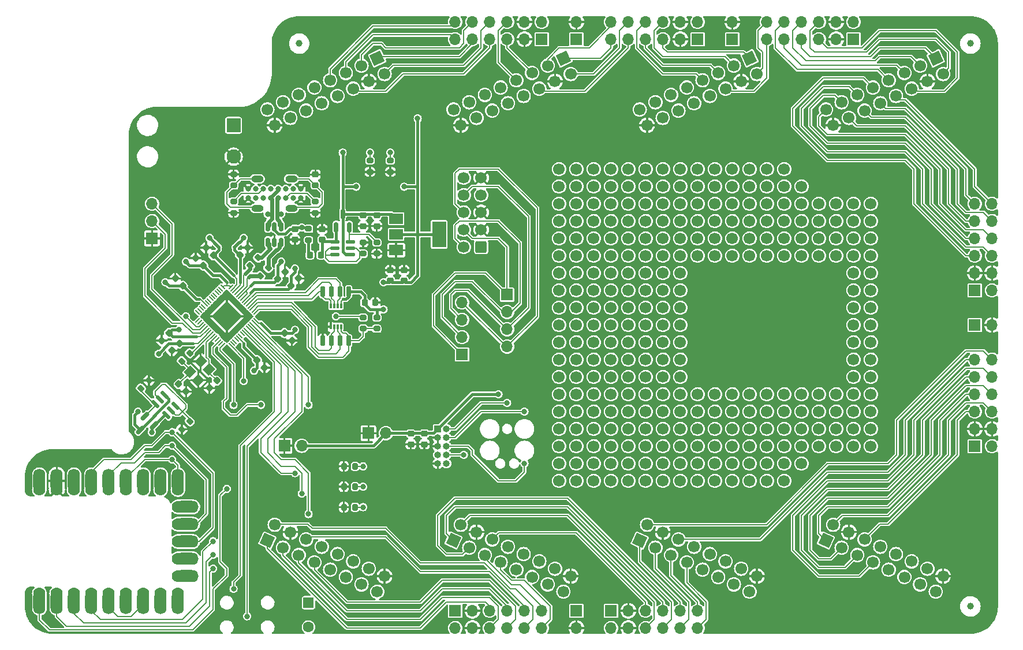
<source format=gbr>
%TF.GenerationSoftware,KiCad,Pcbnew,7.0.1*%
%TF.CreationDate,2023-03-19T19:41:07+01:00*%
%TF.ProjectId,chubby-hat,63687562-6279-42d6-9861-742e6b696361,0.2.2*%
%TF.SameCoordinates,Original*%
%TF.FileFunction,Copper,L2,Bot*%
%TF.FilePolarity,Positive*%
%FSLAX46Y46*%
G04 Gerber Fmt 4.6, Leading zero omitted, Abs format (unit mm)*
G04 Created by KiCad (PCBNEW 7.0.1) date 2023-03-19 19:41:07*
%MOMM*%
%LPD*%
G01*
G04 APERTURE LIST*
G04 Aperture macros list*
%AMRoundRect*
0 Rectangle with rounded corners*
0 $1 Rounding radius*
0 $2 $3 $4 $5 $6 $7 $8 $9 X,Y pos of 4 corners*
0 Add a 4 corners polygon primitive as box body*
4,1,4,$2,$3,$4,$5,$6,$7,$8,$9,$2,$3,0*
0 Add four circle primitives for the rounded corners*
1,1,$1+$1,$2,$3*
1,1,$1+$1,$4,$5*
1,1,$1+$1,$6,$7*
1,1,$1+$1,$8,$9*
0 Add four rect primitives between the rounded corners*
20,1,$1+$1,$2,$3,$4,$5,0*
20,1,$1+$1,$4,$5,$6,$7,0*
20,1,$1+$1,$6,$7,$8,$9,0*
20,1,$1+$1,$8,$9,$2,$3,0*%
%AMHorizOval*
0 Thick line with rounded ends*
0 $1 width*
0 $2 $3 position (X,Y) of the first rounded end (center of the circle)*
0 $4 $5 position (X,Y) of the second rounded end (center of the circle)*
0 Add line between two ends*
20,1,$1,$2,$3,$4,$5,0*
0 Add two circle primitives to create the rounded ends*
1,1,$1,$2,$3*
1,1,$1,$4,$5*%
%AMRotRect*
0 Rectangle, with rotation*
0 The origin of the aperture is its center*
0 $1 length*
0 $2 width*
0 $3 Rotation angle, in degrees counterclockwise*
0 Add horizontal line*
21,1,$1,$2,0,0,$3*%
G04 Aperture macros list end*
%TA.AperFunction,ComponentPad*%
%ADD10C,0.800000*%
%TD*%
%TA.AperFunction,ComponentPad*%
%ADD11O,1.800000X1.000000*%
%TD*%
%TA.AperFunction,ComponentPad*%
%ADD12R,1.700000X1.700000*%
%TD*%
%TA.AperFunction,ComponentPad*%
%ADD13O,1.700000X1.700000*%
%TD*%
%TA.AperFunction,ComponentPad*%
%ADD14C,1.778000*%
%TD*%
%TA.AperFunction,ComponentPad*%
%ADD15RoundRect,0.250001X-0.799999X0.799999X-0.799999X-0.799999X0.799999X-0.799999X0.799999X0.799999X0*%
%TD*%
%TA.AperFunction,ComponentPad*%
%ADD16C,2.100000*%
%TD*%
%TA.AperFunction,ComponentPad*%
%ADD17C,1.700000*%
%TD*%
%TA.AperFunction,ComponentPad*%
%ADD18RoundRect,0.250000X-0.550000X0.550000X-0.550000X-0.550000X0.550000X-0.550000X0.550000X0.550000X0*%
%TD*%
%TA.AperFunction,ComponentPad*%
%ADD19C,1.600000*%
%TD*%
%TA.AperFunction,ComponentPad*%
%ADD20RoundRect,0.250000X0.600000X0.600000X-0.600000X0.600000X-0.600000X-0.600000X0.600000X-0.600000X0*%
%TD*%
%TA.AperFunction,ComponentPad*%
%ADD21R,1.000000X1.000000*%
%TD*%
%TA.AperFunction,ComponentPad*%
%ADD22O,1.000000X1.000000*%
%TD*%
%TA.AperFunction,SMDPad,CuDef*%
%ADD23RotRect,1.400000X1.200000X45.000000*%
%TD*%
%TA.AperFunction,SMDPad,CuDef*%
%ADD24RoundRect,0.225000X0.250000X-0.225000X0.250000X0.225000X-0.250000X0.225000X-0.250000X-0.225000X0*%
%TD*%
%TA.AperFunction,ComponentPad*%
%ADD25RotRect,1.700000X1.700000X245.000000*%
%TD*%
%TA.AperFunction,ComponentPad*%
%ADD26HorizOval,1.700000X0.000000X0.000000X0.000000X0.000000X0*%
%TD*%
%TA.AperFunction,SMDPad,CuDef*%
%ADD27RoundRect,0.200000X-0.053033X0.335876X-0.335876X0.053033X0.053033X-0.335876X0.335876X-0.053033X0*%
%TD*%
%TA.AperFunction,SMDPad,CuDef*%
%ADD28R,0.300000X0.800000*%
%TD*%
%TA.AperFunction,SMDPad,CuDef*%
%ADD29RoundRect,0.200000X-0.275000X0.200000X-0.275000X-0.200000X0.275000X-0.200000X0.275000X0.200000X0*%
%TD*%
%TA.AperFunction,SMDPad,CuDef*%
%ADD30RoundRect,0.200000X0.275000X-0.200000X0.275000X0.200000X-0.275000X0.200000X-0.275000X-0.200000X0*%
%TD*%
%TA.AperFunction,ComponentPad*%
%ADD31RotRect,1.700000X1.700000X115.000000*%
%TD*%
%TA.AperFunction,ComponentPad*%
%ADD32HorizOval,1.700000X0.000000X0.000000X0.000000X0.000000X0*%
%TD*%
%TA.AperFunction,SMDPad,CuDef*%
%ADD33RoundRect,0.150000X0.150000X-0.587500X0.150000X0.587500X-0.150000X0.587500X-0.150000X-0.587500X0*%
%TD*%
%TA.AperFunction,SMDPad,CuDef*%
%ADD34RoundRect,0.218750X0.218750X0.256250X-0.218750X0.256250X-0.218750X-0.256250X0.218750X-0.256250X0*%
%TD*%
%TA.AperFunction,SMDPad,CuDef*%
%ADD35C,0.500000*%
%TD*%
%TA.AperFunction,SMDPad,CuDef*%
%ADD36RoundRect,0.225000X-0.017678X0.335876X-0.335876X0.017678X0.017678X-0.335876X0.335876X-0.017678X0*%
%TD*%
%TA.AperFunction,SMDPad,CuDef*%
%ADD37RoundRect,0.225000X0.017678X-0.335876X0.335876X-0.017678X-0.017678X0.335876X-0.335876X0.017678X0*%
%TD*%
%TA.AperFunction,SMDPad,CuDef*%
%ADD38RoundRect,0.225000X-0.250000X0.225000X-0.250000X-0.225000X0.250000X-0.225000X0.250000X0.225000X0*%
%TD*%
%TA.AperFunction,SMDPad,CuDef*%
%ADD39RoundRect,0.150000X0.150000X-0.512500X0.150000X0.512500X-0.150000X0.512500X-0.150000X-0.512500X0*%
%TD*%
%TA.AperFunction,SMDPad,CuDef*%
%ADD40C,1.000000*%
%TD*%
%TA.AperFunction,SMDPad,CuDef*%
%ADD41RoundRect,0.225000X-0.335876X-0.017678X-0.017678X-0.335876X0.335876X0.017678X0.017678X0.335876X0*%
%TD*%
%TA.AperFunction,SMDPad,CuDef*%
%ADD42RoundRect,0.050000X0.309359X-0.238649X-0.238649X0.309359X-0.309359X0.238649X0.238649X-0.309359X0*%
%TD*%
%TA.AperFunction,SMDPad,CuDef*%
%ADD43RoundRect,0.050000X0.309359X0.238649X0.238649X0.309359X-0.309359X-0.238649X-0.238649X-0.309359X0*%
%TD*%
%TA.AperFunction,SMDPad,CuDef*%
%ADD44RotRect,3.200000X3.200000X135.000000*%
%TD*%
%TA.AperFunction,SMDPad,CuDef*%
%ADD45RoundRect,0.225000X-0.225000X-0.250000X0.225000X-0.250000X0.225000X0.250000X-0.225000X0.250000X0*%
%TD*%
%TA.AperFunction,SMDPad,CuDef*%
%ADD46RoundRect,0.200000X0.200000X0.275000X-0.200000X0.275000X-0.200000X-0.275000X0.200000X-0.275000X0*%
%TD*%
%TA.AperFunction,SMDPad,CuDef*%
%ADD47RoundRect,0.200000X0.053033X-0.335876X0.335876X-0.053033X-0.053033X0.335876X-0.335876X0.053033X0*%
%TD*%
%TA.AperFunction,SMDPad,CuDef*%
%ADD48RoundRect,0.150000X0.150000X-0.650000X0.150000X0.650000X-0.150000X0.650000X-0.150000X-0.650000X0*%
%TD*%
%TA.AperFunction,SMDPad,CuDef*%
%ADD49R,2.000000X1.500000*%
%TD*%
%TA.AperFunction,SMDPad,CuDef*%
%ADD50R,2.000000X3.800000*%
%TD*%
%TA.AperFunction,SMDPad,CuDef*%
%ADD51RoundRect,0.125000X0.587500X0.125000X-0.587500X0.125000X-0.587500X-0.125000X0.587500X-0.125000X0*%
%TD*%
%TA.AperFunction,SMDPad,CuDef*%
%ADD52O,1.778000X3.556000*%
%TD*%
%TA.AperFunction,SMDPad,CuDef*%
%ADD53O,3.556000X1.778000*%
%TD*%
%TA.AperFunction,SMDPad,CuDef*%
%ADD54RoundRect,0.150000X0.309359X0.521491X-0.521491X-0.309359X-0.309359X-0.521491X0.521491X0.309359X0*%
%TD*%
%TA.AperFunction,SMDPad,CuDef*%
%ADD55RoundRect,0.225000X0.335876X0.017678X0.017678X0.335876X-0.335876X-0.017678X-0.017678X-0.335876X0*%
%TD*%
%TA.AperFunction,SMDPad,CuDef*%
%ADD56RoundRect,0.125000X-0.503814X0.327037X0.327037X-0.503814X0.503814X-0.327037X-0.327037X0.503814X0*%
%TD*%
%TA.AperFunction,ViaPad*%
%ADD57C,0.800000*%
%TD*%
%TA.AperFunction,Conductor*%
%ADD58C,0.160000*%
%TD*%
%TA.AperFunction,Conductor*%
%ADD59C,0.400000*%
%TD*%
%TA.AperFunction,Conductor*%
%ADD60C,0.200000*%
%TD*%
%TA.AperFunction,Conductor*%
%ADD61C,0.600000*%
%TD*%
G04 APERTURE END LIST*
%TA.AperFunction,EtchedComponent*%
%TO.C,NT2*%
G36*
X156030330Y-69676777D02*
G01*
X155676777Y-70030330D01*
X154969670Y-69323223D01*
X155323223Y-68969670D01*
X156030330Y-69676777D01*
G37*
%TD.AperFunction*%
%TA.AperFunction,EtchedComponent*%
%TO.C,NT1*%
G36*
X159030330Y-69323223D02*
G01*
X158323223Y-70030330D01*
X157969670Y-69676777D01*
X158676777Y-68969670D01*
X159030330Y-69323223D01*
G37*
%TD.AperFunction*%
%TD*%
D10*
%TO.P,J10,A1,GND*%
%TO.N,GND*%
X167850000Y-62675000D03*
%TO.P,J10,A4,VBUS*%
%TO.N,VBUS*%
X166750000Y-62675000D03*
%TO.P,J10,A5,CC1*%
%TO.N,/Type C USB 2.0/CC1*%
X165650000Y-62675000D03*
%TO.P,J10,A6,D+*%
%TO.N,/Type C USB 2.0/D+*%
X164550000Y-62675000D03*
%TO.P,J10,A7,D-*%
%TO.N,/Type C USB 2.0/D-*%
X163450000Y-62675000D03*
%TO.P,J10,A8,SBU1*%
%TO.N,unconnected-(J10-SBU1-PadA8)*%
X162350000Y-62675000D03*
%TO.P,J10,A9,VBUS*%
%TO.N,VBUS*%
X161250000Y-62675000D03*
%TO.P,J10,A12,GND*%
%TO.N,GND*%
X160150000Y-62675000D03*
%TO.P,J10,B1,GND*%
X160150000Y-61325000D03*
%TO.P,J10,B4,VBUS*%
%TO.N,VBUS*%
X161250000Y-61325000D03*
%TO.P,J10,B5,CC2*%
%TO.N,/Type C USB 2.0/CC2*%
X162350000Y-61325000D03*
%TO.P,J10,B6,D+*%
%TO.N,/Type C USB 2.0/D+*%
X163450000Y-61325000D03*
%TO.P,J10,B7,D-*%
%TO.N,/Type C USB 2.0/D-*%
X164550000Y-61325000D03*
%TO.P,J10,B8,SBU2*%
%TO.N,unconnected-(J10-SBU2-PadB8)*%
X165650000Y-61325000D03*
%TO.P,J10,B9,VBUS*%
%TO.N,VBUS*%
X166750000Y-61325000D03*
%TO.P,J10,B12,GND*%
%TO.N,GND*%
X167850000Y-61325000D03*
D11*
%TO.P,J10,S1,SHIELD*%
%TO.N,Earth*%
X166500000Y-64150000D03*
X166500000Y-59850000D03*
X161500000Y-64150000D03*
X161500000Y-59850000D03*
%TD*%
D12*
%TO.P,Pmod6,1,VCC*%
%TO.N,+3V3*%
X213360000Y-123190000D03*
D13*
%TO.P,Pmod6,2,VCC*%
X213360000Y-125730000D03*
%TO.P,Pmod6,3,GND*%
%TO.N,GND*%
X215900000Y-123190000D03*
%TO.P,Pmod6,4,GND*%
X215900000Y-125730000D03*
%TO.P,Pmod6,5,IO4*%
%TO.N,/Pmod6_IO4*%
X218440000Y-123190000D03*
%TO.P,Pmod6,6,IO8*%
%TO.N,/Pmod6_IO8*%
X218440000Y-125730000D03*
%TO.P,Pmod6,7,IO3*%
%TO.N,/Pmod6_IO3*%
X220980000Y-123190000D03*
%TO.P,Pmod6,8,IO7*%
%TO.N,/Pmod6_IO7*%
X220980000Y-125730000D03*
%TO.P,Pmod6,9,IO2*%
%TO.N,/Pmod6_IO2*%
X223520000Y-123190000D03*
%TO.P,Pmod6,10,IO6*%
%TO.N,/Pmod6_IO6*%
X223520000Y-125730000D03*
%TO.P,Pmod6,11,IO1*%
%TO.N,/Pmod6_IO1*%
X226060000Y-123190000D03*
%TO.P,Pmod6,12,IO5*%
%TO.N,/Pmod6_IO5*%
X226060000Y-125730000D03*
%TD*%
D12*
%TO.P,Pmod1,1,VCC*%
%TO.N,+3V3*%
X203200000Y-39370000D03*
D13*
%TO.P,Pmod1,2,VCC*%
X203200000Y-36830000D03*
%TO.P,Pmod1,3,GND*%
%TO.N,GND*%
X200660000Y-39370000D03*
%TO.P,Pmod1,4,GND*%
X200660000Y-36830000D03*
%TO.P,Pmod1,5,IO4*%
%TO.N,/Pmod4_IO4*%
X198120000Y-39370000D03*
%TO.P,Pmod1,6,IO8*%
%TO.N,/Pmod4_IO8*%
X198120000Y-36830000D03*
%TO.P,Pmod1,7,IO3*%
%TO.N,/Pmod4_IO3*%
X195580000Y-39370000D03*
%TO.P,Pmod1,8,IO7*%
%TO.N,/Pmod4_IO7*%
X195580000Y-36830000D03*
%TO.P,Pmod1,9,IO2*%
%TO.N,/Pmod4_IO2*%
X193040000Y-39370000D03*
%TO.P,Pmod1,10,IO6*%
%TO.N,/Pmod4_IO6*%
X193040000Y-36830000D03*
%TO.P,Pmod1,11,IO1*%
%TO.N,/Pmod4_IO1*%
X190500000Y-39370000D03*
%TO.P,Pmod1,12,IO5*%
%TO.N,/Pmod4_IO5*%
X190500000Y-36830000D03*
%TD*%
D14*
%TO.P,A1,1,DAC0/A0/D0*%
%TO.N,/JTAG_{DevBoard}.TMS*%
X129540000Y-120650000D03*
%TO.P,A1,2,A1/D1*%
%TO.N,/RP2040/GPIO1*%
X132080000Y-120650000D03*
%TO.P,A1,3,A2/D2*%
%TO.N,/RP2040/GPIO2*%
X134620000Y-120650000D03*
%TO.P,A1,4,A3/D3*%
%TO.N,/RP2040/GPIO3*%
X137160000Y-120650000D03*
%TO.P,A1,5,SDA/D4*%
%TO.N,/RP2040/GPIO4*%
X139700000Y-120650000D03*
%TO.P,A1,6,SCL/D5*%
%TO.N,/RP2040/GPIO5*%
X142240000Y-120650000D03*
%TO.P,A1,7,TX/A6/D6*%
%TO.N,/RP2040/GPIO4*%
X144780000Y-120650000D03*
%TO.P,A1,8,RX/A7/D7*%
%TO.N,/RP2040/GPIO5*%
X144780000Y-105410000D03*
%TO.P,A1,9,SCK/A8/D8*%
%TO.N,/JTAG_{DevBoard}.TCK*%
X142240000Y-105410000D03*
%TO.P,A1,10,MISO/A9/D9*%
%TO.N,/JTAG_{DevBoard}.TDO*%
X139700000Y-105410000D03*
%TO.P,A1,11,MOSI/A10/D10*%
%TO.N,/JTAG_{DevBoard}.TDI*%
X137160000Y-105410000D03*
%TO.P,A1,12,3V3*%
%TO.N,unconnected-(A1-3V3-Pad12)*%
X134620000Y-105410000D03*
%TO.P,A1,13,GND*%
%TO.N,GND*%
X132080000Y-105410000D03*
%TO.P,A1,14,5V*%
%TO.N,+5V_{module}*%
X129540000Y-105410000D03*
%TD*%
D12*
%TO.P,J1,1,Pin_1*%
%TO.N,GND*%
X146050000Y-68580000D03*
D13*
%TO.P,J1,2,Pin_2*%
%TO.N,/RP2040/SWD.SWCLK*%
X146050000Y-66040000D03*
%TO.P,J1,3,Pin_3*%
%TO.N,/RP2040/SWD.SWD*%
X146050000Y-63500000D03*
%TD*%
D12*
%TO.P,Pmod3,1,VCC*%
%TO.N,+3V3*%
X248920000Y-39370000D03*
D13*
%TO.P,Pmod3,2,VCC*%
X248920000Y-36830000D03*
%TO.P,Pmod3,3,GND*%
%TO.N,GND*%
X246380000Y-39370000D03*
%TO.P,Pmod3,4,GND*%
X246380000Y-36830000D03*
%TO.P,Pmod3,5,IO4*%
%TO.N,/Pmod2_IO4*%
X243840000Y-39370000D03*
%TO.P,Pmod3,6,IO8*%
%TO.N,/Pmod2_IO8*%
X243840000Y-36830000D03*
%TO.P,Pmod3,7,IO3*%
%TO.N,/Pmod2_IO3*%
X241300000Y-39370000D03*
%TO.P,Pmod3,8,IO7*%
%TO.N,/Pmod2_IO7*%
X241300000Y-36830000D03*
%TO.P,Pmod3,9,IO2*%
%TO.N,/Pmod2_IO2*%
X238760000Y-39370000D03*
%TO.P,Pmod3,10,IO6*%
%TO.N,/Pmod2_IO6*%
X238760000Y-36830000D03*
%TO.P,Pmod3,11,IO1*%
%TO.N,/Pmod2_IO1*%
X236220000Y-39370000D03*
%TO.P,Pmod3,12,IO5*%
%TO.N,/Pmod2_IO5*%
X236220000Y-36830000D03*
%TD*%
D12*
%TO.P,Pmod2,1,VCC*%
%TO.N,+3V3*%
X226060000Y-39370000D03*
D13*
%TO.P,Pmod2,2,VCC*%
X226060000Y-36830000D03*
%TO.P,Pmod2,3,GND*%
%TO.N,GND*%
X223520000Y-39370000D03*
%TO.P,Pmod2,4,GND*%
X223520000Y-36830000D03*
%TO.P,Pmod2,5,IO4*%
%TO.N,/Pmod3_IO4*%
X220980000Y-39370000D03*
%TO.P,Pmod2,6,IO8*%
%TO.N,/Pmod3_IO8*%
X220980000Y-36830000D03*
%TO.P,Pmod2,7,IO3*%
%TO.N,/Pmod3_IO3*%
X218440000Y-39370000D03*
%TO.P,Pmod2,8,IO7*%
%TO.N,/Pmod3_IO7*%
X218440000Y-36830000D03*
%TO.P,Pmod2,9,IO2*%
%TO.N,/Pmod3_IO2*%
X215900000Y-39370000D03*
%TO.P,Pmod2,10,IO6*%
%TO.N,/Pmod3_IO6*%
X215900000Y-36830000D03*
%TO.P,Pmod2,11,IO1*%
%TO.N,/Pmod3_IO1*%
X213360000Y-39370000D03*
%TO.P,Pmod2,12,IO5*%
%TO.N,/Pmod3_IO5*%
X213360000Y-36830000D03*
%TD*%
D15*
%TO.P,J17,1,Pin_1*%
%TO.N,+5V*%
X158000000Y-52000000D03*
D16*
%TO.P,J17,2,Pin_2*%
%TO.N,GND*%
X158000000Y-56600000D03*
%TD*%
D12*
%TO.P,J6,1,Pin_1*%
%TO.N,+5V*%
X266700000Y-81279999D03*
D13*
%TO.P,J6,2,Pin_2*%
%TO.N,GND*%
X269240000Y-81279999D03*
%TD*%
D12*
%TO.P,Pmod5,1,VCC*%
%TO.N,+3V3*%
X266700000Y-99059999D03*
D13*
%TO.P,Pmod5,2,VCC*%
X269240000Y-99059999D03*
%TO.P,Pmod5,3,GND*%
%TO.N,GND*%
X266700000Y-96519999D03*
%TO.P,Pmod5,4,GND*%
X269240000Y-96519999D03*
%TO.P,Pmod5,5,IO4*%
%TO.N,/Pmod7_IO4*%
X266700000Y-93979999D03*
%TO.P,Pmod5,6,IO8*%
%TO.N,/Pmod7_IO8*%
X269240000Y-93979999D03*
%TO.P,Pmod5,7,IO3*%
%TO.N,/Pmod7_IO3*%
X266700000Y-91439999D03*
%TO.P,Pmod5,8,IO7*%
%TO.N,/Pmod7_IO7*%
X269240000Y-91439999D03*
%TO.P,Pmod5,9,IO2*%
%TO.N,/Pmod7_IO2*%
X266700000Y-88899999D03*
%TO.P,Pmod5,10,IO6*%
%TO.N,/Pmod7_IO6*%
X269240000Y-88899999D03*
%TO.P,Pmod5,11,IO1*%
%TO.N,/Pmod7_IO1*%
X266700000Y-86359999D03*
%TO.P,Pmod5,12,IO5*%
%TO.N,/Pmod7_IO5*%
X269240000Y-86359999D03*
%TD*%
D12*
%TO.P,J8,1,Pin_1*%
%TO.N,+5V*%
X208280000Y-39370000D03*
D13*
%TO.P,J8,2,Pin_2*%
%TO.N,GND*%
X208280000Y-36830000D03*
%TD*%
D17*
%TO.P,N2,A1*%
%TO.N,N/C*%
X205740000Y-88900000D03*
%TO.P,N2,A2*%
X205740000Y-86360000D03*
%TO.P,N2,A3*%
X205740000Y-83820000D03*
%TO.P,N2,A4*%
X205740000Y-81280000D03*
%TO.P,N2,A5*%
X205740000Y-78740000D03*
%TO.P,N2,A6*%
X205740000Y-76200000D03*
%TO.P,N2,A7*%
X205740000Y-73660000D03*
%TO.P,N2,B1*%
X208280000Y-88900000D03*
%TO.P,N2,B2*%
X208280000Y-86360000D03*
%TO.P,N2,B3*%
X208280000Y-83820000D03*
%TO.P,N2,B4*%
X208280000Y-81280000D03*
%TO.P,N2,B5*%
X208280000Y-78740000D03*
%TO.P,N2,B6*%
X208280000Y-76200000D03*
%TO.P,N2,B7*%
X208280000Y-73660000D03*
%TO.P,N2,C1*%
X210820000Y-88900000D03*
%TO.P,N2,C2*%
X210820000Y-86360000D03*
%TO.P,N2,C3*%
X210820000Y-83820000D03*
%TO.P,N2,C4*%
X210820000Y-81280000D03*
%TO.P,N2,C5*%
X210820000Y-78740000D03*
%TO.P,N2,C6*%
X210820000Y-76200000D03*
%TO.P,N2,C7*%
X210820000Y-73660000D03*
%TO.P,N2,D1*%
X213360000Y-88900000D03*
%TO.P,N2,D2*%
X213360000Y-86360000D03*
%TO.P,N2,D3*%
X213360000Y-83820000D03*
%TO.P,N2,D4*%
X213360000Y-81280000D03*
%TO.P,N2,D5*%
X213360000Y-78740000D03*
%TO.P,N2,D6*%
X213360000Y-76200000D03*
%TO.P,N2,D7*%
X213360000Y-73660000D03*
%TO.P,N2,E1*%
X215900000Y-88900000D03*
%TO.P,N2,E2*%
X215900000Y-86360000D03*
%TO.P,N2,E3*%
X215900000Y-83820000D03*
%TO.P,N2,E4*%
X215900000Y-81280000D03*
%TO.P,N2,E5*%
X215900000Y-78740000D03*
%TO.P,N2,E6*%
X215900000Y-76200000D03*
%TO.P,N2,E7*%
X215900000Y-73660000D03*
%TO.P,N2,F1*%
X218440000Y-88900000D03*
%TO.P,N2,F2*%
X218440000Y-86360000D03*
%TO.P,N2,F3*%
X218440000Y-83820000D03*
%TO.P,N2,F4*%
X218440000Y-81280000D03*
%TO.P,N2,F5*%
X218440000Y-78740000D03*
%TO.P,N2,F6*%
X218440000Y-76200000D03*
%TO.P,N2,F7*%
X218440000Y-73660000D03*
%TO.P,N2,G1*%
X220980000Y-88900000D03*
%TO.P,N2,G2*%
X220980000Y-86360000D03*
%TO.P,N2,G3*%
X220980000Y-83820000D03*
%TO.P,N2,G4*%
X220980000Y-81280000D03*
%TO.P,N2,G5*%
X220980000Y-78740000D03*
%TO.P,N2,G6*%
X220980000Y-76200000D03*
%TO.P,N2,G7*%
X220980000Y-73660000D03*
%TO.P,N2,H1*%
X223520000Y-88900000D03*
%TO.P,N2,H2*%
X223520000Y-86360000D03*
%TO.P,N2,H3*%
X223520000Y-83820000D03*
%TO.P,N2,H4*%
X223520000Y-81280000D03*
%TO.P,N2,H5*%
X223520000Y-78740000D03*
%TO.P,N2,H6*%
X223520000Y-76200000D03*
%TO.P,N2,H7*%
X223520000Y-73660000D03*
%TD*%
D12*
%TO.P,J7,1,Pin_1*%
%TO.N,+5V*%
X231140000Y-39370000D03*
D13*
%TO.P,J7,2,Pin_2*%
%TO.N,GND*%
X231140000Y-36830000D03*
%TD*%
D18*
%TO.P,J5,1,Pin_1*%
%TO.N,/RP2040/GPIO5*%
X169000000Y-122000000D03*
D19*
%TO.P,J5,2,Pin_2*%
%TO.N,/RP2040/GPIO4*%
X169000000Y-125600000D03*
%TD*%
D17*
%TO.P,N4,A1*%
%TO.N,N/C*%
X205740000Y-104140000D03*
%TO.P,N4,A2*%
X205740000Y-101600000D03*
%TO.P,N4,A3*%
X205740000Y-99060000D03*
%TO.P,N4,A4*%
X205740000Y-96520000D03*
%TO.P,N4,A5*%
X205740000Y-93980000D03*
%TO.P,N4,A6*%
X205740000Y-91440000D03*
%TO.P,N4,B1*%
X208280000Y-104140000D03*
%TO.P,N4,B2*%
X208280000Y-101600000D03*
%TO.P,N4,B3*%
X208280000Y-99060000D03*
%TO.P,N4,B4*%
X208280000Y-96520000D03*
%TO.P,N4,B5*%
X208280000Y-93980000D03*
%TO.P,N4,B6*%
X208280000Y-91440000D03*
%TO.P,N4,C1*%
X210820000Y-104140000D03*
%TO.P,N4,C2*%
X210820000Y-101600000D03*
%TO.P,N4,C3*%
X210820000Y-99060000D03*
%TO.P,N4,C4*%
X210820000Y-96520000D03*
%TO.P,N4,C5*%
X210820000Y-93980000D03*
%TO.P,N4,C6*%
X210820000Y-91440000D03*
%TO.P,N4,D1*%
X213360000Y-104140000D03*
%TO.P,N4,D2*%
X213360000Y-101600000D03*
%TO.P,N4,D3*%
X213360000Y-99060000D03*
%TO.P,N4,D4*%
X213360000Y-96520000D03*
%TO.P,N4,D5*%
X213360000Y-93980000D03*
%TO.P,N4,D6*%
X213360000Y-91440000D03*
%TO.P,N4,E1*%
X215900000Y-104140000D03*
%TO.P,N4,E2*%
X215900000Y-101600000D03*
%TO.P,N4,E3*%
X215900000Y-99060000D03*
%TO.P,N4,E4*%
X215900000Y-96520000D03*
%TO.P,N4,E5*%
X215900000Y-93980000D03*
%TO.P,N4,E6*%
X215900000Y-91440000D03*
%TO.P,N4,F1*%
X218440000Y-104140000D03*
%TO.P,N4,F2*%
X218440000Y-101600000D03*
%TO.P,N4,F3*%
X218440000Y-99060000D03*
%TO.P,N4,F4*%
X218440000Y-96520000D03*
%TO.P,N4,F5*%
X218440000Y-93980000D03*
%TO.P,N4,F6*%
X218440000Y-91440000D03*
%TO.P,N4,G1*%
X220980000Y-104140000D03*
%TO.P,N4,G2*%
X220980000Y-101600000D03*
%TO.P,N4,G3*%
X220980000Y-99060000D03*
%TO.P,N4,G4*%
X220980000Y-96520000D03*
%TO.P,N4,G5*%
X220980000Y-93980000D03*
%TO.P,N4,G6*%
X220980000Y-91440000D03*
%TO.P,N4,H1*%
X223520000Y-104140000D03*
%TO.P,N4,H2*%
X223520000Y-101600000D03*
%TO.P,N4,H3*%
X223520000Y-99060000D03*
%TO.P,N4,H4*%
X223520000Y-96520000D03*
%TO.P,N4,H5*%
X223520000Y-93980000D03*
%TO.P,N4,H6*%
X223520000Y-91440000D03*
%TO.P,N4,I1*%
X226060000Y-104140000D03*
%TO.P,N4,I2*%
X226060000Y-101600000D03*
%TO.P,N4,I3*%
X226060000Y-99060000D03*
%TO.P,N4,I4*%
X226060000Y-96520000D03*
%TO.P,N4,I5*%
X226060000Y-93980000D03*
%TO.P,N4,I6*%
X226060000Y-91440000D03*
%TO.P,N4,J1*%
X228600000Y-104140000D03*
%TO.P,N4,J2*%
X228600000Y-101600000D03*
%TO.P,N4,J3*%
X228600000Y-99060000D03*
%TO.P,N4,J4*%
X228600000Y-96520000D03*
%TO.P,N4,J5*%
X228600000Y-93980000D03*
%TO.P,N4,J6*%
X228600000Y-91440000D03*
%TO.P,N4,K1*%
X231140000Y-104140000D03*
%TO.P,N4,K2*%
X231140000Y-101600000D03*
%TO.P,N4,K3*%
X231140000Y-99060000D03*
%TO.P,N4,K4*%
X231140000Y-96520000D03*
%TO.P,N4,K5*%
X231140000Y-93980000D03*
%TO.P,N4,K6*%
X231140000Y-91440000D03*
%TO.P,N4,L1*%
X233680000Y-104140000D03*
%TO.P,N4,L2*%
X233680000Y-101600000D03*
%TO.P,N4,L3*%
X233680000Y-99060000D03*
%TO.P,N4,L4*%
X233680000Y-96520000D03*
%TO.P,N4,L5*%
X233680000Y-93980000D03*
%TO.P,N4,L6*%
X233680000Y-91440000D03*
%TO.P,N4,M1*%
X236220000Y-104140000D03*
%TO.P,N4,M2*%
X236220000Y-101600000D03*
%TO.P,N4,M3*%
X236220000Y-99060000D03*
%TO.P,N4,M4*%
X236220000Y-96520000D03*
%TO.P,N4,M5*%
X236220000Y-93980000D03*
%TO.P,N4,M6*%
X236220000Y-91440000D03*
%TO.P,N4,N1*%
X238760000Y-104140000D03*
%TO.P,N4,N2*%
X238760000Y-101600000D03*
%TO.P,N4,N3*%
X238760000Y-99060000D03*
%TO.P,N4,N4*%
X238760000Y-96520000D03*
%TO.P,N4,N5*%
X238760000Y-93980000D03*
%TO.P,N4,N6*%
X238760000Y-91440000D03*
%TO.P,N4,O2*%
X241300000Y-101600000D03*
%TO.P,N4,O3*%
X241300000Y-99060000D03*
%TO.P,N4,O4*%
X241300000Y-96520000D03*
%TO.P,N4,O5*%
X241300000Y-93980000D03*
%TO.P,N4,O6*%
X241300000Y-91440000D03*
%TO.P,N4,P3*%
X243840000Y-99060000D03*
%TO.P,N4,P4*%
X243840000Y-96520000D03*
%TO.P,N4,P5*%
X243840000Y-93980000D03*
%TO.P,N4,P6*%
X243840000Y-91440000D03*
%TO.P,N4,Q3*%
X246380000Y-99060000D03*
%TO.P,N4,Q4*%
X246380000Y-96520000D03*
%TO.P,N4,Q5*%
X246380000Y-93980000D03*
%TO.P,N4,Q6*%
X246380000Y-91440000D03*
%TD*%
D20*
%TO.P,J2,1,VTref*%
%TO.N,VDD*%
X194310000Y-69850000D03*
D17*
%TO.P,J2,2,SWDIO/TMS*%
%TO.N,/JTAG.TMS*%
X191770000Y-69850000D03*
%TO.P,J2,3,GND*%
%TO.N,GND*%
X194310000Y-67310000D03*
%TO.P,J2,4,SWDCLK/TCK*%
%TO.N,/JTAG.TCK*%
X191770000Y-67310000D03*
%TO.P,J2,5,GND*%
%TO.N,GND*%
X194310000Y-64770000D03*
%TO.P,J2,6,SWO/TDO*%
%TO.N,/JTAG.TDO*%
X191770000Y-64770000D03*
%TO.P,J2,7,KEY*%
%TO.N,unconnected-(J2-KEY-Pad7)*%
X194310000Y-62230000D03*
%TO.P,J2,8,NC/TDI*%
%TO.N,/JTAG.TDI*%
X191770000Y-62230000D03*
%TO.P,J2,9,GNDDetect*%
%TO.N,GND*%
X194310000Y-59690000D03*
%TO.P,J2,10,~{RESET}*%
%TO.N,unconnected-(J2-~{RESET}-Pad10)*%
X191770000Y-59690000D03*
%TD*%
D12*
%TO.P,Pmod7,1,VCC*%
%TO.N,+3V3*%
X190500000Y-123190000D03*
D13*
%TO.P,Pmod7,2,VCC*%
X190500000Y-125730000D03*
%TO.P,Pmod7,3,GND*%
%TO.N,GND*%
X193040000Y-123190000D03*
%TO.P,Pmod7,4,GND*%
X193040000Y-125730000D03*
%TO.P,Pmod7,5,IO4*%
%TO.N,/Pmod5_IO4*%
X195580000Y-123190000D03*
%TO.P,Pmod7,6,IO8*%
%TO.N,/Pmod5_IO8*%
X195580000Y-125730000D03*
%TO.P,Pmod7,7,IO3*%
%TO.N,/Pmod5_IO3*%
X198120000Y-123190000D03*
%TO.P,Pmod7,8,IO7*%
%TO.N,/Pmod5_IO7*%
X198120000Y-125730000D03*
%TO.P,Pmod7,9,IO2*%
%TO.N,/Pmod5_IO2*%
X200660000Y-123190000D03*
%TO.P,Pmod7,10,IO6*%
%TO.N,/Pmod5_IO6*%
X200660000Y-125730000D03*
%TO.P,Pmod7,11,IO1*%
%TO.N,/Pmod5_IO1*%
X203200000Y-123190000D03*
%TO.P,Pmod7,12,IO5*%
%TO.N,/Pmod5_IO5*%
X203200000Y-125730000D03*
%TD*%
D12*
%TO.P,J9,1,Pin_1*%
%TO.N,+5V*%
X208280000Y-123190000D03*
D13*
%TO.P,J9,2,Pin_2*%
%TO.N,GND*%
X208280000Y-125730000D03*
%TD*%
D12*
%TO.P,Pmod4,1,VCC*%
%TO.N,+3V3*%
X266700000Y-76199999D03*
D13*
%TO.P,Pmod4,2,VCC*%
X269240000Y-76199999D03*
%TO.P,Pmod4,3,GND*%
%TO.N,GND*%
X266700000Y-73659999D03*
%TO.P,Pmod4,4,GND*%
X269240000Y-73659999D03*
%TO.P,Pmod4,5,IO4*%
%TO.N,/Pmod1_IO4*%
X266700000Y-71119999D03*
%TO.P,Pmod4,6,IO8*%
%TO.N,/Pmod1_IO8*%
X269240000Y-71119999D03*
%TO.P,Pmod4,7,IO3*%
%TO.N,/Pmod1_IO3*%
X266700000Y-68579999D03*
%TO.P,Pmod4,8,IO7*%
%TO.N,/Pmod1_IO7*%
X269240000Y-68579999D03*
%TO.P,Pmod4,9,IO2*%
%TO.N,/Pmod1_IO2*%
X266700000Y-66039999D03*
%TO.P,Pmod4,10,IO6*%
%TO.N,/Pmod1_IO6*%
X269240000Y-66039999D03*
%TO.P,Pmod4,11,IO1*%
%TO.N,/Pmod1_IO1*%
X266700000Y-63499999D03*
%TO.P,Pmod4,12,IO5*%
%TO.N,/Pmod1_IO5*%
X269240000Y-63499999D03*
%TD*%
D21*
%TO.P,J3,1,VTref*%
%TO.N,VDD*%
X187960000Y-96520000D03*
D22*
%TO.P,J3,2,SWDIO/TMS*%
%TO.N,/JTAG.TMS*%
X189230000Y-96520000D03*
%TO.P,J3,3,GND*%
%TO.N,GND*%
X187960000Y-97790000D03*
%TO.P,J3,4,SWDCLK/TCK*%
%TO.N,/JTAG.TCK*%
X189230000Y-97790000D03*
%TO.P,J3,5,GND*%
%TO.N,GND*%
X187960000Y-99060000D03*
%TO.P,J3,6,SWO/TDO*%
%TO.N,/JTAG.TDO*%
X189230000Y-99060000D03*
%TO.P,J3,7,KEY*%
%TO.N,unconnected-(J3-KEY-Pad7)*%
X187960000Y-100330000D03*
%TO.P,J3,8,NC/TDI*%
%TO.N,/JTAG.TDI*%
X189230000Y-100330000D03*
%TO.P,J3,9,GNDDetect*%
%TO.N,GND*%
X187960000Y-101600000D03*
%TO.P,J3,10,~{RESET}*%
%TO.N,unconnected-(J3-~{RESET}-Pad10)*%
X189230000Y-101600000D03*
%TD*%
D17*
%TO.P,N3,A1*%
%TO.N,N/C*%
X205740000Y-71120000D03*
%TO.P,N3,A2*%
X205740000Y-68580000D03*
%TO.P,N3,A3*%
X205740000Y-66040000D03*
%TO.P,N3,A4*%
X205740000Y-63500000D03*
%TO.P,N3,A5*%
X205740000Y-60960000D03*
%TO.P,N3,A6*%
X205740000Y-58420000D03*
%TO.P,N3,B1*%
X208280000Y-71120000D03*
%TO.P,N3,B2*%
X208280000Y-68580000D03*
%TO.P,N3,B3*%
X208280000Y-66040000D03*
%TO.P,N3,B4*%
X208280000Y-63500000D03*
%TO.P,N3,B5*%
X208280000Y-60960000D03*
%TO.P,N3,B6*%
X208280000Y-58420000D03*
%TO.P,N3,C1*%
X210820000Y-71120000D03*
%TO.P,N3,C2*%
X210820000Y-68580000D03*
%TO.P,N3,C3*%
X210820000Y-66040000D03*
%TO.P,N3,C4*%
X210820000Y-63500000D03*
%TO.P,N3,C5*%
X210820000Y-60960000D03*
%TO.P,N3,C6*%
X210820000Y-58420000D03*
%TO.P,N3,D1*%
X213360000Y-71120000D03*
%TO.P,N3,D2*%
X213360000Y-68580000D03*
%TO.P,N3,D3*%
X213360000Y-66040000D03*
%TO.P,N3,D4*%
X213360000Y-63500000D03*
%TO.P,N3,D5*%
X213360000Y-60960000D03*
%TO.P,N3,D6*%
X213360000Y-58420000D03*
%TO.P,N3,E1*%
X215900000Y-71120000D03*
%TO.P,N3,E2*%
X215900000Y-68580000D03*
%TO.P,N3,E3*%
X215900000Y-66040000D03*
%TO.P,N3,E4*%
X215900000Y-63500000D03*
%TO.P,N3,E5*%
X215900000Y-60960000D03*
%TO.P,N3,E6*%
X215900000Y-58420000D03*
%TO.P,N3,F1*%
X218440000Y-71120000D03*
%TO.P,N3,F2*%
X218440000Y-68580000D03*
%TO.P,N3,F3*%
X218440000Y-66040000D03*
%TO.P,N3,F4*%
X218440000Y-63500000D03*
%TO.P,N3,F5*%
X218440000Y-60960000D03*
%TO.P,N3,F6*%
X218440000Y-58420000D03*
%TO.P,N3,G1*%
X220980000Y-71120000D03*
%TO.P,N3,G2*%
X220980000Y-68580000D03*
%TO.P,N3,G3*%
X220980000Y-66040000D03*
%TO.P,N3,G4*%
X220980000Y-63500000D03*
%TO.P,N3,G5*%
X220980000Y-60960000D03*
%TO.P,N3,G6*%
X220980000Y-58420000D03*
%TO.P,N3,H1*%
X223520000Y-71120000D03*
%TO.P,N3,H2*%
X223520000Y-68580000D03*
%TO.P,N3,H3*%
X223520000Y-66040000D03*
%TO.P,N3,H4*%
X223520000Y-63500000D03*
%TO.P,N3,H5*%
X223520000Y-60960000D03*
%TO.P,N3,H6*%
X223520000Y-58420000D03*
%TO.P,N3,I1*%
X226060000Y-71120000D03*
%TO.P,N3,I2*%
X226060000Y-68580000D03*
%TO.P,N3,I3*%
X226060000Y-66040000D03*
%TO.P,N3,I4*%
X226060000Y-63500000D03*
%TO.P,N3,I5*%
X226060000Y-60960000D03*
%TO.P,N3,I6*%
X226060000Y-58420000D03*
%TO.P,N3,J1*%
X228600000Y-71120000D03*
%TO.P,N3,J2*%
X228600000Y-68580000D03*
%TO.P,N3,J3*%
X228600000Y-66040000D03*
%TO.P,N3,J4*%
X228600000Y-63500000D03*
%TO.P,N3,J5*%
X228600000Y-60960000D03*
%TO.P,N3,J6*%
X228600000Y-58420000D03*
%TO.P,N3,K1*%
X231140000Y-71120000D03*
%TO.P,N3,K2*%
X231140000Y-68580000D03*
%TO.P,N3,K3*%
X231140000Y-66040000D03*
%TO.P,N3,K4*%
X231140000Y-63500000D03*
%TO.P,N3,K5*%
X231140000Y-60960000D03*
%TO.P,N3,K6*%
X231140000Y-58420000D03*
%TO.P,N3,L1*%
X233680000Y-71120000D03*
%TO.P,N3,L2*%
X233680000Y-68580000D03*
%TO.P,N3,L3*%
X233680000Y-66040000D03*
%TO.P,N3,L4*%
X233680000Y-63500000D03*
%TO.P,N3,L5*%
X233680000Y-60960000D03*
%TO.P,N3,L6*%
X233680000Y-58420000D03*
%TO.P,N3,M1*%
X236220000Y-71120000D03*
%TO.P,N3,M2*%
X236220000Y-68580000D03*
%TO.P,N3,M3*%
X236220000Y-66040000D03*
%TO.P,N3,M4*%
X236220000Y-63500000D03*
%TO.P,N3,M5*%
X236220000Y-60960000D03*
%TO.P,N3,M6*%
X236220000Y-58420000D03*
%TO.P,N3,N1*%
X238760000Y-71120000D03*
%TO.P,N3,N2*%
X238760000Y-68580000D03*
%TO.P,N3,N3*%
X238760000Y-66040000D03*
%TO.P,N3,N4*%
X238760000Y-63500000D03*
%TO.P,N3,N5*%
X238760000Y-60960000D03*
%TO.P,N3,N6*%
X238760000Y-58420000D03*
%TO.P,N3,O1*%
X241300000Y-71120000D03*
%TO.P,N3,O2*%
X241300000Y-68580000D03*
%TO.P,N3,O3*%
X241300000Y-66040000D03*
%TO.P,N3,O4*%
X241300000Y-63500000D03*
%TO.P,N3,O5*%
X241300000Y-60960000D03*
%TO.P,N3,P1*%
X243840000Y-71120000D03*
%TO.P,N3,P2*%
X243840000Y-68580000D03*
%TO.P,N3,P3*%
X243840000Y-66040000D03*
%TO.P,N3,P4*%
X243840000Y-63500000D03*
%TO.P,N3,Q1*%
X246380000Y-71120000D03*
%TO.P,N3,Q2*%
X246380000Y-68580000D03*
%TO.P,N3,Q3*%
X246380000Y-66040000D03*
%TO.P,N3,Q4*%
X246380000Y-63500000D03*
%TD*%
D23*
%TO.P,Y1,1,1*%
%TO.N,Net-(C12-Pad1)*%
X151621142Y-88176777D03*
%TO.P,Y1,2,2*%
%TO.N,GND*%
X153176777Y-86621142D03*
%TO.P,Y1,3,3*%
%TO.N,/RP2040/XIN*%
X154378858Y-87823223D03*
%TO.P,Y1,4,4*%
%TO.N,GND*%
X152823223Y-89378858D03*
%TD*%
D24*
%TO.P,C5,1*%
%TO.N,Earth*%
X170000000Y-60775000D03*
%TO.P,C5,2*%
%TO.N,GND*%
X170000000Y-59225000D03*
%TD*%
D25*
%TO.P,J13,1,Pin_1*%
%TO.N,/Pmod6_IO3*%
X190260848Y-112881847D03*
D26*
%TO.P,J13,2,Pin_2*%
%TO.N,/Pmod6_IO8*%
X191334298Y-110579825D03*
%TO.P,J13,3,Pin_3*%
%TO.N,/Pmod6_IO7*%
X192562870Y-113955297D03*
%TO.P,J13,4,Pin_4*%
%TO.N,GND*%
X193636320Y-111653276D03*
%TO.P,J13,5,Pin_5*%
%TO.N,/Pmod5_IO1*%
X194864892Y-115028748D03*
%TO.P,J13,6,Pin_6*%
%TO.N,/Pmod6_IO4*%
X195938342Y-112726726D03*
%TO.P,J13,7,Pin_7*%
%TO.N,/Pmod5_IO5*%
X197166913Y-116102198D03*
%TO.P,J13,8,Pin_8*%
%TO.N,unconnected-(J13-Pin_8-Pad8)*%
X198240364Y-113800176D03*
%TO.P,J13,9,Pin_9*%
%TO.N,unconnected-(J13-Pin_9-Pad9)*%
X199468935Y-117175649D03*
%TO.P,J13,10,Pin_10*%
%TO.N,unconnected-(J13-Pin_10-Pad10)*%
X200542386Y-114873627D03*
%TO.P,J13,11,Pin_11*%
%TO.N,unconnected-(J13-Pin_11-Pad11)*%
X201770957Y-118249099D03*
%TO.P,J13,12,Pin_12*%
%TO.N,unconnected-(J13-Pin_12-Pad12)*%
X202844407Y-115947077D03*
%TO.P,J13,13,Pin_13*%
%TO.N,unconnected-(J13-Pin_13-Pad13)*%
X204072979Y-119322549D03*
%TO.P,J13,14,Pin_14*%
%TO.N,unconnected-(J13-Pin_14-Pad14)*%
X205146429Y-117020528D03*
%TO.P,J13,15,Pin_15*%
%TO.N,unconnected-(J13-Pin_15-Pad15)*%
X206375000Y-120396000D03*
%TO.P,J13,16,Pin_16*%
%TO.N,GND*%
X207448451Y-118093978D03*
%TD*%
D27*
%TO.P,R16,1*%
%TO.N,/RP2040/USB.D-*%
X161583363Y-71416637D03*
%TO.P,R16,2*%
%TO.N,/RP2040/D-*%
X160416637Y-72583363D03*
%TD*%
D28*
%TO.P,U6,1,~{CS}*%
%TO.N,/RP2040/QSPI.~{CS}*%
X173750000Y-81550000D03*
%TO.P,U6,2,DO(IO1)*%
%TO.N,/RP2040/QSPI.IO1*%
X173250000Y-81550000D03*
%TO.P,U6,3,IO2*%
%TO.N,/RP2040/QSPI.IO2*%
X172750000Y-81550000D03*
%TO.P,U6,4,GND*%
%TO.N,GND*%
X172250000Y-81550000D03*
%TO.P,U6,5,DI(IO0)*%
%TO.N,/RP2040/QSPI.IO0*%
X172250000Y-78450000D03*
%TO.P,U6,6,CLK*%
%TO.N,/RP2040/QSPI.CLK*%
X172750000Y-78450000D03*
%TO.P,U6,7,IO3*%
%TO.N,/RP2040/QSPI.IO3*%
X173250000Y-78450000D03*
%TO.P,U6,8,VCC*%
%TO.N,+3V3*%
X173750000Y-78450000D03*
%TD*%
D29*
%TO.P,R2,1*%
%TO.N,Net-(D2-K)*%
X181000000Y-57175000D03*
%TO.P,R2,2*%
%TO.N,GND*%
X181000000Y-58825000D03*
%TD*%
D30*
%TO.P,R8,1*%
%TO.N,GND*%
X158000000Y-64825000D03*
%TO.P,R8,2*%
%TO.N,/Type C USB 2.0/CC2*%
X158000000Y-63175000D03*
%TD*%
D25*
%TO.P,J22,1,Pin_1*%
%TO.N,/Pmod7_IO3*%
X244870848Y-112881847D03*
D26*
%TO.P,J22,2,Pin_2*%
%TO.N,/Pmod7_IO8*%
X245944298Y-110579825D03*
%TO.P,J22,3,Pin_3*%
%TO.N,/Pmod7_IO7*%
X247172870Y-113955297D03*
%TO.P,J22,4,Pin_4*%
%TO.N,GND*%
X248246320Y-111653276D03*
%TO.P,J22,5,Pin_5*%
%TO.N,/Pmod7_IO2*%
X249474892Y-115028748D03*
%TO.P,J22,6,Pin_6*%
%TO.N,/Pmod7_IO4*%
X250548342Y-112726726D03*
%TO.P,J22,7,Pin_7*%
%TO.N,/Pmod7_IO6*%
X251776913Y-116102198D03*
%TO.P,J22,8,Pin_8*%
%TO.N,unconnected-(J22-Pin_8-Pad8)*%
X252850364Y-113800176D03*
%TO.P,J22,9,Pin_9*%
%TO.N,unconnected-(J22-Pin_9-Pad9)*%
X254078935Y-117175649D03*
%TO.P,J22,10,Pin_10*%
%TO.N,unconnected-(J22-Pin_10-Pad10)*%
X255152386Y-114873627D03*
%TO.P,J22,11,Pin_11*%
%TO.N,unconnected-(J22-Pin_11-Pad11)*%
X256380957Y-118249099D03*
%TO.P,J22,12,Pin_12*%
%TO.N,unconnected-(J22-Pin_12-Pad12)*%
X257454407Y-115947077D03*
%TO.P,J22,13,Pin_13*%
%TO.N,unconnected-(J22-Pin_13-Pad13)*%
X258682979Y-119322549D03*
%TO.P,J22,14,Pin_14*%
%TO.N,unconnected-(J22-Pin_14-Pad14)*%
X259756429Y-117020528D03*
%TO.P,J22,15,Pin_15*%
%TO.N,unconnected-(J22-Pin_15-Pad15)*%
X260985000Y-120396000D03*
%TO.P,J22,16,Pin_16*%
%TO.N,GND*%
X262058451Y-118093978D03*
%TD*%
D31*
%TO.P,J19,1,Pin_1*%
%TO.N,/Pmod3_IO4*%
X233680000Y-42164000D03*
D32*
%TO.P,J19,2,Pin_2*%
%TO.N,/Pmod2_IO5*%
X234753450Y-44466022D03*
%TO.P,J19,3,Pin_3*%
%TO.N,/Pmod3_IO8*%
X231377978Y-43237450D03*
%TO.P,J19,4,Pin_4*%
%TO.N,GND*%
X232451429Y-45539472D03*
%TO.P,J19,5,Pin_5*%
%TO.N,/Pmod3_IO3*%
X229075956Y-44310901D03*
%TO.P,J19,6,Pin_6*%
%TO.N,/Pmod2_IO1*%
X230149407Y-46612923D03*
%TO.P,J19,7,Pin_7*%
%TO.N,/Pmod3_IO7*%
X226773935Y-45384351D03*
%TO.P,J19,8,Pin_8*%
%TO.N,unconnected-(J19-Pin_8-Pad8)*%
X227847385Y-47686373D03*
%TO.P,J19,9,Pin_9*%
%TO.N,unconnected-(J19-Pin_9-Pad9)*%
X224471913Y-46457802D03*
%TO.P,J19,10,Pin_10*%
%TO.N,unconnected-(J19-Pin_10-Pad10)*%
X225545363Y-48759823D03*
%TO.P,J19,11,Pin_11*%
%TO.N,unconnected-(J19-Pin_11-Pad11)*%
X222169891Y-47531252D03*
%TO.P,J19,12,Pin_12*%
%TO.N,unconnected-(J19-Pin_12-Pad12)*%
X223243341Y-49833274D03*
%TO.P,J19,13,Pin_13*%
%TO.N,unconnected-(J19-Pin_13-Pad13)*%
X219867869Y-48604702D03*
%TO.P,J19,14,Pin_14*%
%TO.N,unconnected-(J19-Pin_14-Pad14)*%
X220941320Y-50906724D03*
%TO.P,J19,15,Pin_15*%
%TO.N,unconnected-(J19-Pin_15-Pad15)*%
X217565848Y-49678153D03*
%TO.P,J19,16,Pin_16*%
%TO.N,GND*%
X218639298Y-51980174D03*
%TD*%
D33*
%TO.P,Q2,1,G*%
%TO.N,Net-(Q1A-E1)*%
X174950000Y-66937500D03*
%TO.P,Q2,2,S*%
%TO.N,/Type C USB 2.0/VBUS_FB1*%
X173050000Y-66937500D03*
%TO.P,Q2,3,D*%
%TO.N,+5V*%
X174000000Y-65062500D03*
%TD*%
D34*
%TO.P,FB1,1*%
%TO.N,/Type C USB 2.0/VBUS_FB1*%
X170787500Y-71000000D03*
%TO.P,FB1,2*%
%TO.N,/Type C USB 2.0/VBUS_F1*%
X169212500Y-71000000D03*
%TD*%
D35*
%TO.P,NT2,1,1*%
%TO.N,+3V3*%
X155146447Y-69146447D03*
%TO.P,NT2,2,2*%
%TO.N,/RP2040/VREG_IN*%
X155853553Y-69853553D03*
%TD*%
D36*
%TO.P,C15,1*%
%TO.N,/RP2040/DVDD*%
X148548008Y-82451992D03*
%TO.P,C15,2*%
%TO.N,GND*%
X147451992Y-83548008D03*
%TD*%
D24*
%TO.P,C8,1*%
%TO.N,GND*%
X186000000Y-98775000D03*
%TO.P,C8,2*%
%TO.N,VDD*%
X186000000Y-97225000D03*
%TD*%
D37*
%TO.P,C19,1*%
%TO.N,+3V3*%
X164451992Y-74548008D03*
%TO.P,C19,2*%
%TO.N,GND*%
X165548008Y-73451992D03*
%TD*%
%TO.P,C13,1*%
%TO.N,/RP2040/DVDD*%
X166451992Y-75548008D03*
%TO.P,C13,2*%
%TO.N,GND*%
X167548008Y-74451992D03*
%TD*%
%TO.P,C14,1*%
%TO.N,/RP2040/VREG_OUT*%
X158951992Y-71048008D03*
%TO.P,C14,2*%
%TO.N,GND*%
X160048008Y-69951992D03*
%TD*%
D31*
%TO.P,J23,1,Pin_1*%
%TO.N,/Pmod2_IO3*%
X260985000Y-42164000D03*
D32*
%TO.P,J23,2,Pin_2*%
%TO.N,/Pmod2_IO8*%
X262058450Y-44466022D03*
%TO.P,J23,3,Pin_3*%
%TO.N,/Pmod2_IO7*%
X258682978Y-43237450D03*
%TO.P,J23,4,Pin_4*%
%TO.N,GND*%
X259756429Y-45539472D03*
%TO.P,J23,5,Pin_5*%
%TO.N,/Pmod2_IO2*%
X256380956Y-44310901D03*
%TO.P,J23,6,Pin_6*%
%TO.N,/Pmod2_IO4*%
X257454407Y-46612923D03*
%TO.P,J23,7,Pin_7*%
%TO.N,/Pmod2_IO6*%
X254078935Y-45384351D03*
%TO.P,J23,8,Pin_8*%
%TO.N,/Pmod1_IO5*%
X255152385Y-47686373D03*
%TO.P,J23,9,Pin_9*%
%TO.N,/Pmod1_IO4*%
X251776913Y-46457802D03*
%TO.P,J23,10,Pin_10*%
%TO.N,/Pmod1_IO1*%
X252850363Y-48759823D03*
%TO.P,J23,11,Pin_11*%
%TO.N,/Pmod1_IO8*%
X249474891Y-47531252D03*
%TO.P,J23,12,Pin_12*%
%TO.N,/Pmod1_IO6*%
X250548341Y-49833274D03*
%TO.P,J23,13,Pin_13*%
%TO.N,/Pmod1_IO3*%
X247172869Y-48604702D03*
%TO.P,J23,14,Pin_14*%
%TO.N,/Pmod1_IO2*%
X248246320Y-50906724D03*
%TO.P,J23,15,Pin_15*%
%TO.N,/Pmod1_IO7*%
X244870848Y-49678153D03*
%TO.P,J23,16,Pin_16*%
%TO.N,GND*%
X245944298Y-51980174D03*
%TD*%
D38*
%TO.P,C7,1*%
%TO.N,GND*%
X171000000Y-67225000D03*
%TO.P,C7,2*%
%TO.N,/Type C USB 2.0/VBUS_FB1*%
X171000000Y-68775000D03*
%TD*%
D39*
%TO.P,U3,1,IO1*%
%TO.N,/RP2040/USB.D+*%
X164950000Y-69137500D03*
%TO.P,U3,2,GND*%
%TO.N,GND*%
X164000000Y-69137500D03*
%TO.P,U3,3,IO2*%
%TO.N,/RP2040/USB.D-*%
X163050000Y-69137500D03*
%TO.P,U3,4,IO2*%
%TO.N,/Type C USB 2.0/D-*%
X163050000Y-66862500D03*
%TO.P,U3,5,VBUS*%
%TO.N,VBUS*%
X164000000Y-66862500D03*
%TO.P,U3,6,IO1*%
%TO.N,/Type C USB 2.0/D+*%
X164950000Y-66862500D03*
%TD*%
D30*
%TO.P,R7,1*%
%TO.N,GND*%
X170000000Y-64825000D03*
%TO.P,R7,2*%
%TO.N,/Type C USB 2.0/CC1*%
X170000000Y-63175000D03*
%TD*%
D40*
%TO.P,REF\u002A\u002A,*%
%TO.N,*%
X266065000Y-122555000D03*
X266065000Y-122555000D03*
%TD*%
D41*
%TO.P,C16,1*%
%TO.N,+3V3*%
X165451992Y-82451992D03*
%TO.P,C16,2*%
%TO.N,GND*%
X166548008Y-83548008D03*
%TD*%
D12*
%TO.P,J21,1,Pin_1*%
%TO.N,GND*%
X165460000Y-99000000D03*
D13*
%TO.P,J21,2,Pin_2*%
%TO.N,VDD*%
X168000000Y-99000000D03*
%TD*%
D25*
%TO.P,J11,1,Pin_1*%
%TO.N,/Pmod5_IO4*%
X162955848Y-112881847D03*
D26*
%TO.P,J11,2,Pin_2*%
%TO.N,/Pmod5_IO6*%
X164029298Y-110579825D03*
%TO.P,J11,3,Pin_3*%
%TO.N,/Pmod5_IO8*%
X165257870Y-113955297D03*
%TO.P,J11,4,Pin_4*%
%TO.N,GND*%
X166331320Y-111653276D03*
%TO.P,J11,5,Pin_5*%
%TO.N,/Pmod5_IO3*%
X167559892Y-115028748D03*
%TO.P,J11,6,Pin_6*%
%TO.N,/Pmod5_IO2*%
X168633342Y-112726726D03*
%TO.P,J11,7,Pin_7*%
%TO.N,/Pmod5_IO7*%
X169861913Y-116102198D03*
%TO.P,J11,8,Pin_8*%
%TO.N,unconnected-(J11-Pin_8-Pad8)*%
X170935364Y-113800176D03*
%TO.P,J11,9,Pin_9*%
%TO.N,unconnected-(J11-Pin_9-Pad9)*%
X172163935Y-117175649D03*
%TO.P,J11,10,Pin_10*%
%TO.N,unconnected-(J11-Pin_10-Pad10)*%
X173237386Y-114873627D03*
%TO.P,J11,11,Pin_11*%
%TO.N,unconnected-(J11-Pin_11-Pad11)*%
X174465957Y-118249099D03*
%TO.P,J11,12,Pin_12*%
%TO.N,unconnected-(J11-Pin_12-Pad12)*%
X175539407Y-115947077D03*
%TO.P,J11,13,Pin_13*%
%TO.N,unconnected-(J11-Pin_13-Pad13)*%
X176767979Y-119322549D03*
%TO.P,J11,14,Pin_14*%
%TO.N,unconnected-(J11-Pin_14-Pad14)*%
X177841429Y-117020528D03*
%TO.P,J11,15,Pin_15*%
%TO.N,unconnected-(J11-Pin_15-Pad15)*%
X179070000Y-120396000D03*
%TO.P,J11,16,Pin_16*%
%TO.N,GND*%
X180143451Y-118093978D03*
%TD*%
D36*
%TO.P,C11,1*%
%TO.N,/RP2040/XIN*%
X155548008Y-89451992D03*
%TO.P,C11,2*%
%TO.N,GND*%
X154451992Y-90548008D03*
%TD*%
D42*
%TO.P,U5,1,IOVDD*%
%TO.N,+3V3*%
X161269157Y-80592202D03*
%TO.P,U5,2,GPIO0*%
%TO.N,/RP2040/GPIO0*%
X160986314Y-80875045D03*
%TO.P,U5,3,GPIO1*%
%TO.N,/RP2040/GPIO1*%
X160703472Y-81157887D03*
%TO.P,U5,4,GPIO2*%
%TO.N,/RP2040/GPIO2*%
X160420629Y-81440730D03*
%TO.P,U5,5,GPIO3*%
%TO.N,/RP2040/GPIO3*%
X160137786Y-81723573D03*
%TO.P,U5,6,GPIO4*%
%TO.N,/RP2040/GPIO4*%
X159854944Y-82006415D03*
%TO.P,U5,7,GPIO5*%
%TO.N,/RP2040/GPIO5*%
X159572101Y-82289258D03*
%TO.P,U5,8,GPIO6*%
%TO.N,/RP2040/GPIO6*%
X159289258Y-82572101D03*
%TO.P,U5,9,GPIO7*%
%TO.N,/RP2040/GPIO7*%
X159006415Y-82854944D03*
%TO.P,U5,10,IOVDD*%
%TO.N,+3V3*%
X158723573Y-83137786D03*
%TO.P,U5,11,GPIO8*%
%TO.N,/RP2040/GPIO8*%
X158440730Y-83420629D03*
%TO.P,U5,12,GPIO9*%
%TO.N,/RP2040/GPIO9*%
X158157887Y-83703472D03*
%TO.P,U5,13,GPIO10*%
%TO.N,/RP2040/GPIO10*%
X157875045Y-83986314D03*
%TO.P,U5,14,GPIO11*%
%TO.N,/RP2040/GPIO11*%
X157592202Y-84269157D03*
D43*
%TO.P,U5,15,GPIO12*%
%TO.N,/RP2040/GPIO12*%
X156407798Y-84269157D03*
%TO.P,U5,16,GPIO13*%
%TO.N,/RP2040/GPIO13*%
X156124955Y-83986314D03*
%TO.P,U5,17,GPIO14*%
%TO.N,/RP2040/GPIO14*%
X155842113Y-83703472D03*
%TO.P,U5,18,GPIO15*%
%TO.N,/RP2040/GPIO15*%
X155559270Y-83420629D03*
%TO.P,U5,19,TESTEN*%
%TO.N,GND*%
X155276427Y-83137786D03*
%TO.P,U5,20,XIN*%
%TO.N,/RP2040/XIN*%
X154993585Y-82854944D03*
%TO.P,U5,21,XOUT*%
%TO.N,/RP2040/XOUT*%
X154710742Y-82572101D03*
%TO.P,U5,22,IOVDD*%
%TO.N,+3V3*%
X154427899Y-82289258D03*
%TO.P,U5,23,DVDD*%
%TO.N,/RP2040/DVDD*%
X154145056Y-82006415D03*
%TO.P,U5,24,SWCLK*%
%TO.N,/RP2040/SWD.SWCLK*%
X153862214Y-81723573D03*
%TO.P,U5,25,SWD*%
%TO.N,/RP2040/SWD.SWD*%
X153579371Y-81440730D03*
%TO.P,U5,26,RUN*%
%TO.N,/RP2040/RUN*%
X153296528Y-81157887D03*
%TO.P,U5,27,GPIO16*%
%TO.N,/RP2040/GPIO16*%
X153013686Y-80875045D03*
%TO.P,U5,28,GPIO17*%
%TO.N,/RP2040/GPIO17*%
X152730843Y-80592202D03*
D42*
%TO.P,U5,29,GPIO18*%
%TO.N,/RP2040/GPIO18*%
X152730843Y-79407798D03*
%TO.P,U5,30,GPIO19*%
%TO.N,/RP2040/GPIO19*%
X153013686Y-79124955D03*
%TO.P,U5,31,GPIO20*%
%TO.N,/RP2040/GPIO20*%
X153296528Y-78842113D03*
%TO.P,U5,32,GPIO21*%
%TO.N,/RP2040/GPIO21*%
X153579371Y-78559270D03*
%TO.P,U5,33,IOVDD*%
%TO.N,+3V3*%
X153862214Y-78276427D03*
%TO.P,U5,34,GPIO22*%
%TO.N,/RP2040/GPIO22*%
X154145056Y-77993585D03*
%TO.P,U5,35,GPIO23*%
%TO.N,/RP2040/GPIO23*%
X154427899Y-77710742D03*
%TO.P,U5,36,GPIO24*%
%TO.N,/RP2040/GPIO24*%
X154710742Y-77427899D03*
%TO.P,U5,37,GPIO25*%
%TO.N,/RP2040/GPIO25*%
X154993585Y-77145056D03*
%TO.P,U5,38,GPIO26_ADC0*%
%TO.N,/RP2040/GPIO26*%
X155276427Y-76862214D03*
%TO.P,U5,39,GPIO27_ADC1*%
%TO.N,/RP2040/GPIO27*%
X155559270Y-76579371D03*
%TO.P,U5,40,GPIO28_ADC2*%
%TO.N,/RP2040/GPIO28*%
X155842113Y-76296528D03*
%TO.P,U5,41,GPIO29_ADC3*%
%TO.N,/RP2040/GPIO29*%
X156124955Y-76013686D03*
%TO.P,U5,42,IOVDD*%
%TO.N,+3V3*%
X156407798Y-75730843D03*
D43*
%TO.P,U5,43,ADC_AVDD*%
X157592202Y-75730843D03*
%TO.P,U5,44,VREG_IN*%
%TO.N,/RP2040/VREG_IN*%
X157875045Y-76013686D03*
%TO.P,U5,45,VREG_VOUT*%
%TO.N,/RP2040/VREG_OUT*%
X158157887Y-76296528D03*
%TO.P,U5,46,USB_DM*%
%TO.N,/RP2040/D-*%
X158440730Y-76579371D03*
%TO.P,U5,47,USB_DP*%
%TO.N,/RP2040/D+*%
X158723573Y-76862214D03*
%TO.P,U5,48,USB_VDD*%
%TO.N,+3V3*%
X159006415Y-77145056D03*
%TO.P,U5,49,IOVDD*%
X159289258Y-77427899D03*
%TO.P,U5,50,DVDD*%
%TO.N,/RP2040/DVDD*%
X159572101Y-77710742D03*
%TO.P,U5,51,QSPI_SD3*%
%TO.N,/RP2040/QSPI.IO3*%
X159854944Y-77993585D03*
%TO.P,U5,52,QSPI_SCLK*%
%TO.N,/RP2040/QSPI.CLK*%
X160137786Y-78276427D03*
%TO.P,U5,53,QSPI_SD0*%
%TO.N,/RP2040/QSPI.IO0*%
X160420629Y-78559270D03*
%TO.P,U5,54,QSPI_SD2*%
%TO.N,/RP2040/QSPI.IO2*%
X160703472Y-78842113D03*
%TO.P,U5,55,QSPI_SD1*%
%TO.N,/RP2040/QSPI.IO1*%
X160986314Y-79124955D03*
%TO.P,U5,56,QSPI_SS*%
%TO.N,/RP2040/QSPI.~{CS}*%
X161269157Y-79407798D03*
D44*
%TO.P,U5,57,GND*%
%TO.N,GND*%
X157000000Y-80000000D03*
%TD*%
D45*
%TO.P,C10,1*%
%TO.N,+3V3*%
X177225000Y-78000000D03*
%TO.P,C10,2*%
%TO.N,GND*%
X178775000Y-78000000D03*
%TD*%
D46*
%TO.P,R3,1*%
%TO.N,Net-(D3-K)*%
X175825000Y-108000000D03*
%TO.P,R3,2*%
%TO.N,GND*%
X174175000Y-108000000D03*
%TD*%
D24*
%TO.P,C6,1*%
%TO.N,GND*%
X167000000Y-68775000D03*
%TO.P,C6,2*%
%TO.N,VBUS*%
X167000000Y-67225000D03*
%TD*%
D47*
%TO.P,R11,1*%
%TO.N,GND*%
X150416637Y-96583363D03*
%TO.P,R11,2*%
%TO.N,Net-(Q3A-B1)*%
X151583363Y-95416637D03*
%TD*%
D35*
%TO.P,NT1,1,1*%
%TO.N,/RP2040/VREG_OUT*%
X158146447Y-69853553D03*
%TO.P,NT1,2,2*%
%TO.N,/RP2040/DVDD*%
X158853553Y-69146447D03*
%TD*%
D47*
%TO.P,R17,1*%
%TO.N,Net-(C12-Pad1)*%
X150416637Y-86583363D03*
%TO.P,R17,2*%
%TO.N,/RP2040/XOUT*%
X151583363Y-85416637D03*
%TD*%
D40*
%TO.P,REF\u002A\u002A,*%
%TO.N,*%
X266065000Y-40005000D03*
X266065000Y-40005000D03*
%TD*%
D25*
%TO.P,J18,1,Pin_1*%
%TO.N,/Pmod6_IO2*%
X217565848Y-112881847D03*
D26*
%TO.P,J18,2,Pin_2*%
%TO.N,/Pmod7_IO5*%
X218639298Y-110579825D03*
%TO.P,J18,3,Pin_3*%
%TO.N,/Pmod6_IO6*%
X219867870Y-113955297D03*
%TO.P,J18,4,Pin_4*%
%TO.N,GND*%
X220941320Y-111653276D03*
%TO.P,J18,5,Pin_5*%
%TO.N,/Pmod6_IO1*%
X222169892Y-115028748D03*
%TO.P,J18,6,Pin_6*%
%TO.N,/Pmod7_IO1*%
X223243342Y-112726726D03*
%TO.P,J18,7,Pin_7*%
%TO.N,/Pmod6_IO5*%
X224471913Y-116102198D03*
%TO.P,J18,8,Pin_8*%
%TO.N,unconnected-(J18-Pin_8-Pad8)*%
X225545364Y-113800176D03*
%TO.P,J18,9,Pin_9*%
%TO.N,unconnected-(J18-Pin_9-Pad9)*%
X226773935Y-117175649D03*
%TO.P,J18,10,Pin_10*%
%TO.N,unconnected-(J18-Pin_10-Pad10)*%
X227847386Y-114873627D03*
%TO.P,J18,11,Pin_11*%
%TO.N,unconnected-(J18-Pin_11-Pad11)*%
X229075957Y-118249099D03*
%TO.P,J18,12,Pin_12*%
%TO.N,unconnected-(J18-Pin_12-Pad12)*%
X230149407Y-115947077D03*
%TO.P,J18,13,Pin_13*%
%TO.N,unconnected-(J18-Pin_13-Pad13)*%
X231377979Y-119322549D03*
%TO.P,J18,14,Pin_14*%
%TO.N,unconnected-(J18-Pin_14-Pad14)*%
X232451429Y-117020528D03*
%TO.P,J18,15,Pin_15*%
%TO.N,unconnected-(J18-Pin_15-Pad15)*%
X233680000Y-120396000D03*
%TO.P,J18,16,Pin_16*%
%TO.N,GND*%
X234753451Y-118093978D03*
%TD*%
D48*
%TO.P,U4,1,~{CS}*%
%TO.N,/RP2040/QSPI.~{CS}*%
X174905000Y-83600000D03*
%TO.P,U4,2,DO(IO1)*%
%TO.N,/RP2040/QSPI.IO1*%
X173635000Y-83600000D03*
%TO.P,U4,3,IO2*%
%TO.N,/RP2040/QSPI.IO2*%
X172365000Y-83600000D03*
%TO.P,U4,4,GND*%
%TO.N,GND*%
X171095000Y-83600000D03*
%TO.P,U4,5,DI(IO0)*%
%TO.N,/RP2040/QSPI.IO0*%
X171095000Y-76400000D03*
%TO.P,U4,6,CLK*%
%TO.N,/RP2040/QSPI.CLK*%
X172365000Y-76400000D03*
%TO.P,U4,7,IO3*%
%TO.N,/RP2040/QSPI.IO3*%
X173635000Y-76400000D03*
%TO.P,U4,8,VCC*%
%TO.N,+3V3*%
X174905000Y-76400000D03*
%TD*%
D49*
%TO.P,U1,1,GND*%
%TO.N,GND*%
X181850000Y-70300000D03*
%TO.P,U1,2,VO*%
%TO.N,+3V3*%
X181850000Y-68000000D03*
D50*
X188150000Y-68000000D03*
D49*
%TO.P,U1,3,VI*%
%TO.N,+5V*%
X181850000Y-65700000D03*
%TD*%
D40*
%TO.P,REF\u002A\u002A,*%
%TO.N,*%
X167640000Y-40005000D03*
X167640000Y-40005000D03*
%TD*%
D31*
%TO.P,J12,1,Pin_1*%
%TO.N,/Pmod4_IO2*%
X179070000Y-42164000D03*
D32*
%TO.P,J12,2,Pin_2*%
%TO.N,/Pmod4_IO7*%
X180143450Y-44466022D03*
%TO.P,J12,3,Pin_3*%
%TO.N,/Pmod4_IO6*%
X176767978Y-43237450D03*
%TO.P,J12,4,Pin_4*%
%TO.N,GND*%
X177841429Y-45539472D03*
%TO.P,J12,5,Pin_5*%
%TO.N,/Pmod4_IO1*%
X174465956Y-44310901D03*
%TO.P,J12,6,Pin_6*%
%TO.N,/Pmod4_IO3*%
X175539407Y-46612923D03*
%TO.P,J12,7,Pin_7*%
%TO.N,/Pmod4_IO5*%
X172163935Y-45384351D03*
%TO.P,J12,8,Pin_8*%
%TO.N,unconnected-(J12-Pin_8-Pad8)*%
X173237385Y-47686373D03*
%TO.P,J12,9,Pin_9*%
%TO.N,unconnected-(J12-Pin_9-Pad9)*%
X169861913Y-46457802D03*
%TO.P,J12,10,Pin_10*%
%TO.N,unconnected-(J12-Pin_10-Pad10)*%
X170935363Y-48759823D03*
%TO.P,J12,11,Pin_11*%
%TO.N,unconnected-(J12-Pin_11-Pad11)*%
X167559891Y-47531252D03*
%TO.P,J12,12,Pin_12*%
%TO.N,unconnected-(J12-Pin_12-Pad12)*%
X168633341Y-49833274D03*
%TO.P,J12,13,Pin_13*%
%TO.N,unconnected-(J12-Pin_13-Pad13)*%
X165257869Y-48604702D03*
%TO.P,J12,14,Pin_14*%
%TO.N,unconnected-(J12-Pin_14-Pad14)*%
X166331320Y-50906724D03*
%TO.P,J12,15,Pin_15*%
%TO.N,unconnected-(J12-Pin_15-Pad15)*%
X162955848Y-49678153D03*
%TO.P,J12,16,Pin_16*%
%TO.N,GND*%
X164029298Y-51980174D03*
%TD*%
D51*
%TO.P,Q1,1,E1*%
%TO.N,Net-(Q1A-E1)*%
X175137500Y-69050000D03*
%TO.P,Q1,2,B1*%
%TO.N,Net-(Q1A-B1)*%
X175137500Y-70000000D03*
%TO.P,Q1,3,C2*%
%TO.N,+5V*%
X175137500Y-70950000D03*
%TO.P,Q1,4,E2*%
%TO.N,Net-(Q1A-B1)*%
X172862500Y-70950000D03*
%TO.P,Q1,5,B2*%
X172862500Y-70000000D03*
%TO.P,Q1,6,C1*%
%TO.N,/Type C USB 2.0/VBUS_FB1*%
X172862500Y-69050000D03*
%TD*%
D12*
%TO.P,J15,1,Pin_1*%
%TO.N,/JTAG.TCK*%
X198120000Y-76835000D03*
D13*
%TO.P,J15,2,Pin_2*%
%TO.N,/JTAG.TMS*%
X198120000Y-79375000D03*
%TO.P,J15,3,Pin_3*%
%TO.N,/JTAG.TDI*%
X198120000Y-81915000D03*
%TO.P,J15,4,Pin_4*%
%TO.N,/JTAG.TDO*%
X198120000Y-84455000D03*
%TD*%
D29*
%TO.P,R14,1*%
%TO.N,+3V3*%
X179000000Y-80175000D03*
%TO.P,R14,2*%
%TO.N,/RP2040/QSPI.~{CS}*%
X179000000Y-81825000D03*
%TD*%
D36*
%TO.P,C17,1*%
%TO.N,+3V3*%
X150048008Y-83951992D03*
%TO.P,C17,2*%
%TO.N,GND*%
X148951992Y-85048008D03*
%TD*%
D41*
%TO.P,C12,1*%
%TO.N,Net-(C12-Pad1)*%
X149951992Y-89951992D03*
%TO.P,C12,2*%
%TO.N,GND*%
X151048008Y-91048008D03*
%TD*%
D47*
%TO.P,R15,1*%
%TO.N,/RP2040/D+*%
X161916637Y-74083363D03*
%TO.P,R15,2*%
%TO.N,/RP2040/USB.D+*%
X163083363Y-72916637D03*
%TD*%
D24*
%TO.P,C9,1*%
%TO.N,GND*%
X184000000Y-98775000D03*
%TO.P,C9,2*%
%TO.N,VDD*%
X184000000Y-97225000D03*
%TD*%
D52*
%TO.P,U2,1,5V*%
%TO.N,+5V_{module}*%
X129540000Y-104140000D03*
D14*
X129540000Y-105410000D03*
D52*
%TO.P,U2,2,GND*%
%TO.N,GND*%
X132080000Y-104140000D03*
D14*
X132080000Y-105410000D03*
D52*
%TO.P,U2,3,3V3*%
%TO.N,unconnected-(U2-3V3-Pad3)*%
X134620000Y-104140000D03*
D14*
X134620000Y-105410000D03*
D52*
%TO.P,U2,4,GPIO29_ADC3*%
%TO.N,/JTAG_{DevBoard}.TDI*%
X137160000Y-104140000D03*
D14*
X137160000Y-105410000D03*
D52*
%TO.P,U2,5,GPIO28_ADC2*%
%TO.N,/JTAG_{DevBoard}.TDO*%
X139700000Y-104140000D03*
D14*
X139700000Y-105410000D03*
D52*
%TO.P,U2,6,GPIO27_ADC1*%
%TO.N,/JTAG_{DevBoard}.TCK*%
X142240000Y-104140000D03*
D14*
X142240000Y-105410000D03*
D52*
%TO.P,U2,7,GPIO26_ADC0*%
%TO.N,/RP2040/GPIO5*%
X144780000Y-104140000D03*
D14*
X144780000Y-105410000D03*
D52*
%TO.P,U2,8,GPIO15*%
%TO.N,unconnected-(U2-GPIO15-Pad8)*%
X147320000Y-104140000D03*
D14*
X147320000Y-105410000D03*
D52*
%TO.P,U2,9,GPIO14*%
%TO.N,/JTAG_{DevBoard}.TCK*%
X149860000Y-104140000D03*
D14*
X149860000Y-105410000D03*
D53*
%TO.P,U2,10,GPIO13*%
%TO.N,unconnected-(U2-GPIO13-Pad10)*%
X151130000Y-107950000D03*
D14*
X149860000Y-107950000D03*
D53*
%TO.P,U2,11,GPIO12*%
%TO.N,/JTAG_{DevBoard}.TDO*%
X151130000Y-110490000D03*
D14*
X149860000Y-110490000D03*
D53*
%TO.P,U2,12,GPIO11*%
%TO.N,/JTAG_{DevBoard}.TDI*%
X151130000Y-113030000D03*
D14*
X149860000Y-113030000D03*
D53*
%TO.P,U2,13,GPIO10*%
%TO.N,unconnected-(U2-GPIO10-Pad13)*%
X151130000Y-115570000D03*
D14*
X149860000Y-115570000D03*
D53*
%TO.P,U2,14,GPIO9*%
%TO.N,unconnected-(U2-GPIO9-Pad14)*%
X151130000Y-118110000D03*
D14*
X149860000Y-118110000D03*
%TO.P,U2,15,GPIO8*%
%TO.N,unconnected-(U2-GPIO8-Pad15)*%
X149860000Y-120650000D03*
D52*
X149860000Y-121920000D03*
D14*
%TO.P,U2,16,GPIO7*%
%TO.N,unconnected-(U2-GPIO7-Pad16)*%
X147320000Y-120650000D03*
D52*
X147320000Y-121920000D03*
D14*
%TO.P,U2,17,GPIO6*%
%TO.N,/RP2040/GPIO4*%
X144780000Y-120650000D03*
D52*
X144780000Y-121920000D03*
D14*
%TO.P,U2,18,GPIO5*%
%TO.N,/RP2040/GPIO5*%
X142240000Y-120650000D03*
D52*
X142240000Y-121920000D03*
D14*
%TO.P,U2,19,GPIO4*%
%TO.N,/RP2040/GPIO4*%
X139700000Y-120650000D03*
D52*
X139700000Y-121920000D03*
D14*
%TO.P,U2,20,GPIO3*%
%TO.N,/RP2040/GPIO3*%
X137160000Y-120650000D03*
D52*
X137160000Y-121920000D03*
D14*
%TO.P,U2,21,GPIO2*%
%TO.N,/RP2040/GPIO2*%
X134620000Y-120650000D03*
D52*
X134620000Y-121920000D03*
D14*
%TO.P,U2,22,GPIO1*%
%TO.N,/RP2040/GPIO1*%
X132080000Y-120650000D03*
D52*
X132080000Y-121920000D03*
D14*
%TO.P,U2,23,GPIO0*%
%TO.N,/JTAG_{DevBoard}.TMS*%
X129540000Y-120650000D03*
D52*
X129540000Y-121920000D03*
%TD*%
D29*
%TO.P,F1,1*%
%TO.N,VBUS*%
X169000000Y-67175000D03*
%TO.P,F1,2*%
%TO.N,/Type C USB 2.0/VBUS_F1*%
X169000000Y-68825000D03*
%TD*%
D54*
%TO.P,Q4,1,G*%
%TO.N,Net-(Q3A-E1)*%
X144991161Y-94665336D03*
%TO.P,Q4,2,S*%
%TO.N,+5V_{module}*%
X146334664Y-96008839D03*
%TO.P,Q4,3,D*%
%TO.N,+5V*%
X144337087Y-96662913D03*
%TD*%
D29*
%TO.P,R1,1*%
%TO.N,Net-(D1-K)*%
X178000000Y-57175000D03*
%TO.P,R1,2*%
%TO.N,GND*%
X178000000Y-58825000D03*
%TD*%
D38*
%TO.P,C4,1*%
%TO.N,GND*%
X183000000Y-73225000D03*
%TO.P,C4,2*%
%TO.N,+3V3*%
X183000000Y-74775000D03*
%TD*%
D12*
%TO.P,J20,1,Pin_1*%
%TO.N,GND*%
X177800000Y-97155000D03*
D13*
%TO.P,J20,2,Pin_2*%
%TO.N,VDD*%
X180340000Y-97155000D03*
%TD*%
D29*
%TO.P,R9,1*%
%TO.N,GND*%
X177000000Y-69175000D03*
%TO.P,R9,2*%
%TO.N,Net-(Q1A-B1)*%
X177000000Y-70825000D03*
%TD*%
D17*
%TO.P,N5,A1*%
%TO.N,N/C*%
X248920000Y-99060000D03*
%TO.P,N5,A2*%
X251460000Y-99060000D03*
%TO.P,N5,B1*%
X248920000Y-96520000D03*
%TO.P,N5,B2*%
X251460000Y-96520000D03*
%TO.P,N5,C1*%
X248920000Y-93980000D03*
%TO.P,N5,C2*%
X251460000Y-93980000D03*
%TO.P,N5,D1*%
X248920000Y-91440000D03*
%TO.P,N5,D2*%
X251460000Y-91440000D03*
%TO.P,N5,E1*%
X248920000Y-88900000D03*
%TO.P,N5,E2*%
X251460000Y-88900000D03*
%TO.P,N5,F1*%
X248920000Y-86360000D03*
%TO.P,N5,F2*%
X251460000Y-86360000D03*
%TO.P,N5,G1*%
X248920000Y-83820000D03*
%TO.P,N5,G2*%
X251460000Y-83820000D03*
%TO.P,N5,H1*%
X248920000Y-81280000D03*
%TO.P,N5,H2*%
X251460000Y-81280000D03*
%TO.P,N5,I1*%
X248920000Y-78740000D03*
%TO.P,N5,I2*%
X251460000Y-78740000D03*
%TO.P,N5,J1*%
X248920000Y-76200000D03*
%TO.P,N5,J2*%
X251460000Y-76200000D03*
%TO.P,N5,K1*%
X248920000Y-73660000D03*
%TO.P,N5,K2*%
X251460000Y-73660000D03*
%TO.P,N5,L1*%
X248920000Y-71120000D03*
%TO.P,N5,L2*%
X251460000Y-71120000D03*
%TO.P,N5,M1*%
X248920000Y-68580000D03*
%TO.P,N5,M2*%
X251460000Y-68580000D03*
%TO.P,N5,N1*%
X248920000Y-66040000D03*
%TO.P,N5,N2*%
X251460000Y-66040000D03*
%TO.P,N5,O1*%
X248920000Y-63500000D03*
%TO.P,N5,O2*%
X251460000Y-63500000D03*
%TD*%
D31*
%TO.P,J16,1,Pin_1*%
%TO.N,/Pmod3_IO1*%
X206375000Y-42164000D03*
D32*
%TO.P,J16,2,Pin_2*%
%TO.N,/Pmod3_IO6*%
X207448450Y-44466022D03*
%TO.P,J16,3,Pin_3*%
%TO.N,/Pmod3_IO5*%
X204072978Y-43237450D03*
%TO.P,J16,4,Pin_4*%
%TO.N,GND*%
X205146429Y-45539472D03*
%TO.P,J16,5,Pin_5*%
%TO.N,/Pmod4_IO4*%
X201770956Y-44310901D03*
%TO.P,J16,6,Pin_6*%
%TO.N,/Pmod3_IO2*%
X202844407Y-46612923D03*
%TO.P,J16,7,Pin_7*%
%TO.N,/Pmod4_IO8*%
X199468935Y-45384351D03*
%TO.P,J16,8,Pin_8*%
%TO.N,unconnected-(J16-Pin_8-Pad8)*%
X200542385Y-47686373D03*
%TO.P,J16,9,Pin_9*%
%TO.N,unconnected-(J16-Pin_9-Pad9)*%
X197166913Y-46457802D03*
%TO.P,J16,10,Pin_10*%
%TO.N,unconnected-(J16-Pin_10-Pad10)*%
X198240363Y-48759823D03*
%TO.P,J16,11,Pin_11*%
%TO.N,unconnected-(J16-Pin_11-Pad11)*%
X194864891Y-47531252D03*
%TO.P,J16,12,Pin_12*%
%TO.N,unconnected-(J16-Pin_12-Pad12)*%
X195938341Y-49833274D03*
%TO.P,J16,13,Pin_13*%
%TO.N,unconnected-(J16-Pin_13-Pad13)*%
X192562869Y-48604702D03*
%TO.P,J16,14,Pin_14*%
%TO.N,unconnected-(J16-Pin_14-Pad14)*%
X193636320Y-50906724D03*
%TO.P,J16,15,Pin_15*%
%TO.N,unconnected-(J16-Pin_15-Pad15)*%
X190260848Y-49678153D03*
%TO.P,J16,16,Pin_16*%
%TO.N,GND*%
X191334298Y-51980174D03*
%TD*%
D55*
%TO.P,C18,1*%
%TO.N,/RP2040/VREG_IN*%
X155048008Y-71048008D03*
%TO.P,C18,2*%
%TO.N,GND*%
X153951992Y-69951992D03*
%TD*%
D24*
%TO.P,C1,1*%
%TO.N,GND*%
X179000000Y-66775000D03*
%TO.P,C1,2*%
%TO.N,+5V*%
X179000000Y-65225000D03*
%TD*%
D27*
%TO.P,R12,1*%
%TO.N,GND*%
X145583363Y-89416637D03*
%TO.P,R12,2*%
%TO.N,Net-(Q3A-E1)*%
X144416637Y-90583363D03*
%TD*%
D12*
%TO.P,J14,1,Pin_1*%
%TO.N,/JTAG.TCK*%
X191516000Y-85598000D03*
D13*
%TO.P,J14,2,Pin_2*%
%TO.N,/JTAG.TMS*%
X191516000Y-83058000D03*
%TO.P,J14,3,Pin_3*%
%TO.N,/JTAG.TDI*%
X191516000Y-80518000D03*
%TO.P,J14,4,Pin_4*%
%TO.N,/JTAG.TDO*%
X191516000Y-77978000D03*
%TD*%
D24*
%TO.P,C2,1*%
%TO.N,GND*%
X177000000Y-66775000D03*
%TO.P,C2,2*%
%TO.N,+5V*%
X177000000Y-65225000D03*
%TD*%
D41*
%TO.P,C21,1*%
%TO.N,+3V3*%
X161451992Y-86451992D03*
%TO.P,C21,2*%
%TO.N,GND*%
X162548008Y-87548008D03*
%TD*%
D38*
%TO.P,C3,1*%
%TO.N,GND*%
X181000000Y-73225000D03*
%TO.P,C3,2*%
%TO.N,+3V3*%
X181000000Y-74775000D03*
%TD*%
D46*
%TO.P,R4,1*%
%TO.N,Net-(D4-K)*%
X175825000Y-105000000D03*
%TO.P,R4,2*%
%TO.N,GND*%
X174175000Y-105000000D03*
%TD*%
D29*
%TO.P,R13,1*%
%TO.N,/RP2040/~{USB_BOOT}*%
X177000000Y-80175000D03*
%TO.P,R13,2*%
%TO.N,/RP2040/QSPI.~{CS}*%
X177000000Y-81825000D03*
%TD*%
D56*
%TO.P,Q3,1,E1*%
%TO.N,Net-(Q3A-E1)*%
X146523915Y-92867417D03*
%TO.P,Q3,2,B1*%
%TO.N,Net-(Q3A-B1)*%
X147195666Y-92195666D03*
%TO.P,Q3,3,C2*%
%TO.N,+5V*%
X147867417Y-91523915D03*
%TO.P,Q3,4,E2*%
%TO.N,Net-(Q3A-B1)*%
X149476085Y-93132583D03*
%TO.P,Q3,5,B2*%
X148804334Y-93804334D03*
%TO.P,Q3,6,C1*%
%TO.N,+5V_{module}*%
X148132583Y-94476085D03*
%TD*%
D29*
%TO.P,R6,1*%
%TO.N,GND*%
X158000000Y-59175000D03*
%TO.P,R6,2*%
%TO.N,Earth*%
X158000000Y-60825000D03*
%TD*%
D55*
%TO.P,C22,1*%
%TO.N,+3V3*%
X150548008Y-75548008D03*
%TO.P,C22,2*%
%TO.N,GND*%
X149451992Y-74451992D03*
%TD*%
D30*
%TO.P,R10,1*%
%TO.N,GND*%
X179000000Y-70825000D03*
%TO.P,R10,2*%
%TO.N,Net-(Q1A-E1)*%
X179000000Y-69175000D03*
%TD*%
D55*
%TO.P,C20,1*%
%TO.N,+3V3*%
X153548008Y-72548008D03*
%TO.P,C20,2*%
%TO.N,GND*%
X152451992Y-71451992D03*
%TD*%
D46*
%TO.P,R5,1*%
%TO.N,Net-(D5-K)*%
X175825000Y-102000000D03*
%TO.P,R5,2*%
%TO.N,GND*%
X174175000Y-102000000D03*
%TD*%
D57*
%TO.N,GND*%
X259080000Y-125730000D03*
X267970000Y-124460000D03*
X264000000Y-82000000D03*
X174000000Y-53000000D03*
X201930000Y-102870000D03*
X228600000Y-123190000D03*
X159000000Y-92000000D03*
X159000000Y-123000000D03*
X198120000Y-102870000D03*
X154000000Y-111000000D03*
X148000000Y-100000000D03*
X262000000Y-81000000D03*
X186000000Y-53000000D03*
X146000000Y-77000000D03*
X186000000Y-80000000D03*
X158000000Y-115000000D03*
X259080000Y-36830000D03*
X168000000Y-86000000D03*
X148000000Y-86500000D03*
X151500000Y-70500000D03*
X184000000Y-67000000D03*
X158000000Y-113000000D03*
X175000000Y-64000000D03*
X267970000Y-38100000D03*
X179000000Y-92000000D03*
X184000000Y-55000000D03*
X186000000Y-84000000D03*
X269240000Y-101600000D03*
X228600000Y-125730000D03*
X184000000Y-50000000D03*
X152000000Y-74000000D03*
X266700000Y-46990000D03*
X238000000Y-53000000D03*
X209000000Y-53000000D03*
X156000000Y-118000000D03*
X129000000Y-101000000D03*
X149000000Y-80000000D03*
X173000000Y-55000000D03*
X266700000Y-101600000D03*
X161000000Y-89500000D03*
X201930000Y-92710000D03*
X162000000Y-80000000D03*
X186000000Y-67000000D03*
X236000000Y-53000000D03*
X186000000Y-88000000D03*
X262890000Y-119380000D03*
X136000000Y-102000000D03*
X184000000Y-53000000D03*
X157000000Y-83000000D03*
X237000000Y-55000000D03*
X148000000Y-98000000D03*
X150000000Y-78000000D03*
X171000000Y-66000000D03*
X184000000Y-71000000D03*
X193040000Y-101600000D03*
X186000000Y-55000000D03*
X186000000Y-71000000D03*
X153000000Y-104000000D03*
X153000000Y-69000000D03*
X186000000Y-92000000D03*
X162500000Y-92000000D03*
X157000000Y-119000000D03*
X159000000Y-121000000D03*
X161000000Y-123000000D03*
X157000000Y-77000000D03*
X211000000Y-53000000D03*
X184000000Y-69000000D03*
X175000000Y-55000000D03*
X148500000Y-73500000D03*
X146000000Y-80000000D03*
X269240000Y-115570000D03*
X175000000Y-88000000D03*
X176000000Y-66000000D03*
X186000000Y-69000000D03*
X158000000Y-111000000D03*
X131000000Y-124160219D03*
X148000000Y-77000000D03*
X259080000Y-123190000D03*
X269240000Y-46990000D03*
X182000000Y-72000000D03*
X171000000Y-79000000D03*
X180000000Y-77000000D03*
X160000000Y-80000000D03*
X251460000Y-36830000D03*
X154000000Y-103000000D03*
X138000000Y-100000000D03*
X154000000Y-76000000D03*
X264000000Y-80000000D03*
X148000000Y-96000000D03*
X129000000Y-125000000D03*
X171000000Y-81000000D03*
X159000000Y-119000000D03*
X180000000Y-68000000D03*
X199390000Y-91440000D03*
X146000000Y-102000000D03*
X180000000Y-72000000D03*
X186000000Y-76000000D03*
X158000000Y-109000000D03*
X173000000Y-65000000D03*
X178000000Y-91000000D03*
X176000000Y-89000000D03*
X266700000Y-115570000D03*
X177000000Y-90000000D03*
X162000000Y-68000000D03*
X269240000Y-60960000D03*
X154000000Y-80000000D03*
X210000000Y-55000000D03*
X170000000Y-92000000D03*
X155000000Y-102000000D03*
X152000000Y-105000000D03*
%TO.N,+5V*%
X174000000Y-56000000D03*
X176000000Y-61000000D03*
X144000000Y-94000000D03*
%TO.N,VDD*%
X196850000Y-91440000D03*
%TO.N,VBUS*%
X168000000Y-67000000D03*
%TO.N,/RP2040/DVDD*%
X167000000Y-73000000D03*
X150000000Y-82000000D03*
X159500000Y-68500000D03*
%TO.N,+3V3*%
X147000000Y-85500000D03*
X148000000Y-75000000D03*
X165000000Y-72000000D03*
X183000000Y-61000000D03*
X167000000Y-82000000D03*
X161000000Y-88000000D03*
X180000000Y-75000000D03*
X180000000Y-79000000D03*
X185000000Y-51000000D03*
X154500000Y-68500000D03*
X151000000Y-72000000D03*
%TO.N,/Type C USB 2.0/D+*%
X165000000Y-65000000D03*
%TO.N,/Type C USB 2.0/D-*%
X163000000Y-65000000D03*
%TO.N,/RP2040/~{USB_BOOT}*%
X173000000Y-80000000D03*
%TO.N,/RP2040/GPIO1*%
X155000000Y-117000000D03*
X169000000Y-109000000D03*
%TO.N,/RP2040/GPIO2*%
X155000000Y-115000000D03*
X168000000Y-106000000D03*
%TO.N,/RP2040/GPIO3*%
X167000000Y-103000000D03*
X155000000Y-113000000D03*
%TO.N,+5V_{module}*%
X146000000Y-97000000D03*
%TO.N,Net-(D1-K)*%
X178000000Y-56000000D03*
%TO.N,Net-(D2-K)*%
X181000000Y-56000000D03*
%TO.N,Net-(D3-K)*%
X177000000Y-108000000D03*
%TO.N,Net-(D4-K)*%
X177000000Y-105000000D03*
%TO.N,Net-(D5-K)*%
X177000000Y-102000000D03*
%TO.N,/RP2040/RUN*%
X151000000Y-80000000D03*
%TO.N,/JTAG_{DevBoard}.TMS*%
X157000000Y-105300000D03*
%TO.N,/JTAG_{DevBoard}.TCK*%
X149000000Y-101000000D03*
%TO.N,/JTAG_{DevBoard}.TDO*%
X149000000Y-99000000D03*
%TO.N,/JTAG_{DevBoard}.TDI*%
X149000000Y-97000000D03*
%TO.N,/RP2040/GPIO12*%
X158000000Y-93000000D03*
%TO.N,/RP2040/GPIO11*%
X159500000Y-89500000D03*
%TO.N,/RP2040/GPIO0*%
X169000000Y-93000000D03*
%TO.N,/RP2040/GPIO14*%
X162000000Y-93000000D03*
%TO.N,/RP2040/GPIO5*%
X158000000Y-120000000D03*
%TO.N,/RP2040/GPIO4*%
X160000000Y-124000000D03*
%TO.N,/JTAG.TDI*%
X191770000Y-100330000D03*
%TO.N,/JTAG.TDO*%
X200660000Y-101600000D03*
%TO.N,/JTAG.TCK*%
X200660000Y-93980000D03*
%TO.N,/JTAG.TMS*%
X198120000Y-92710000D03*
%TD*%
D58*
%TO.N,GND*%
X154500000Y-83914213D02*
X154500000Y-84000000D01*
X154500000Y-83914213D02*
X155276427Y-83137786D01*
D59*
%TO.N,+5V*%
X174450000Y-70950001D02*
X174000000Y-70500001D01*
X144337087Y-96662913D02*
X148500000Y-92500000D01*
X144000000Y-94000000D02*
X143500000Y-94500000D01*
X181150000Y-65000000D02*
X181850000Y-65700000D01*
X177225000Y-65000000D02*
X178775000Y-65000000D01*
X177000000Y-65225000D02*
X176775000Y-65000000D01*
X179000000Y-65225000D02*
X179225000Y-65000000D01*
X148500000Y-92156498D02*
X147867417Y-91523915D01*
X179225000Y-65000000D02*
X181150000Y-65000000D01*
X176775000Y-65000000D02*
X174062500Y-65000000D01*
X176000000Y-61000000D02*
X174000000Y-61000000D01*
X174000000Y-56000000D02*
X174000000Y-57000000D01*
X174000000Y-61000000D02*
X174000000Y-57000000D01*
X177000000Y-65225000D02*
X177225000Y-65000000D01*
X174000000Y-57000000D02*
X174000000Y-65062500D01*
X175137500Y-70950001D02*
X174450000Y-70950001D01*
X143500000Y-95825826D02*
X144337087Y-96662913D01*
X143500000Y-94500000D02*
X143500000Y-95825826D01*
X174062500Y-65000000D02*
X174000000Y-65062500D01*
X174000000Y-70500001D02*
X174000000Y-65062499D01*
X178775000Y-65000000D02*
X179000000Y-65225000D01*
X148500000Y-92500000D02*
X148500000Y-92156498D01*
%TO.N,VDD*%
X187960000Y-96520000D02*
X189230000Y-95250000D01*
X168000000Y-99000000D02*
X178495000Y-99000000D01*
X196850000Y-91440000D02*
X193040000Y-91440000D01*
X189230000Y-95250000D02*
X193040000Y-91440000D01*
X187325000Y-97155000D02*
X187960000Y-96520000D01*
X180340000Y-97155000D02*
X187325000Y-97155000D01*
X178495000Y-99000000D02*
X180340000Y-97155000D01*
%TO.N,VBUS*%
X168000000Y-67000000D02*
X168825000Y-67000000D01*
X164588751Y-67885000D02*
X165615000Y-67885000D01*
X164000000Y-67296249D02*
X164588751Y-67885000D01*
X166275000Y-67225000D02*
X167000000Y-67225000D01*
X167225000Y-67000000D02*
X167000000Y-67225000D01*
X165615000Y-67885000D02*
X166275000Y-67225000D01*
X168825000Y-67000000D02*
X169000000Y-67175000D01*
X164000000Y-66862500D02*
X164000000Y-67296249D01*
X168000000Y-67000000D02*
X167225000Y-67000000D01*
D58*
%TO.N,/RP2040/XIN*%
X154378858Y-86378858D02*
X154378858Y-87823223D01*
X154000000Y-83848529D02*
X154000000Y-86000000D01*
X154378858Y-88282842D02*
X155548008Y-89451992D01*
X154993585Y-82854944D02*
X154000000Y-83848529D01*
X154378858Y-87823223D02*
X154378858Y-88282842D01*
X154000000Y-86000000D02*
X154378858Y-86378858D01*
D59*
%TO.N,/RP2040/DVDD*%
X166000000Y-76000000D02*
X161000000Y-76000000D01*
X166451992Y-75548008D02*
X166000000Y-76000000D01*
D60*
X159572101Y-77710742D02*
X160500000Y-76782843D01*
D59*
X161000000Y-76000000D02*
X160500000Y-76500000D01*
X159500000Y-68500000D02*
X158853553Y-69146447D01*
X150000000Y-82000000D02*
X149000000Y-82000000D01*
D60*
X153151471Y-83000000D02*
X154145056Y-82006415D01*
D59*
X149000000Y-82000000D02*
X148548008Y-82451992D01*
X167000000Y-73500000D02*
X166451992Y-74048008D01*
D60*
X152500000Y-83000000D02*
X153151471Y-83000000D01*
D59*
X152500000Y-83000000D02*
X149096016Y-83000000D01*
X166451992Y-74048008D02*
X166451992Y-75548008D01*
X167000000Y-73000000D02*
X167000000Y-73500000D01*
X149096016Y-83000000D02*
X148548008Y-82451992D01*
D60*
X160500000Y-76782843D02*
X160500000Y-76500000D01*
D59*
%TO.N,/RP2040/VREG_OUT*%
X158951992Y-71048008D02*
X159000000Y-71096016D01*
X158951992Y-71048008D02*
X158146447Y-70242463D01*
X158146447Y-70242463D02*
X158146447Y-69853553D01*
D60*
X159000000Y-75454415D02*
X159000000Y-75000000D01*
X158157887Y-76296528D02*
X159000000Y-75454415D01*
D59*
X159000000Y-71096016D02*
X159000000Y-75000000D01*
%TO.N,/RP2040/VREG_IN*%
X155853553Y-69853553D02*
X155853553Y-70242463D01*
X155853553Y-70242463D02*
X155048008Y-71048008D01*
D60*
X158000000Y-74000000D02*
X158500000Y-74500000D01*
X158500000Y-74500000D02*
X158500000Y-75388731D01*
X158500000Y-75388731D02*
X157875045Y-76013686D01*
D59*
X158000000Y-74000000D02*
X155048008Y-71048008D01*
D58*
%TO.N,Earth*%
X171000000Y-61775000D02*
X171000000Y-63500000D01*
X157000000Y-61825000D02*
X158000000Y-60825000D01*
X161500000Y-64150000D02*
X161350000Y-64000000D01*
X166500000Y-59850000D02*
X169075000Y-59850000D01*
X158975000Y-59850000D02*
X161500000Y-59850000D01*
X161350000Y-64000000D02*
X157500000Y-64000000D01*
X169075000Y-59850000D02*
X170000000Y-60775000D01*
X157500000Y-64000000D02*
X157000000Y-63500000D01*
X157000000Y-63500000D02*
X157000000Y-61825000D01*
X158000000Y-60825000D02*
X158975000Y-59850000D01*
X171000000Y-63500000D02*
X170500000Y-64000000D01*
X166650000Y-64000000D02*
X166500000Y-64150000D01*
X170000000Y-60775000D02*
X171000000Y-61775000D01*
X170500000Y-64000000D02*
X166650000Y-64000000D01*
D59*
%TO.N,+3V3*%
X159500000Y-84500000D02*
X159500000Y-84000000D01*
X161000000Y-75000000D02*
X164000000Y-75000000D01*
X150048008Y-83951992D02*
X150096016Y-84000000D01*
X161451992Y-87548008D02*
X161451992Y-86451992D01*
D60*
X159006415Y-77145056D02*
X159825735Y-76325735D01*
D59*
X150548008Y-75548008D02*
X152500000Y-77500000D01*
D60*
X160000000Y-76717157D02*
X160000000Y-76500000D01*
D59*
X164451992Y-72548008D02*
X165000000Y-72000000D01*
X174500000Y-77500000D02*
X174075000Y-77500000D01*
D60*
X154091383Y-82625774D02*
X154091383Y-82710628D01*
D59*
X154500000Y-68500000D02*
X155146447Y-69146447D01*
D60*
X173750000Y-77825000D02*
X174075000Y-77500000D01*
X157000000Y-75500000D02*
X156638641Y-75500000D01*
D59*
X150000000Y-84000000D02*
X150048008Y-83951992D01*
X174905000Y-77095000D02*
X174500000Y-77500000D01*
X155000000Y-74000000D02*
X156000000Y-74000000D01*
X181850000Y-68000000D02*
X185000000Y-68000000D01*
X184000000Y-75000000D02*
X185000000Y-74000000D01*
X156000000Y-74000000D02*
X157000000Y-75000000D01*
D60*
X154427899Y-82289258D02*
X154091383Y-82625774D01*
D59*
X161451992Y-86451992D02*
X159500000Y-84500000D01*
X179000000Y-79000000D02*
X178000000Y-79000000D01*
D60*
X161676955Y-81000000D02*
X161269157Y-80592202D01*
X152802011Y-84000000D02*
X152000000Y-84000000D01*
X159500000Y-83914213D02*
X159500000Y-84000000D01*
D59*
X174905000Y-76400000D02*
X174905000Y-77095000D01*
X176625000Y-76400000D02*
X174905000Y-76400000D01*
D60*
X160500000Y-75651470D02*
X159825735Y-76325735D01*
X157361359Y-75500000D02*
X157000000Y-75500000D01*
D59*
X178000000Y-79000000D02*
X177225000Y-78225000D01*
D60*
X153085787Y-77500000D02*
X153000000Y-77500000D01*
D59*
X152500000Y-77500000D02*
X153000000Y-77500000D01*
X150096016Y-84000000D02*
X152000000Y-84000000D01*
X153548008Y-72548008D02*
X155000000Y-74000000D01*
D60*
X160500000Y-75500000D02*
X160500000Y-75651470D01*
D59*
X183000000Y-74775000D02*
X183225000Y-75000000D01*
X147000000Y-85500000D02*
X148500000Y-84000000D01*
D60*
X173750000Y-78450000D02*
X173750000Y-77825000D01*
X159289258Y-77427899D02*
X160000000Y-76717157D01*
D59*
X165451992Y-82451992D02*
X166548008Y-82451992D01*
D60*
X157592202Y-75730843D02*
X157361359Y-75500000D01*
X156638641Y-75500000D02*
X156407798Y-75730843D01*
D59*
X148500000Y-84000000D02*
X150000000Y-84000000D01*
X177225000Y-78225000D02*
X177225000Y-78000000D01*
X181000000Y-74775000D02*
X181225000Y-75000000D01*
D60*
X157000000Y-75500000D02*
X157000000Y-75000000D01*
D59*
X162000000Y-81000000D02*
X163451992Y-82451992D01*
D60*
X153862214Y-78276427D02*
X153085787Y-77500000D01*
D59*
X185000000Y-74000000D02*
X185000000Y-68000000D01*
X183225000Y-75000000D02*
X184000000Y-75000000D01*
X185000000Y-61000000D02*
X183000000Y-61000000D01*
X180000000Y-79000000D02*
X179000000Y-79000000D01*
X148548008Y-75548008D02*
X150548008Y-75548008D01*
X181225000Y-75000000D02*
X182775000Y-75000000D01*
X181000000Y-74775000D02*
X180775000Y-75000000D01*
X160500000Y-75500000D02*
X161000000Y-75000000D01*
X151548008Y-72548008D02*
X151000000Y-72000000D01*
X177225000Y-78000000D02*
X177225000Y-77000000D01*
X180775000Y-75000000D02*
X180000000Y-75000000D01*
D60*
X162000000Y-81000000D02*
X161676955Y-81000000D01*
D59*
X164000000Y-75000000D02*
X164451992Y-74548008D01*
D60*
X158723573Y-83137786D02*
X159500000Y-83914213D01*
D59*
X161000000Y-88000000D02*
X161451992Y-87548008D01*
X153548008Y-72548008D02*
X151548008Y-72548008D01*
X163451992Y-82451992D02*
X165451992Y-82451992D01*
X185000000Y-51000000D02*
X185000000Y-61000000D01*
X185000000Y-61000000D02*
X185000000Y-68000000D01*
X185000000Y-68000000D02*
X188150000Y-68000000D01*
D60*
X154091383Y-82710628D02*
X152802011Y-84000000D01*
D59*
X148000000Y-75000000D02*
X148548008Y-75548008D01*
D60*
X160000000Y-76500000D02*
X159825735Y-76325735D01*
D59*
X166548008Y-82451992D02*
X167000000Y-82000000D01*
X182775000Y-75000000D02*
X183000000Y-74775000D01*
X179000000Y-80175000D02*
X179000000Y-79000000D01*
X164451992Y-74548008D02*
X164451992Y-72548008D01*
X177225000Y-77000000D02*
X176625000Y-76400000D01*
D61*
%TO.N,/Type C USB 2.0/D+*%
X164500000Y-65000000D02*
X164365000Y-64865000D01*
X165000000Y-65000000D02*
X164500000Y-65000000D01*
X164365000Y-65702330D02*
X164760000Y-66097330D01*
X164365000Y-64865000D02*
X164365000Y-65702330D01*
X164365000Y-62860000D02*
X164365000Y-64865000D01*
X164760000Y-66097330D02*
X164760000Y-66672500D01*
X164550000Y-62675000D02*
X164365000Y-62860000D01*
X164760000Y-66672500D02*
X164950000Y-66862500D01*
%TO.N,/Type C USB 2.0/D-*%
X163450000Y-62550000D02*
X164550000Y-61450000D01*
X163635000Y-65702330D02*
X163240000Y-66097330D01*
X163635000Y-64635000D02*
X163635000Y-65702330D01*
X163450000Y-62675000D02*
X163635000Y-62860000D01*
X163635000Y-65000000D02*
X163635000Y-64635000D01*
X163000000Y-65000000D02*
X163635000Y-65000000D01*
X163240000Y-66097330D02*
X163240000Y-66672500D01*
X163240000Y-66672500D02*
X163050000Y-66862500D01*
X163450000Y-62675000D02*
X163450000Y-62550000D01*
X163635000Y-62860000D02*
X163635000Y-64635000D01*
X164550000Y-61450000D02*
X164550000Y-61325000D01*
D58*
%TO.N,/RP2040/~{USB_BOOT}*%
X176825000Y-80000000D02*
X177000000Y-80175000D01*
X173000000Y-80000000D02*
X176825000Y-80000000D01*
%TO.N,/RP2040/QSPI.~{CS}*%
X173750000Y-82250000D02*
X173750000Y-81550000D01*
X174000000Y-82500000D02*
X173750000Y-82250000D01*
X166500000Y-79000000D02*
X169000000Y-81500000D01*
X177000000Y-81825000D02*
X177000000Y-83000000D01*
X174000000Y-86000000D02*
X174905000Y-85095000D01*
X174500000Y-82500000D02*
X174000000Y-82500000D01*
X170500000Y-86000000D02*
X174000000Y-86000000D01*
X174905000Y-83600000D02*
X174905000Y-82905000D01*
X161269157Y-79407798D02*
X161676955Y-79000000D01*
X179000000Y-81825000D02*
X177000000Y-81825000D01*
X177000000Y-83000000D02*
X176400000Y-83600000D01*
X161676955Y-79000000D02*
X166500000Y-79000000D01*
X169000000Y-81500000D02*
X169000000Y-84500000D01*
X174905000Y-82905000D02*
X174500000Y-82500000D01*
X176400000Y-83600000D02*
X174905000Y-83600000D01*
X169000000Y-84500000D02*
X170500000Y-86000000D01*
X174905000Y-85095000D02*
X174905000Y-83600000D01*
D60*
%TO.N,/RP2040/D+*%
X160000000Y-75585787D02*
X160000000Y-74516188D01*
X160000000Y-74516188D02*
X160258094Y-74258094D01*
D61*
X161916637Y-74083363D02*
X160432825Y-74083363D01*
X160432825Y-74083363D02*
X160258094Y-74258094D01*
D60*
X158723573Y-76862214D02*
X160000000Y-75585787D01*
D61*
%TO.N,/RP2040/USB.D+*%
X164950000Y-69137500D02*
X164760000Y-69327500D01*
X164760000Y-69327500D02*
X164760000Y-69902670D01*
X163083363Y-71432825D02*
X163083363Y-72916637D01*
X164402670Y-70260000D02*
X164256188Y-70260000D01*
X164760000Y-69902670D02*
X164402670Y-70260000D01*
X164256188Y-70260000D02*
X163083363Y-71432825D01*
%TO.N,/RP2040/USB.D-*%
X162067175Y-71416637D02*
X161583363Y-71416637D01*
X163390000Y-70093812D02*
X162067175Y-71416637D01*
X163240000Y-69327500D02*
X163240000Y-69902670D01*
X163240000Y-69902670D02*
X163390000Y-70052670D01*
X163390000Y-70052670D02*
X163390000Y-70093812D01*
X163050000Y-69137500D02*
X163240000Y-69327500D01*
%TO.N,/RP2040/D-*%
X160416637Y-72583363D02*
X160416637Y-73067175D01*
X160416637Y-73067175D02*
X159741906Y-73741906D01*
D60*
X159500000Y-73983812D02*
X159741906Y-73741906D01*
X159500000Y-75520101D02*
X159500000Y-73983812D01*
X158440730Y-76579371D02*
X159500000Y-75520101D01*
D58*
%TO.N,/RP2040/XOUT*%
X154710742Y-82572101D02*
X151866206Y-85416637D01*
X151866206Y-85416637D02*
X151583363Y-85416637D01*
D60*
%TO.N,/RP2040/QSPI.IO1*%
X173250000Y-81550000D02*
X173250000Y-82250000D01*
D58*
X169500000Y-84500000D02*
X169500000Y-81500000D01*
X173635000Y-84865000D02*
X173000000Y-85500000D01*
X170500000Y-85500000D02*
X169500000Y-84500000D01*
D60*
X173635000Y-82635000D02*
X173635000Y-83600000D01*
D58*
X161611269Y-78500000D02*
X160986314Y-79124955D01*
D60*
X173250000Y-82250000D02*
X173635000Y-82635000D01*
D58*
X173000000Y-85500000D02*
X170500000Y-85500000D01*
X169500000Y-81500000D02*
X166500000Y-78500000D01*
X166500000Y-78500000D02*
X161611269Y-78500000D01*
X173635000Y-83600000D02*
X173635000Y-84865000D01*
%TO.N,/RP2040/QSPI.IO2*%
X170000000Y-81500000D02*
X170000000Y-84500000D01*
D60*
X172365000Y-82635000D02*
X172365000Y-83600000D01*
D58*
X172365000Y-84635000D02*
X172365000Y-83600000D01*
X172000000Y-85000000D02*
X172365000Y-84635000D01*
X160703472Y-78842113D02*
X161545585Y-78000000D01*
X170000000Y-84500000D02*
X170500000Y-85000000D01*
D60*
X172750000Y-81550000D02*
X172750000Y-82250000D01*
D58*
X170500000Y-85000000D02*
X172000000Y-85000000D01*
X161545585Y-78000000D02*
X166500000Y-78000000D01*
X166500000Y-78000000D02*
X170000000Y-81500000D01*
D60*
X172750000Y-82250000D02*
X172365000Y-82635000D01*
D58*
%TO.N,/RP2040/QSPI.IO0*%
X172250000Y-78450000D02*
X172250000Y-77750000D01*
X172000000Y-77500000D02*
X171500000Y-77500000D01*
X171095000Y-77095000D02*
X171500000Y-77500000D01*
X160420629Y-78559270D02*
X161479899Y-77500000D01*
X172250000Y-77750000D02*
X172000000Y-77500000D01*
X169500000Y-77500000D02*
X170600000Y-76400000D01*
X170600000Y-76400000D02*
X171095000Y-76400000D01*
X161479899Y-77500000D02*
X169500000Y-77500000D01*
X171095000Y-76400000D02*
X171095000Y-77095000D01*
%TO.N,/RP2040/QSPI.CLK*%
X169000000Y-77000000D02*
X171000000Y-75000000D01*
X172750000Y-78450000D02*
X172750000Y-77750000D01*
X160137786Y-78276427D02*
X161414213Y-77000000D01*
X161414213Y-77000000D02*
X169000000Y-77000000D01*
X172365000Y-77365000D02*
X172365000Y-76400000D01*
X172000000Y-75000000D02*
X172365000Y-75365000D01*
X172750000Y-77750000D02*
X172365000Y-77365000D01*
X172365000Y-75365000D02*
X172365000Y-76400000D01*
X171000000Y-75000000D02*
X172000000Y-75000000D01*
%TO.N,/RP2040/QSPI.IO3*%
X173250000Y-77750000D02*
X173635000Y-77365000D01*
X173000000Y-74500000D02*
X173635000Y-75135000D01*
X161348529Y-76500000D02*
X168500000Y-76500000D01*
X168500000Y-76500000D02*
X170500000Y-74500000D01*
X170500000Y-74500000D02*
X173000000Y-74500000D01*
X173635000Y-75135000D02*
X173635000Y-76400000D01*
X173250000Y-78450000D02*
X173250000Y-77750000D01*
X159854944Y-77993585D02*
X161348529Y-76500000D01*
X173635000Y-77365000D02*
X173635000Y-76400000D01*
%TO.N,/RP2040/GPIO1*%
X133500000Y-125500000D02*
X132080000Y-124080000D01*
X169000000Y-103000000D02*
X169000000Y-109000000D01*
X164000000Y-98000000D02*
X164000000Y-100000000D01*
X164000000Y-100000000D02*
X165000000Y-101000000D01*
X151500000Y-125500000D02*
X133500000Y-125500000D01*
X160703472Y-81157887D02*
X168000000Y-88454415D01*
X168000000Y-88454415D02*
X168000000Y-94000000D01*
X154500000Y-122500000D02*
X151500000Y-125500000D01*
X154500000Y-117500000D02*
X154500000Y-122500000D01*
X167000000Y-101000000D02*
X169000000Y-103000000D01*
X155000000Y-117000000D02*
X154500000Y-117500000D01*
X168000000Y-94000000D02*
X164000000Y-98000000D01*
X165000000Y-101000000D02*
X167000000Y-101000000D01*
X132080000Y-124080000D02*
X132080000Y-121920000D01*
%TO.N,/RP2040/GPIO2*%
X154000000Y-116000000D02*
X154000000Y-122000000D01*
X136000000Y-125000000D02*
X134620000Y-123620000D01*
X154000000Y-122000000D02*
X151000000Y-125000000D01*
X168000000Y-103000000D02*
X167000000Y-102000000D01*
X163000000Y-100000000D02*
X165000000Y-102000000D01*
X167000000Y-88020101D02*
X160420629Y-81440730D01*
X163000000Y-98000000D02*
X163000000Y-100000000D01*
X165000000Y-102000000D02*
X167000000Y-102000000D01*
X151000000Y-125000000D02*
X136000000Y-125000000D01*
X167000000Y-94000000D02*
X167000000Y-88020101D01*
X155000000Y-115000000D02*
X154000000Y-116000000D01*
X168000000Y-106000000D02*
X168000000Y-103000000D01*
X163000000Y-98000000D02*
X167000000Y-94000000D01*
X134620000Y-123620000D02*
X134620000Y-121920000D01*
%TO.N,/RP2040/GPIO3*%
X166000000Y-94000000D02*
X162000000Y-98000000D01*
X153500000Y-121500000D02*
X150500000Y-124500000D01*
X162000000Y-100000000D02*
X165000000Y-103000000D01*
X137160000Y-123160000D02*
X137160000Y-121920000D01*
X138500000Y-124500000D02*
X137160000Y-123160000D01*
X153500000Y-114500000D02*
X153500000Y-121500000D01*
X166000000Y-87585787D02*
X166000000Y-94000000D01*
X165000000Y-103000000D02*
X167000000Y-103000000D01*
X150500000Y-124500000D02*
X138500000Y-124500000D01*
X160137786Y-81723573D02*
X166000000Y-87585787D01*
X162000000Y-98000000D02*
X162000000Y-100000000D01*
X155000000Y-113000000D02*
X153500000Y-114500000D01*
%TO.N,/Pmod1_IO4*%
X257810000Y-63500000D02*
X257810000Y-58420000D01*
X245110000Y-57150000D02*
X240030000Y-52070000D01*
X265429999Y-71119999D02*
X257810000Y-63500000D01*
X250404111Y-45085000D02*
X251776913Y-46457802D01*
X240030000Y-49530000D02*
X244475000Y-45085000D01*
X257810000Y-58420000D02*
X256540000Y-57150000D01*
X256540000Y-57150000D02*
X245110000Y-57150000D01*
X244475000Y-45085000D02*
X250404111Y-45085000D01*
X240030000Y-52070000D02*
X240030000Y-49530000D01*
X266700000Y-71119999D02*
X265429999Y-71119999D01*
%TO.N,/Pmod1_IO8*%
X244475000Y-46355000D02*
X248298639Y-46355000D01*
X269240000Y-71119999D02*
X267970001Y-69850000D01*
X248298639Y-46355000D02*
X249474891Y-47531252D01*
X245110000Y-55880000D02*
X241300000Y-52070000D01*
X256540000Y-55880000D02*
X245110000Y-55880000D01*
X259080000Y-63500000D02*
X259080000Y-58420000D01*
X241300000Y-52070000D02*
X241300000Y-49530000D01*
X241300000Y-49530000D02*
X244475000Y-46355000D01*
X267970001Y-69850000D02*
X265430000Y-69850000D01*
X265430000Y-69850000D02*
X259080000Y-63500000D01*
X259080000Y-58420000D02*
X256540000Y-55880000D01*
%TO.N,/Pmod1_IO3*%
X242570000Y-52070000D02*
X242570000Y-49530000D01*
X256540000Y-54610000D02*
X245110000Y-54610000D01*
X260350000Y-58420000D02*
X256540000Y-54610000D01*
X246193167Y-47625000D02*
X247172869Y-48604702D01*
X266700000Y-68579999D02*
X265429999Y-68579999D01*
X245110000Y-54610000D02*
X242570000Y-52070000D01*
X260350000Y-63500000D02*
X260350000Y-58420000D01*
X265429999Y-68579999D02*
X260350000Y-63500000D01*
X242570000Y-49530000D02*
X244475000Y-47625000D01*
X244475000Y-47625000D02*
X246193167Y-47625000D01*
%TO.N,/Pmod1_IO7*%
X243840000Y-52070000D02*
X243840000Y-50709001D01*
X243840000Y-50709001D02*
X244870848Y-49678153D01*
X245110000Y-53340000D02*
X243840000Y-52070000D01*
X269240000Y-68579999D02*
X267970001Y-67310000D01*
X267970001Y-67310000D02*
X265430000Y-67310000D01*
X256540000Y-53340000D02*
X245110000Y-53340000D01*
X261620000Y-63500000D02*
X261620000Y-58420000D01*
X265430000Y-67310000D02*
X261620000Y-63500000D01*
X261620000Y-58420000D02*
X256540000Y-53340000D01*
%TO.N,/Pmod1_IO2*%
X262890000Y-58420000D02*
X256540000Y-52070000D01*
X249409596Y-52070000D02*
X248246320Y-50906724D01*
X256540000Y-52070000D02*
X249409596Y-52070000D01*
X262890000Y-63500000D02*
X262890000Y-58420000D01*
X266700000Y-66039999D02*
X265429999Y-66039999D01*
X265429999Y-66039999D02*
X262890000Y-63500000D01*
%TO.N,/Pmod1_IO6*%
X264160000Y-58420000D02*
X256540000Y-50800000D01*
X265430000Y-64770000D02*
X264160000Y-63500000D01*
X269240000Y-66039999D02*
X267970001Y-64770000D01*
X251515067Y-50800000D02*
X250548341Y-49833274D01*
X264160000Y-63500000D02*
X264160000Y-58420000D01*
X256540000Y-50800000D02*
X251515067Y-50800000D01*
X267970001Y-64770000D02*
X265430000Y-64770000D01*
%TO.N,/Pmod1_IO1*%
X266700000Y-63499999D02*
X265430000Y-62229999D01*
X253620540Y-49530000D02*
X252850363Y-48759823D01*
X265430000Y-58420000D02*
X256540000Y-49530000D01*
X256540000Y-49530000D02*
X253620540Y-49530000D01*
X265430000Y-62229999D02*
X265430000Y-58420000D01*
%TO.N,/Pmod1_IO5*%
X255726012Y-48260000D02*
X256540000Y-48260000D01*
X256540000Y-48260000D02*
X266700000Y-58420000D01*
X266700000Y-60959999D02*
X269240000Y-63499999D01*
X266700000Y-58420000D02*
X266700000Y-60959999D01*
X255152385Y-47686373D02*
X255726012Y-48260000D01*
%TO.N,/Pmod2_IO6*%
X237490000Y-40640000D02*
X240665000Y-43815000D01*
X240665000Y-43815000D02*
X252509584Y-43815000D01*
X252509584Y-43815000D02*
X254078935Y-45384351D01*
X237490000Y-38100000D02*
X237490000Y-40640000D01*
X238760000Y-36830000D02*
X237490000Y-38100000D01*
%TO.N,/Pmod2_IO4*%
X262255000Y-46990000D02*
X257831484Y-46990000D01*
X260985000Y-38100000D02*
X264160000Y-41275000D01*
X252730000Y-38100000D02*
X260985000Y-38100000D01*
X243840000Y-39370000D02*
X245110000Y-40640000D01*
X257831484Y-46990000D02*
X257454407Y-46612923D01*
X245110000Y-40640000D02*
X250190000Y-40640000D01*
X264160000Y-41275000D02*
X264160000Y-45085000D01*
X264160000Y-45085000D02*
X262255000Y-46990000D01*
X250190000Y-40640000D02*
X252730000Y-38100000D01*
%TO.N,/Pmod2_IO2*%
X255250055Y-43180000D02*
X241300000Y-43180000D01*
X238760000Y-40640000D02*
X238760000Y-39370000D01*
X241300000Y-43180000D02*
X238760000Y-40640000D01*
X256380956Y-44310901D02*
X255250055Y-43180000D01*
%TO.N,/Pmod2_IO7*%
X252095000Y-42545000D02*
X252730000Y-41910000D01*
X240030000Y-40640000D02*
X241935000Y-42545000D01*
X252730000Y-41910000D02*
X257355528Y-41910000D01*
X241300000Y-36830000D02*
X240030000Y-38100000D01*
X241935000Y-42545000D02*
X252095000Y-42545000D01*
X240030000Y-38100000D02*
X240030000Y-40640000D01*
X257355528Y-41910000D02*
X258682978Y-43237450D01*
%TO.N,/Pmod2_IO8*%
X243205000Y-41275000D02*
X250825000Y-41275000D01*
X262890000Y-41275000D02*
X262890000Y-43634472D01*
X260985000Y-39370000D02*
X262890000Y-41275000D01*
X243840000Y-36830000D02*
X242570000Y-38100000D01*
X242570000Y-40640000D02*
X243205000Y-41275000D01*
X262890000Y-43634472D02*
X262058450Y-44466022D01*
X250825000Y-41275000D02*
X252730000Y-39370000D01*
X242570000Y-38100000D02*
X242570000Y-40640000D01*
X252730000Y-39370000D02*
X260985000Y-39370000D01*
%TO.N,/Pmod2_IO3*%
X241300000Y-40640000D02*
X242570000Y-41910000D01*
X241300000Y-39370000D02*
X241300000Y-40640000D01*
X251460000Y-41910000D02*
X252730000Y-40640000D01*
X259461000Y-40640000D02*
X260985000Y-42164000D01*
X242570000Y-41910000D02*
X251460000Y-41910000D01*
X252730000Y-40640000D02*
X259461000Y-40640000D01*
%TO.N,/Pmod3_IO7*%
X217170000Y-38100000D02*
X217170000Y-40640000D01*
X220980000Y-44450000D02*
X225839584Y-44450000D01*
X217170000Y-40640000D02*
X220980000Y-44450000D01*
X218440000Y-36830000D02*
X217170000Y-38100000D01*
X225839584Y-44450000D02*
X226773935Y-45384351D01*
%TO.N,/Pmod2_IO1*%
X230526484Y-46990000D02*
X230149407Y-46612923D01*
X236220000Y-45085000D02*
X234315000Y-46990000D01*
X234315000Y-46990000D02*
X230526484Y-46990000D01*
X236220000Y-39370000D02*
X236220000Y-45085000D01*
%TO.N,/Pmod3_IO3*%
X218440000Y-39370000D02*
X218440000Y-40640000D01*
X218440000Y-40640000D02*
X220980000Y-43180000D01*
X227945055Y-43180000D02*
X229075956Y-44310901D01*
X220980000Y-43180000D02*
X227945055Y-43180000D01*
%TO.N,/Pmod3_IO8*%
X219710000Y-40640000D02*
X220980000Y-41910000D01*
X220980000Y-36830000D02*
X219710000Y-38100000D01*
X219710000Y-38100000D02*
X219710000Y-40640000D01*
X220980000Y-41910000D02*
X230050528Y-41910000D01*
X230050528Y-41910000D02*
X231377978Y-43237450D01*
%TO.N,/Pmod2_IO5*%
X235585000Y-43634472D02*
X234753450Y-44466022D01*
X234950000Y-40640000D02*
X235585000Y-41275000D01*
X234950000Y-38100000D02*
X234950000Y-40640000D01*
X235585000Y-41275000D02*
X235585000Y-43634472D01*
X236220000Y-36830000D02*
X234950000Y-38100000D01*
%TO.N,/Pmod3_IO4*%
X220980000Y-40640000D02*
X221615000Y-41275000D01*
X232791000Y-41275000D02*
X233680000Y-42164000D01*
X221615000Y-41275000D02*
X232791000Y-41275000D01*
X220980000Y-39370000D02*
X220980000Y-40640000D01*
%TO.N,/Pmod4_IO8*%
X196850000Y-38100000D02*
X196850000Y-42765416D01*
X198120000Y-36830000D02*
X196850000Y-38100000D01*
X196850000Y-42765416D02*
X199468935Y-45384351D01*
%TO.N,/Pmod3_IO2*%
X209550000Y-46990000D02*
X215900000Y-40640000D01*
X215900000Y-40640000D02*
X215900000Y-39370000D01*
X202844407Y-46612923D02*
X203221484Y-46990000D01*
X203221484Y-46990000D02*
X209550000Y-46990000D01*
%TO.N,/Pmod4_IO4*%
X198120000Y-39370000D02*
X198120000Y-40659945D01*
X198120000Y-40659945D02*
X201770956Y-44310901D01*
%TO.N,/Pmod3_IO5*%
X205740000Y-40640000D02*
X210185000Y-40640000D01*
X213360000Y-37465000D02*
X213360000Y-36830000D01*
X204072978Y-43237450D02*
X204072978Y-42307022D01*
X204072978Y-42307022D02*
X205740000Y-40640000D01*
X210185000Y-40640000D02*
X213360000Y-37465000D01*
%TO.N,/Pmod3_IO6*%
X214630000Y-38100000D02*
X214630000Y-40640000D01*
X214630000Y-40640000D02*
X210803978Y-44466022D01*
X210803978Y-44466022D02*
X207448450Y-44466022D01*
X215900000Y-36830000D02*
X214630000Y-38100000D01*
%TO.N,/Pmod3_IO1*%
X206375000Y-42164000D02*
X211836000Y-42164000D01*
X211836000Y-42164000D02*
X213360000Y-40640000D01*
X213360000Y-40640000D02*
X213360000Y-39370000D01*
%TO.N,/Pmod4_IO5*%
X189865000Y-37465000D02*
X190500000Y-36830000D01*
X172163935Y-45384351D02*
X172163935Y-43736065D01*
X172163935Y-43736065D02*
X178435000Y-37465000D01*
X178435000Y-37465000D02*
X189865000Y-37465000D01*
%TO.N,/Pmod4_IO3*%
X175916484Y-46990000D02*
X175539407Y-46612923D01*
X195580000Y-39370000D02*
X195580000Y-40640000D01*
X191770000Y-44450000D02*
X182880000Y-44450000D01*
X182880000Y-44450000D02*
X180340000Y-46990000D01*
X195580000Y-40640000D02*
X191770000Y-44450000D01*
X180340000Y-46990000D02*
X175916484Y-46990000D01*
%TO.N,/Pmod4_IO1*%
X190500000Y-39370000D02*
X189865000Y-38735000D01*
X189865000Y-38735000D02*
X178435000Y-38735000D01*
X174465956Y-42704044D02*
X174465956Y-44310901D01*
X178435000Y-38735000D02*
X174465956Y-42704044D01*
%TO.N,/Pmod4_IO6*%
X180340000Y-40640000D02*
X191135000Y-40640000D01*
X176767978Y-41672022D02*
X178435000Y-40005000D01*
X176767978Y-43237450D02*
X176767978Y-41672022D01*
X191770000Y-38100000D02*
X193040000Y-36830000D01*
X178435000Y-40005000D02*
X179705000Y-40005000D01*
X191135000Y-40640000D02*
X191770000Y-40005000D01*
X191770000Y-40005000D02*
X191770000Y-38100000D01*
X179705000Y-40005000D02*
X180340000Y-40640000D01*
%TO.N,/Pmod4_IO7*%
X181429472Y-43180000D02*
X180143450Y-44466022D01*
X191770000Y-43180000D02*
X181429472Y-43180000D01*
X195580000Y-36830000D02*
X194310000Y-38100000D01*
X194310000Y-40640000D02*
X191770000Y-43180000D01*
X194310000Y-38100000D02*
X194310000Y-40640000D01*
%TO.N,/Pmod4_IO2*%
X179324000Y-41910000D02*
X179070000Y-42164000D01*
X191135000Y-41910000D02*
X179324000Y-41910000D01*
X193040000Y-39370000D02*
X193040000Y-40005000D01*
X193040000Y-40005000D02*
X191135000Y-41910000D01*
%TO.N,/Pmod5_IO7*%
X185420000Y-121920000D02*
X188595000Y-118745000D01*
X169861913Y-116102198D02*
X169861913Y-117156913D01*
X199390000Y-122555000D02*
X199390000Y-124460000D01*
X195580000Y-118745000D02*
X199390000Y-122555000D01*
X188595000Y-118745000D02*
X195580000Y-118745000D01*
X169861913Y-117156913D02*
X174625000Y-121920000D01*
X199390000Y-124460000D02*
X198120000Y-125730000D01*
X174625000Y-121920000D02*
X185420000Y-121920000D01*
%TO.N,/Pmod5_IO2*%
X200660000Y-122555000D02*
X200660000Y-123190000D01*
X168965068Y-112395000D02*
X180340000Y-112395000D01*
X185420000Y-117475000D02*
X195580000Y-117475000D01*
X195580000Y-117475000D02*
X200660000Y-122555000D01*
X180340000Y-112395000D02*
X185420000Y-117475000D01*
X168633342Y-112726726D02*
X168965068Y-112395000D01*
%TO.N,/Pmod5_IO3*%
X185420000Y-123190000D02*
X188595000Y-120015000D01*
X167559892Y-115028748D02*
X167559892Y-116124892D01*
X188595000Y-120015000D02*
X195580000Y-120015000D01*
X174625000Y-123190000D02*
X185420000Y-123190000D01*
X198120000Y-122555000D02*
X198120000Y-123190000D01*
X195580000Y-120015000D02*
X198120000Y-122555000D01*
X167559892Y-116124892D02*
X174625000Y-123190000D01*
%TO.N,/Pmod5_IO8*%
X165257870Y-115092870D02*
X174625000Y-124460000D01*
X174625000Y-124460000D02*
X185420000Y-124460000D01*
X196850000Y-122555000D02*
X196850000Y-124460000D01*
X185420000Y-124460000D02*
X188595000Y-121285000D01*
X195580000Y-121285000D02*
X196850000Y-122555000D01*
X188595000Y-121285000D02*
X195580000Y-121285000D01*
X165257870Y-113955297D02*
X165257870Y-115092870D01*
X196850000Y-124460000D02*
X195580000Y-125730000D01*
%TO.N,/Pmod5_IO6*%
X200660000Y-125730000D02*
X201930000Y-124460000D01*
X198572548Y-120015000D02*
X194762548Y-116205000D01*
X180340000Y-111125000D02*
X169545000Y-111125000D01*
X185420000Y-116205000D02*
X180340000Y-111125000D01*
X168910000Y-110490000D02*
X164119123Y-110490000D01*
X201930000Y-122555000D02*
X199390000Y-120015000D01*
X169545000Y-111125000D02*
X168910000Y-110490000D01*
X164119123Y-110490000D02*
X164029298Y-110579825D01*
X194762548Y-116205000D02*
X185420000Y-116205000D01*
X201930000Y-124460000D02*
X201930000Y-122555000D01*
X199390000Y-120015000D02*
X198572548Y-120015000D01*
%TO.N,/Pmod5_IO4*%
X162955848Y-114060848D02*
X174625000Y-125730000D01*
X185420000Y-125730000D02*
X189230000Y-121920000D01*
X194945000Y-121920000D02*
X195580000Y-122555000D01*
X189230000Y-121920000D02*
X194945000Y-121920000D01*
X174625000Y-125730000D02*
X185420000Y-125730000D01*
X162955848Y-112881847D02*
X162955848Y-114060848D01*
X195580000Y-122555000D02*
X195580000Y-123190000D01*
%TO.N,/Pmod5_IO5*%
X197166913Y-117156913D02*
X198755000Y-118745000D01*
X197166913Y-116102198D02*
X197166913Y-117156913D01*
X200660000Y-118745000D02*
X204470000Y-122555000D01*
X204470000Y-124460000D02*
X203200000Y-125730000D01*
X198755000Y-118745000D02*
X200660000Y-118745000D01*
X204470000Y-122555000D02*
X204470000Y-124460000D01*
%TO.N,/Pmod6_IO4*%
X218440000Y-121920000D02*
X208280000Y-111760000D01*
X196905068Y-111760000D02*
X195938342Y-112726726D01*
X208280000Y-111760000D02*
X196905068Y-111760000D01*
X218440000Y-123190000D02*
X218440000Y-121920000D01*
%TO.N,/Pmod5_IO1*%
X203200000Y-123190000D02*
X203200000Y-122555000D01*
X198755000Y-119380000D02*
X194864892Y-115489892D01*
X200025000Y-119380000D02*
X198755000Y-119380000D01*
X194864892Y-115489892D02*
X194864892Y-115028748D01*
X203200000Y-122555000D02*
X200025000Y-119380000D01*
%TO.N,/Pmod6_IO7*%
X220980000Y-125730000D02*
X222250000Y-124460000D01*
X187960000Y-109220000D02*
X187960000Y-113665000D01*
X187960000Y-113665000D02*
X189230000Y-114935000D01*
X222250000Y-124460000D02*
X222250000Y-121920000D01*
X191583167Y-114935000D02*
X192562870Y-113955297D01*
X222250000Y-121920000D02*
X207010000Y-106680000D01*
X207010000Y-106680000D02*
X190500000Y-106680000D01*
X189230000Y-114935000D02*
X191583167Y-114935000D01*
X190500000Y-106680000D02*
X187960000Y-109220000D01*
%TO.N,/Pmod6_IO8*%
X218440000Y-125730000D02*
X219710000Y-124460000D01*
X219710000Y-124460000D02*
X219710000Y-121920000D01*
X192694123Y-109220000D02*
X191334298Y-110579825D01*
X207010000Y-109220000D02*
X192694123Y-109220000D01*
X219710000Y-121920000D02*
X207010000Y-109220000D01*
%TO.N,/Pmod6_IO3*%
X189230000Y-111850999D02*
X189230000Y-109220000D01*
X207010000Y-107950000D02*
X220980000Y-121920000D01*
X190500000Y-107950000D02*
X207010000Y-107950000D01*
X189230000Y-109220000D02*
X190500000Y-107950000D01*
X190260848Y-112881847D02*
X189230000Y-111850999D01*
X220980000Y-121920000D02*
X220980000Y-123190000D01*
%TO.N,/Pmod6_IO5*%
X226060000Y-125730000D02*
X227330000Y-124460000D01*
X224471913Y-119061913D02*
X224471913Y-116102198D01*
X227330000Y-121920000D02*
X224471913Y-119061913D01*
X227330000Y-124460000D02*
X227330000Y-121920000D01*
%TO.N,/Pmod7_IO4*%
X254000000Y-110490000D02*
X252785068Y-110490000D01*
X252785068Y-110490000D02*
X250548342Y-112726726D01*
X266700000Y-93979999D02*
X265430001Y-93979999D01*
X264160000Y-95250000D02*
X264160000Y-100330000D01*
X265430001Y-93979999D02*
X264160000Y-95250000D01*
X264160000Y-100330000D02*
X254000000Y-110490000D01*
%TO.N,/Pmod6_IO1*%
X222169892Y-115028748D02*
X222169892Y-118029892D01*
X226060000Y-121920000D02*
X226060000Y-123190000D01*
X222169892Y-118029892D02*
X226060000Y-121920000D01*
%TO.N,/Pmod6_IO6*%
X224790000Y-124460000D02*
X223520000Y-125730000D01*
X219867870Y-113955297D02*
X219867870Y-116997870D01*
X224790000Y-121920000D02*
X224790000Y-124460000D01*
X219867870Y-116997870D02*
X224790000Y-121920000D01*
%TO.N,/Pmod7_IO8*%
X254000000Y-109220000D02*
X262890000Y-100330000D01*
X262890000Y-95250000D02*
X265430000Y-92710000D01*
X262890000Y-100330000D02*
X262890000Y-95250000D01*
X265430000Y-92710000D02*
X267970001Y-92710000D01*
X267970001Y-92710000D02*
X269240000Y-93979999D01*
X247304123Y-109220000D02*
X254000000Y-109220000D01*
X245944298Y-110579825D02*
X247304123Y-109220000D01*
%TO.N,/Pmod6_IO2*%
X217565848Y-115965848D02*
X217565848Y-112881847D01*
X223520000Y-123190000D02*
X223520000Y-121920000D01*
X223520000Y-121920000D02*
X217565848Y-115965848D01*
%TO.N,/Pmod7_IO5*%
X255270000Y-100330000D02*
X255270000Y-95250000D01*
X255270000Y-95250000D02*
X265430000Y-85090000D01*
X236146724Y-110563276D02*
X245110000Y-101600000D01*
X245110000Y-101600000D02*
X254000000Y-101600000D01*
X254000000Y-101600000D02*
X255270000Y-100330000D01*
X265430000Y-85090000D02*
X267970001Y-85090000D01*
X218639298Y-110579825D02*
X218655847Y-110563276D01*
X267970001Y-85090000D02*
X269240000Y-86359999D01*
X218655847Y-110563276D02*
X236146724Y-110563276D01*
%TO.N,/Pmod7_IO3*%
X261620000Y-100330000D02*
X254000000Y-107950000D01*
X243840000Y-111850999D02*
X244870848Y-112881847D01*
X243840000Y-109220000D02*
X243840000Y-111850999D01*
X254000000Y-107950000D02*
X245110000Y-107950000D01*
X261620000Y-95250000D02*
X261620000Y-100330000D01*
X245110000Y-107950000D02*
X243840000Y-109220000D01*
X266700000Y-91439999D02*
X265430001Y-91439999D01*
X265430001Y-91439999D02*
X261620000Y-95250000D01*
%TO.N,/Pmod7_IO1*%
X235269824Y-112710176D02*
X223259892Y-112710176D01*
X256540000Y-100330000D02*
X254000000Y-102870000D01*
X265430000Y-86359999D02*
X256540000Y-95249999D01*
X256540000Y-95249999D02*
X256540000Y-100330000D01*
X245110000Y-102870000D02*
X235269824Y-112710176D01*
X254000000Y-102870000D02*
X245110000Y-102870000D01*
X223259892Y-112710176D02*
X223243342Y-112726726D01*
X266700000Y-86359999D02*
X265430000Y-86359999D01*
%TO.N,/Pmod7_IO6*%
X240030000Y-114300000D02*
X243840000Y-118110000D01*
X267970001Y-87630000D02*
X265430000Y-87630000D01*
X254000000Y-104140000D02*
X245110000Y-104140000D01*
X257810000Y-95250000D02*
X257810000Y-100330000D01*
X249769111Y-118110000D02*
X251776913Y-116102198D01*
X240030000Y-109220000D02*
X240030000Y-114300000D01*
X265430000Y-87630000D02*
X257810000Y-95250000D01*
X243840000Y-118110000D02*
X249769111Y-118110000D01*
X269240000Y-88899999D02*
X267970001Y-87630000D01*
X245110000Y-104140000D02*
X240030000Y-109220000D01*
X257810000Y-100330000D02*
X254000000Y-104140000D01*
%TO.N,/Pmod7_IO7*%
X254000000Y-106680000D02*
X245110000Y-106680000D01*
X242570000Y-109220000D02*
X242570000Y-114300000D01*
X245110000Y-106680000D02*
X242570000Y-109220000D01*
X267970001Y-90170000D02*
X265430000Y-90170000D01*
X269240000Y-91439999D02*
X267970001Y-90170000D01*
X245558167Y-115570000D02*
X247172870Y-113955297D01*
X243840000Y-115570000D02*
X245558167Y-115570000D01*
X242570000Y-114300000D02*
X243840000Y-115570000D01*
X260350000Y-100330000D02*
X254000000Y-106680000D01*
X260350000Y-95250000D02*
X260350000Y-100330000D01*
X265430000Y-90170000D02*
X260350000Y-95250000D01*
%TO.N,/Pmod7_IO2*%
X243840000Y-116840000D02*
X247663640Y-116840000D01*
X247663640Y-116840000D02*
X249474892Y-115028748D01*
X259080000Y-100330000D02*
X254000000Y-105410000D01*
X241300000Y-114300000D02*
X243840000Y-116840000D01*
X266700000Y-88899999D02*
X265430000Y-88899999D01*
X265430000Y-88899999D02*
X259080000Y-95249999D01*
X241300000Y-109220000D02*
X241300000Y-114300000D01*
X245110000Y-105410000D02*
X241300000Y-109220000D01*
X259080000Y-95249999D02*
X259080000Y-100330000D01*
X254000000Y-105410000D02*
X245110000Y-105410000D01*
%TO.N,/RP2040/SWD.SWCLK*%
X148000000Y-67990000D02*
X148000000Y-70000000D01*
X149000000Y-81000000D02*
X150500000Y-81000000D01*
X148000000Y-70000000D02*
X145000000Y-73000000D01*
X146050000Y-66040000D02*
X148000000Y-67990000D01*
X150500000Y-81000000D02*
X152000000Y-82500000D01*
X153085787Y-82500000D02*
X153862214Y-81723573D01*
X145000000Y-73000000D02*
X145000000Y-77000000D01*
X145000000Y-77000000D02*
X149000000Y-81000000D01*
X152000000Y-82500000D02*
X153085787Y-82500000D01*
%TO.N,/RP2040/SWD.SWD*%
X146000000Y-74000000D02*
X146000000Y-76000000D01*
X149000000Y-71000000D02*
X146000000Y-74000000D01*
X146000000Y-76000000D02*
X152000000Y-82000000D01*
X153020101Y-82000000D02*
X153579371Y-81440730D01*
X149000000Y-66450000D02*
X149000000Y-71000000D01*
X152000000Y-82000000D02*
X153020101Y-82000000D01*
X146050000Y-63500000D02*
X149000000Y-66450000D01*
D59*
%TO.N,/Type C USB 2.0/VBUS_FB1*%
X171000000Y-70787500D02*
X170787500Y-71000000D01*
X171000000Y-68775000D02*
X171000000Y-70787500D01*
X173050000Y-68862500D02*
X172862500Y-69050000D01*
X173050000Y-66937500D02*
X173050000Y-68862500D01*
X171000000Y-68775000D02*
X171225000Y-69000000D01*
X172812500Y-69000000D02*
X172862500Y-69050000D01*
X171225000Y-69000000D02*
X172812500Y-69000000D01*
%TO.N,+5V_{module}*%
X146000000Y-96343503D02*
X146334664Y-96008839D01*
X146334664Y-96008839D02*
X147867418Y-94476085D01*
X146000000Y-97000000D02*
X146000000Y-96343503D01*
X147867418Y-94476085D02*
X148132583Y-94476085D01*
D58*
%TO.N,Net-(D1-K)*%
X178000000Y-56000000D02*
X178000000Y-57175001D01*
%TO.N,Net-(D2-K)*%
X181000000Y-56000000D02*
X181000000Y-57175000D01*
%TO.N,/Type C USB 2.0/CC1*%
X165650000Y-62675000D02*
X166325000Y-62000000D01*
X168825000Y-62000000D02*
X170000000Y-63175000D01*
X166325000Y-62000000D02*
X168825000Y-62000000D01*
%TO.N,/Type C USB 2.0/CC2*%
X159175000Y-62000000D02*
X158000000Y-63175000D01*
X161675000Y-62000000D02*
X159175000Y-62000000D01*
X162350000Y-61325000D02*
X161675000Y-62000000D01*
%TO.N,Net-(D3-K)*%
X177000000Y-108000000D02*
X175825000Y-108000000D01*
%TO.N,Net-(D4-K)*%
X175825000Y-105000000D02*
X177000000Y-105000000D01*
%TO.N,Net-(D5-K)*%
X177000000Y-102000000D02*
X175825000Y-102000000D01*
%TO.N,/RP2040/RUN*%
X152500000Y-81500000D02*
X152954415Y-81500000D01*
X151000000Y-80000000D02*
X152500000Y-81500000D01*
X152954415Y-81500000D02*
X153296528Y-81157887D01*
%TO.N,/JTAG_{DevBoard}.TMS*%
X157000000Y-118000000D02*
X155000000Y-120000000D01*
X155000000Y-120000000D02*
X155000000Y-123000000D01*
X152000000Y-126000000D02*
X131000000Y-126000000D01*
X131000000Y-126000000D02*
X129540000Y-124540000D01*
X155000000Y-123000000D02*
X152000000Y-126000000D01*
X157000000Y-117000000D02*
X157000000Y-118000000D01*
X157000000Y-105300000D02*
X156000000Y-106300000D01*
X156000000Y-116000000D02*
X157000000Y-117000000D01*
X156000000Y-106300000D02*
X156000000Y-116000000D01*
X129540000Y-124540000D02*
X129540000Y-121920000D01*
%TO.N,/JTAG_{DevBoard}.TCK*%
X149860000Y-101860000D02*
X149860000Y-104140000D01*
X142240000Y-103760000D02*
X142240000Y-104140000D01*
X149000000Y-101000000D02*
X145000000Y-101000000D01*
X149000000Y-101000000D02*
X149860000Y-101860000D01*
X145000000Y-101000000D02*
X142240000Y-103760000D01*
%TO.N,/JTAG_{DevBoard}.TDO*%
X149000000Y-99000000D02*
X148000000Y-99000000D01*
X147000000Y-100000000D02*
X148000000Y-99000000D01*
X152510000Y-110490000D02*
X151130000Y-110490000D01*
X145000000Y-100000000D02*
X143500000Y-101500000D01*
X139700000Y-103300000D02*
X139700000Y-104140000D01*
X149000000Y-99000000D02*
X154000000Y-104000000D01*
X154000000Y-104000000D02*
X154000000Y-109000000D01*
X143500000Y-101500000D02*
X141500000Y-101500000D01*
X154000000Y-109000000D02*
X152510000Y-110490000D01*
X141500000Y-101500000D02*
X139700000Y-103300000D01*
X145000000Y-100000000D02*
X147000000Y-100000000D01*
%TO.N,/JTAG_{DevBoard}.TDI*%
X143000000Y-101000000D02*
X139000000Y-101000000D01*
X152970000Y-113030000D02*
X151130000Y-113030000D01*
X146000000Y-99000000D02*
X148000000Y-97000000D01*
X137160000Y-102840000D02*
X137160000Y-104140000D01*
X139000000Y-101000000D02*
X137160000Y-102840000D01*
X145000000Y-99000000D02*
X143000000Y-101000000D01*
X149000000Y-97000000D02*
X148000000Y-97000000D01*
X155000000Y-111000000D02*
X152970000Y-113030000D01*
X149000000Y-97000000D02*
X155000000Y-103000000D01*
X145000000Y-99000000D02*
X146000000Y-99000000D01*
X155000000Y-103000000D02*
X155000000Y-111000000D01*
%TO.N,/RP2040/GPIO12*%
X158000000Y-87000000D02*
X156000000Y-85000000D01*
X156000000Y-84676955D02*
X156407798Y-84269157D01*
X158000000Y-93000000D02*
X158000000Y-87000000D01*
X156000000Y-85000000D02*
X156000000Y-84676955D01*
%TO.N,/RP2040/GPIO11*%
X159500000Y-89500000D02*
X159500000Y-86176955D01*
X159500000Y-86176955D02*
X157592202Y-84269157D01*
%TO.N,/RP2040/GPIO0*%
X169000000Y-88888731D02*
X160986314Y-80875045D01*
X169000000Y-93000000D02*
X169000000Y-88888731D01*
%TO.N,/RP2040/GPIO14*%
X155000000Y-85500000D02*
X155000000Y-84545585D01*
X156500000Y-93500000D02*
X156500000Y-92500000D01*
X157000000Y-92000000D02*
X157000000Y-87500000D01*
X162000000Y-93000000D02*
X160000000Y-93000000D01*
X157000000Y-87500000D02*
X155000000Y-85500000D01*
X157500000Y-94500000D02*
X156500000Y-93500000D01*
X160000000Y-93000000D02*
X158500000Y-94500000D01*
X155000000Y-84545585D02*
X155842113Y-83703472D01*
X156500000Y-92500000D02*
X157000000Y-92000000D01*
X157500000Y-94500000D02*
X158500000Y-94500000D01*
%TO.N,/RP2040/GPIO5*%
X158000000Y-120000000D02*
X158000000Y-119000000D01*
X164000000Y-86717157D02*
X159572101Y-82289258D01*
X159000000Y-99000000D02*
X164000000Y-94000000D01*
X158000000Y-119000000D02*
X159000000Y-118000000D01*
X159000000Y-118000000D02*
X159000000Y-99000000D01*
X164000000Y-94000000D02*
X164000000Y-86717157D01*
%TO.N,/RP2040/GPIO4*%
X159854944Y-82006415D02*
X165000000Y-87151471D01*
X165000000Y-94080000D02*
X160000000Y-99080000D01*
X139700000Y-122700000D02*
X141000000Y-124000000D01*
X139700000Y-121920000D02*
X139700000Y-122700000D01*
X141000000Y-124000000D02*
X143000000Y-124000000D01*
X160000000Y-99080000D02*
X160000000Y-124000000D01*
X144780000Y-122220000D02*
X144780000Y-121920000D01*
X143000000Y-124000000D02*
X144780000Y-122220000D01*
X165000000Y-87151471D02*
X165000000Y-94080000D01*
%TO.N,/JTAG.TDI*%
X196850000Y-60960000D02*
X201295000Y-65405000D01*
X189865000Y-76835000D02*
X189865000Y-78867000D01*
X192405000Y-76200000D02*
X190500000Y-76200000D01*
X201295000Y-78740000D02*
X198120000Y-81915000D01*
X198120000Y-81915000D02*
X192405000Y-76200000D01*
X190500000Y-76200000D02*
X189865000Y-76835000D01*
X193040000Y-60960000D02*
X196850000Y-60960000D01*
X191770000Y-62230000D02*
X193040000Y-60960000D01*
X201295000Y-65405000D02*
X201295000Y-78740000D01*
X189865000Y-78867000D02*
X191516000Y-80518000D01*
X191770000Y-100330000D02*
X189230000Y-100330000D01*
%TO.N,/JTAG.TDO*%
X190500000Y-59055000D02*
X191135000Y-58420000D01*
X191516000Y-77978000D02*
X197993000Y-84455000D01*
X193040000Y-100330000D02*
X193040000Y-99695000D01*
X193040000Y-99695000D02*
X192405000Y-99060000D01*
X196850000Y-58420000D02*
X202565000Y-64135000D01*
X191770000Y-64770000D02*
X190500000Y-63500000D01*
X196850000Y-104140000D02*
X193040000Y-100330000D01*
X202565000Y-64135000D02*
X202565000Y-80010000D01*
X200660000Y-101600000D02*
X200660000Y-102870000D01*
X191135000Y-58420000D02*
X196850000Y-58420000D01*
X199390000Y-104140000D02*
X196850000Y-104140000D01*
X197993000Y-84455000D02*
X198120000Y-84455000D01*
X202565000Y-80010000D02*
X198120000Y-84455000D01*
X200660000Y-102870000D02*
X199390000Y-104140000D01*
X190500000Y-63500000D02*
X190500000Y-59055000D01*
X192405000Y-99060000D02*
X189230000Y-99060000D01*
%TO.N,/JTAG.TCK*%
X190500000Y-97790000D02*
X189230000Y-97790000D01*
X187325000Y-76835000D02*
X187325000Y-81407000D01*
X191770000Y-67310000D02*
X193040000Y-68580000D01*
X194310000Y-93980000D02*
X190500000Y-97790000D01*
X190500000Y-73660000D02*
X187325000Y-76835000D01*
X200660000Y-93980000D02*
X194310000Y-93980000D01*
X193040000Y-68580000D02*
X196850000Y-68580000D01*
X196850000Y-68580000D02*
X198120000Y-69850000D01*
X198120000Y-76835000D02*
X194945000Y-73660000D01*
X194945000Y-73660000D02*
X190500000Y-73660000D01*
X187325000Y-81407000D02*
X191516000Y-85598000D01*
X198120000Y-69850000D02*
X198120000Y-76835000D01*
%TO.N,/JTAG.TMS*%
X200025000Y-69215000D02*
X200025000Y-78105000D01*
X190500000Y-66675000D02*
X191135000Y-66040000D01*
X188595000Y-80137000D02*
X188595000Y-76835000D01*
X190500000Y-68580000D02*
X190500000Y-66675000D01*
X198120000Y-92710000D02*
X194310000Y-92710000D01*
X188595000Y-76835000D02*
X190500000Y-74930000D01*
X197485000Y-79375000D02*
X198120000Y-79375000D01*
X196850000Y-66040000D02*
X200025000Y-69215000D01*
X198755000Y-79375000D02*
X198120000Y-79375000D01*
X191516000Y-83058000D02*
X188595000Y-80137000D01*
X190500000Y-96520000D02*
X189230000Y-96520000D01*
X190500000Y-74930000D02*
X193040000Y-74930000D01*
X191770000Y-69850000D02*
X190500000Y-68580000D01*
X200025000Y-78105000D02*
X198755000Y-79375000D01*
X194310000Y-92710000D02*
X190500000Y-96520000D01*
X191135000Y-66040000D02*
X196850000Y-66040000D01*
X193040000Y-74930000D02*
X197485000Y-79375000D01*
%TO.N,Net-(C12-Pad1)*%
X149951992Y-89951992D02*
X151621142Y-88282842D01*
X151621142Y-88176777D02*
X151621142Y-87787868D01*
X151621142Y-88282842D02*
X151621142Y-88176777D01*
X151621142Y-87787868D02*
X150416637Y-86583363D01*
%TO.N,Net-(Q1A-E1)*%
X175000000Y-68000000D02*
X175000000Y-68912500D01*
X174950000Y-66937500D02*
X175000000Y-66987500D01*
X175000000Y-66987500D02*
X175000000Y-68000000D01*
X177825000Y-68000000D02*
X179000000Y-69175000D01*
X175000000Y-68000000D02*
X177825000Y-68000000D01*
X175000000Y-68912500D02*
X175137500Y-69050000D01*
D59*
%TO.N,/Type C USB 2.0/VBUS_F1*%
X169000000Y-70787500D02*
X169212500Y-71000000D01*
X169000000Y-68825000D02*
X169000000Y-70787500D01*
D58*
%TO.N,Net-(Q1A-B1)*%
X176825000Y-71000000D02*
X176500000Y-71000000D01*
X176499999Y-70500000D02*
X176500000Y-71500000D01*
X175137500Y-70000000D02*
X176000000Y-70000001D01*
X172812500Y-71000000D02*
X172862500Y-70950001D01*
X176500000Y-71000000D02*
X176500000Y-71500000D01*
X176000000Y-70000001D02*
X176499999Y-70500000D01*
X176000000Y-72000000D02*
X172000000Y-72000000D01*
X171500000Y-71500000D02*
X171500000Y-71000000D01*
X172000000Y-72000000D02*
X171500000Y-71500000D01*
X171500001Y-70500000D02*
X172000000Y-70000001D01*
X172000000Y-70000001D02*
X172862500Y-70000000D01*
X176500000Y-71500000D02*
X176000000Y-72000000D01*
X171500000Y-71000000D02*
X171500001Y-70500000D01*
X177000000Y-70825000D02*
X176825000Y-71000000D01*
X171500000Y-71000000D02*
X172812500Y-71000000D01*
%TO.N,Net-(Q3A-E1)*%
X144991161Y-94665336D02*
X146523915Y-93132582D01*
X144416637Y-90916637D02*
X144416637Y-90583363D01*
X146367417Y-92867417D02*
X144416637Y-90916637D01*
X146523915Y-92867417D02*
X146367417Y-92867417D01*
X146523915Y-93132582D02*
X146523915Y-92867417D01*
%TO.N,Net-(Q3A-B1)*%
X151000000Y-93500000D02*
X150500000Y-94000000D01*
X148000000Y-90000000D02*
X151000000Y-93000000D01*
X149632583Y-93132583D02*
X149476085Y-93132583D01*
X150000000Y-94500000D02*
X149500000Y-94500000D01*
X150500000Y-94000000D02*
X150000000Y-94500000D01*
X151583363Y-95416637D02*
X151583363Y-95083363D01*
X147500000Y-90000000D02*
X148000000Y-90000000D01*
X146500000Y-91000000D02*
X147500000Y-90000000D01*
X146500000Y-91500000D02*
X146500000Y-91000000D01*
X151583363Y-95083363D02*
X150500000Y-94000000D01*
X151000000Y-93000000D02*
X151000000Y-93500000D01*
X149500000Y-94500000D02*
X148804334Y-93804334D01*
X150500000Y-94000000D02*
X149632583Y-93132583D01*
X147195666Y-92195666D02*
X146500000Y-91500000D01*
%TD*%
%TA.AperFunction,Conductor*%
%TO.N,GND*%
G36*
X157089095Y-76130005D02*
G01*
X157193870Y-76234780D01*
X157255813Y-76276168D01*
X157264585Y-76277913D01*
X157302584Y-76303302D01*
X157327974Y-76341300D01*
X157329720Y-76350075D01*
X157371108Y-76412018D01*
X157476713Y-76517623D01*
X157538656Y-76559011D01*
X157547428Y-76560756D01*
X157585427Y-76586146D01*
X157610816Y-76624144D01*
X157612562Y-76632917D01*
X157632984Y-76663481D01*
X157647213Y-76684778D01*
X157653950Y-76694860D01*
X157759555Y-76800465D01*
X157821498Y-76841853D01*
X157830270Y-76843598D01*
X157868269Y-76868987D01*
X157893659Y-76906985D01*
X157895405Y-76915760D01*
X157936793Y-76977703D01*
X158042398Y-77083308D01*
X158104341Y-77124696D01*
X158113113Y-77126441D01*
X158151112Y-77151830D01*
X158176502Y-77189828D01*
X158178248Y-77198603D01*
X158197667Y-77227667D01*
X158215913Y-77254975D01*
X158219636Y-77260546D01*
X158325241Y-77366151D01*
X158387184Y-77407539D01*
X158395956Y-77409284D01*
X158433955Y-77434674D01*
X158459344Y-77472672D01*
X158461090Y-77481445D01*
X158481512Y-77512009D01*
X158498801Y-77537886D01*
X158502478Y-77543388D01*
X158608083Y-77648993D01*
X158670026Y-77690381D01*
X158678798Y-77692126D01*
X158716797Y-77717515D01*
X158742187Y-77755513D01*
X158743933Y-77764288D01*
X158755573Y-77781709D01*
X158781850Y-77821037D01*
X158785321Y-77826231D01*
X158890926Y-77931836D01*
X158952869Y-77973224D01*
X158961641Y-77974969D01*
X158999640Y-78000358D01*
X159025030Y-78038356D01*
X159026776Y-78047131D01*
X159068164Y-78109074D01*
X159173769Y-78214679D01*
X159235712Y-78256067D01*
X159244484Y-78257812D01*
X159282483Y-78283201D01*
X159307873Y-78321199D01*
X159309619Y-78329974D01*
X159321164Y-78347253D01*
X159338590Y-78373334D01*
X159351007Y-78391917D01*
X159456612Y-78497522D01*
X159518555Y-78538910D01*
X159527327Y-78540655D01*
X159565326Y-78566045D01*
X159590715Y-78604043D01*
X159592461Y-78612816D01*
X159603001Y-78628590D01*
X159624776Y-78661181D01*
X159633849Y-78674759D01*
X159739454Y-78780364D01*
X159801397Y-78821752D01*
X159810169Y-78823497D01*
X159848168Y-78848886D01*
X159873558Y-78886884D01*
X159875304Y-78895659D01*
X159888935Y-78916060D01*
X159912854Y-78951859D01*
X159916692Y-78957602D01*
X160022297Y-79063207D01*
X160084240Y-79104595D01*
X160093012Y-79106340D01*
X160131011Y-79131729D01*
X160156401Y-79169727D01*
X160158147Y-79178502D01*
X160199535Y-79240445D01*
X160305140Y-79346050D01*
X160367083Y-79387438D01*
X160375855Y-79389183D01*
X160413854Y-79414573D01*
X160439243Y-79452571D01*
X160440989Y-79461344D01*
X160482377Y-79523287D01*
X160587982Y-79628892D01*
X160649925Y-79670280D01*
X160658697Y-79672025D01*
X160696696Y-79697414D01*
X160722086Y-79735412D01*
X160723832Y-79744187D01*
X160742142Y-79771590D01*
X160756304Y-79792787D01*
X160765220Y-79806130D01*
X160769598Y-79810508D01*
X160869995Y-79910905D01*
X160902607Y-79967389D01*
X160902607Y-80032611D01*
X160869995Y-80089095D01*
X160769598Y-80189491D01*
X160769593Y-80189496D01*
X160765220Y-80193870D01*
X160761787Y-80199007D01*
X160761782Y-80199014D01*
X160730725Y-80245495D01*
X160730725Y-80245496D01*
X160723832Y-80255813D01*
X160722086Y-80264586D01*
X160696696Y-80302584D01*
X160658698Y-80327974D01*
X160649925Y-80329720D01*
X160639611Y-80336611D01*
X160639607Y-80336613D01*
X160593126Y-80367670D01*
X160593119Y-80367675D01*
X160587982Y-80371108D01*
X160583608Y-80375481D01*
X160583603Y-80375486D01*
X160486755Y-80472334D01*
X160486750Y-80472339D01*
X160482377Y-80476713D01*
X160478944Y-80481850D01*
X160478939Y-80481857D01*
X160450423Y-80524536D01*
X160440989Y-80538656D01*
X160439243Y-80547428D01*
X160413854Y-80585427D01*
X160375855Y-80610816D01*
X160367083Y-80612562D01*
X160356767Y-80619454D01*
X160356766Y-80619455D01*
X160310284Y-80650512D01*
X160310277Y-80650517D01*
X160305140Y-80653950D01*
X160300766Y-80658323D01*
X160300761Y-80658328D01*
X160203913Y-80755176D01*
X160203908Y-80755181D01*
X160199535Y-80759555D01*
X160196102Y-80764692D01*
X160196097Y-80764699D01*
X160165040Y-80811180D01*
X160165040Y-80811181D01*
X160158147Y-80821498D01*
X160156401Y-80830271D01*
X160131011Y-80868269D01*
X160093013Y-80893659D01*
X160084240Y-80895405D01*
X160073926Y-80902296D01*
X160073922Y-80902298D01*
X160027441Y-80933355D01*
X160027434Y-80933360D01*
X160022297Y-80936793D01*
X160017923Y-80941166D01*
X160017918Y-80941171D01*
X159921070Y-81038019D01*
X159921065Y-81038024D01*
X159916692Y-81042398D01*
X159913259Y-81047535D01*
X159913254Y-81047542D01*
X159882197Y-81094023D01*
X159882197Y-81094024D01*
X159875304Y-81104341D01*
X159873558Y-81113114D01*
X159848168Y-81151112D01*
X159810170Y-81176502D01*
X159801397Y-81178248D01*
X159791083Y-81185139D01*
X159791079Y-81185141D01*
X159744598Y-81216198D01*
X159744591Y-81216203D01*
X159739454Y-81219636D01*
X159735080Y-81224009D01*
X159735075Y-81224014D01*
X159638227Y-81320862D01*
X159638222Y-81320867D01*
X159633849Y-81325241D01*
X159630416Y-81330378D01*
X159630411Y-81330385D01*
X159599354Y-81376867D01*
X159592461Y-81387184D01*
X159590715Y-81395956D01*
X159565326Y-81433955D01*
X159527327Y-81459344D01*
X159518555Y-81461090D01*
X159508239Y-81467982D01*
X159508238Y-81467983D01*
X159461756Y-81499040D01*
X159461749Y-81499045D01*
X159456612Y-81502478D01*
X159452238Y-81506851D01*
X159452233Y-81506856D01*
X159355385Y-81603704D01*
X159355380Y-81603709D01*
X159351007Y-81608083D01*
X159347574Y-81613220D01*
X159347569Y-81613227D01*
X159316512Y-81659708D01*
X159316512Y-81659709D01*
X159309619Y-81670026D01*
X159307873Y-81678799D01*
X159282483Y-81716797D01*
X159244485Y-81742187D01*
X159235712Y-81743933D01*
X159225398Y-81750824D01*
X159225394Y-81750826D01*
X159178913Y-81781883D01*
X159178906Y-81781888D01*
X159173769Y-81785321D01*
X159169395Y-81789694D01*
X159169390Y-81789699D01*
X159072542Y-81886547D01*
X159072537Y-81886552D01*
X159068164Y-81890926D01*
X159064731Y-81896063D01*
X159064726Y-81896070D01*
X159033669Y-81942551D01*
X159033669Y-81942552D01*
X159026776Y-81952869D01*
X159025030Y-81961642D01*
X158999640Y-81999640D01*
X158961642Y-82025030D01*
X158952869Y-82026776D01*
X158942555Y-82033667D01*
X158942551Y-82033669D01*
X158896070Y-82064726D01*
X158896063Y-82064731D01*
X158890926Y-82068164D01*
X158886552Y-82072537D01*
X158886547Y-82072542D01*
X158789699Y-82169390D01*
X158789694Y-82169395D01*
X158785321Y-82173769D01*
X158781888Y-82178906D01*
X158781883Y-82178913D01*
X158750826Y-82225394D01*
X158750826Y-82225395D01*
X158743933Y-82235712D01*
X158742187Y-82244485D01*
X158716797Y-82282483D01*
X158678799Y-82307873D01*
X158670026Y-82309619D01*
X158659712Y-82316510D01*
X158659708Y-82316512D01*
X158613227Y-82347569D01*
X158613220Y-82347574D01*
X158608083Y-82351007D01*
X158603709Y-82355380D01*
X158603704Y-82355385D01*
X158506856Y-82452233D01*
X158506851Y-82452238D01*
X158502478Y-82456612D01*
X158499045Y-82461749D01*
X158499040Y-82461756D01*
X158470843Y-82503958D01*
X158461090Y-82518555D01*
X158459344Y-82527327D01*
X158433955Y-82565326D01*
X158395956Y-82590715D01*
X158387184Y-82592461D01*
X158376868Y-82599353D01*
X158376867Y-82599354D01*
X158330385Y-82630411D01*
X158330378Y-82630416D01*
X158325241Y-82633849D01*
X158320867Y-82638222D01*
X158320862Y-82638227D01*
X158224014Y-82735075D01*
X158224009Y-82735080D01*
X158219636Y-82739454D01*
X158216203Y-82744591D01*
X158216198Y-82744598D01*
X158185141Y-82791079D01*
X158185139Y-82791083D01*
X158178248Y-82801397D01*
X158176502Y-82810170D01*
X158151112Y-82848168D01*
X158113114Y-82873558D01*
X158104341Y-82875304D01*
X158094027Y-82882195D01*
X158094023Y-82882197D01*
X158047542Y-82913254D01*
X158047535Y-82913259D01*
X158042398Y-82916692D01*
X158038024Y-82921065D01*
X158038019Y-82921070D01*
X157941171Y-83017918D01*
X157941166Y-83017923D01*
X157936793Y-83022297D01*
X157933360Y-83027434D01*
X157933355Y-83027441D01*
X157902298Y-83073922D01*
X157902298Y-83073923D01*
X157895405Y-83084240D01*
X157893659Y-83093013D01*
X157868269Y-83131011D01*
X157830271Y-83156401D01*
X157821498Y-83158147D01*
X157811184Y-83165038D01*
X157811180Y-83165040D01*
X157764699Y-83196097D01*
X157764692Y-83196102D01*
X157759555Y-83199535D01*
X157755181Y-83203908D01*
X157755176Y-83203913D01*
X157658328Y-83300761D01*
X157658323Y-83300766D01*
X157653950Y-83305140D01*
X157650517Y-83310277D01*
X157650512Y-83310284D01*
X157619455Y-83356766D01*
X157612562Y-83367083D01*
X157610816Y-83375855D01*
X157585427Y-83413854D01*
X157547428Y-83439243D01*
X157538656Y-83440989D01*
X157528340Y-83447881D01*
X157528339Y-83447882D01*
X157481857Y-83478939D01*
X157481850Y-83478944D01*
X157476713Y-83482377D01*
X157472339Y-83486750D01*
X157472334Y-83486755D01*
X157375486Y-83583603D01*
X157375481Y-83583608D01*
X157371108Y-83587982D01*
X157367675Y-83593119D01*
X157367670Y-83593126D01*
X157336613Y-83639607D01*
X157336613Y-83639608D01*
X157329720Y-83649925D01*
X157327974Y-83658698D01*
X157302584Y-83696696D01*
X157264586Y-83722086D01*
X157255813Y-83723832D01*
X157245499Y-83730723D01*
X157245495Y-83730725D01*
X157199014Y-83761782D01*
X157199007Y-83761787D01*
X157193870Y-83765220D01*
X157189496Y-83769593D01*
X157189491Y-83769598D01*
X157089095Y-83869995D01*
X157032611Y-83902607D01*
X156967389Y-83902607D01*
X156910905Y-83869995D01*
X156810508Y-83769598D01*
X156806130Y-83765220D01*
X156788387Y-83753365D01*
X156754503Y-83730725D01*
X156744187Y-83723832D01*
X156735412Y-83722086D01*
X156697414Y-83696696D01*
X156672025Y-83658697D01*
X156670280Y-83649925D01*
X156628892Y-83587982D01*
X156523287Y-83482377D01*
X156516694Y-83477972D01*
X156471660Y-83447882D01*
X156461344Y-83440989D01*
X156452571Y-83439243D01*
X156414573Y-83413854D01*
X156389183Y-83375855D01*
X156387438Y-83367083D01*
X156346050Y-83305140D01*
X156240445Y-83199535D01*
X156231806Y-83193763D01*
X156198350Y-83171409D01*
X156178502Y-83158147D01*
X156169727Y-83156401D01*
X156131729Y-83131011D01*
X156106340Y-83093012D01*
X156104595Y-83084240D01*
X156063207Y-83022297D01*
X155972691Y-82931780D01*
X155945377Y-82890904D01*
X155939457Y-82861146D01*
X155937505Y-82861472D01*
X155932396Y-82830859D01*
X155901036Y-82739510D01*
X155892008Y-82722407D01*
X155859490Y-82678797D01*
X155853537Y-82671913D01*
X155742300Y-82560677D01*
X155735413Y-82554721D01*
X155691809Y-82522206D01*
X155674699Y-82513174D01*
X155583353Y-82481816D01*
X155552741Y-82476708D01*
X155553066Y-82474755D01*
X155523309Y-82468836D01*
X155482432Y-82441522D01*
X155396295Y-82355385D01*
X155396294Y-82355384D01*
X155391917Y-82351007D01*
X155384480Y-82346038D01*
X155347435Y-82321286D01*
X155329974Y-82309619D01*
X155321199Y-82307873D01*
X155283201Y-82282483D01*
X155257812Y-82244484D01*
X155256067Y-82235712D01*
X155214679Y-82173769D01*
X155109074Y-82068164D01*
X155099838Y-82061993D01*
X155057447Y-82033669D01*
X155047131Y-82026776D01*
X155038356Y-82025030D01*
X155000358Y-81999640D01*
X154974969Y-81961641D01*
X154973224Y-81952869D01*
X154931836Y-81890926D01*
X154826231Y-81785321D01*
X154764288Y-81743933D01*
X154755513Y-81742187D01*
X154717515Y-81716797D01*
X154692126Y-81678798D01*
X154690381Y-81670026D01*
X154648993Y-81608083D01*
X154543388Y-81502478D01*
X154534324Y-81496422D01*
X154491761Y-81467983D01*
X154481445Y-81461090D01*
X154472672Y-81459344D01*
X154434674Y-81433955D01*
X154409284Y-81395956D01*
X154407539Y-81387184D01*
X154366151Y-81325241D01*
X154260546Y-81219636D01*
X154198603Y-81178248D01*
X154189828Y-81176502D01*
X154151830Y-81151112D01*
X154126441Y-81113113D01*
X154124696Y-81104341D01*
X154083308Y-81042398D01*
X153977703Y-80936793D01*
X153915760Y-80895405D01*
X153906985Y-80893659D01*
X153868987Y-80868269D01*
X153843598Y-80830270D01*
X153841853Y-80821498D01*
X153800465Y-80759555D01*
X153694860Y-80653950D01*
X153668601Y-80636405D01*
X153643233Y-80619455D01*
X153632917Y-80612562D01*
X153624144Y-80610816D01*
X153586146Y-80585427D01*
X153560756Y-80547428D01*
X153559011Y-80538656D01*
X153517623Y-80476713D01*
X153412018Y-80371108D01*
X153403665Y-80365527D01*
X153360391Y-80336613D01*
X153350075Y-80329720D01*
X153341300Y-80327974D01*
X153303302Y-80302584D01*
X153277913Y-80264585D01*
X153276168Y-80255813D01*
X153234780Y-80193870D01*
X153193701Y-80152791D01*
X154477717Y-80152791D01*
X154478527Y-80159125D01*
X154483660Y-80168095D01*
X154491182Y-80177592D01*
X154496041Y-80183047D01*
X156816957Y-82503962D01*
X156822400Y-82508810D01*
X156831907Y-82516341D01*
X156840874Y-82521472D01*
X156847208Y-82522282D01*
X156850000Y-82511000D01*
X157150000Y-82511000D01*
X157152791Y-82522282D01*
X157159125Y-82521472D01*
X157168095Y-82516339D01*
X157177592Y-82508817D01*
X157183047Y-82503958D01*
X159503962Y-80183042D01*
X159508810Y-80177599D01*
X159516341Y-80168092D01*
X159521472Y-80159125D01*
X159522282Y-80152791D01*
X159511000Y-80150000D01*
X157166590Y-80150000D01*
X157153506Y-80153506D01*
X157150000Y-80166590D01*
X157150000Y-82511000D01*
X156850000Y-82511000D01*
X156850000Y-80166590D01*
X156846493Y-80153506D01*
X156833410Y-80150000D01*
X154489000Y-80150000D01*
X154477717Y-80152791D01*
X153193701Y-80152791D01*
X153130005Y-80089095D01*
X153097393Y-80032611D01*
X153097393Y-79967389D01*
X153130005Y-79910905D01*
X153175769Y-79865141D01*
X153193702Y-79847208D01*
X154477717Y-79847208D01*
X154489000Y-79850000D01*
X156833410Y-79850000D01*
X156846493Y-79846493D01*
X156850000Y-79833410D01*
X157150000Y-79833410D01*
X157153506Y-79846493D01*
X157166590Y-79850000D01*
X159511000Y-79850000D01*
X159522282Y-79847208D01*
X159521472Y-79840874D01*
X159516339Y-79831904D01*
X159508817Y-79822407D01*
X159503958Y-79816952D01*
X157183042Y-77496037D01*
X157177599Y-77491189D01*
X157168092Y-77483658D01*
X157159125Y-77478527D01*
X157152791Y-77477717D01*
X157150000Y-77489000D01*
X157150000Y-79833410D01*
X156850000Y-79833410D01*
X156850000Y-77489000D01*
X156847208Y-77477717D01*
X156840874Y-77478527D01*
X156831904Y-77483660D01*
X156822407Y-77491182D01*
X156816952Y-77496041D01*
X154496037Y-79816957D01*
X154491189Y-79822400D01*
X154483658Y-79831907D01*
X154478527Y-79840874D01*
X154477717Y-79847208D01*
X153193702Y-79847208D01*
X153234780Y-79806130D01*
X153276168Y-79744187D01*
X153277913Y-79735412D01*
X153303303Y-79697415D01*
X153341300Y-79672025D01*
X153350075Y-79670280D01*
X153412018Y-79628892D01*
X153517623Y-79523287D01*
X153559011Y-79461344D01*
X153560755Y-79452571D01*
X153586146Y-79414573D01*
X153624144Y-79389182D01*
X153632917Y-79387438D01*
X153694860Y-79346050D01*
X153800465Y-79240445D01*
X153841853Y-79178502D01*
X153843598Y-79169727D01*
X153868988Y-79131730D01*
X153906985Y-79106340D01*
X153915760Y-79104595D01*
X153977703Y-79063207D01*
X154083308Y-78957602D01*
X154124696Y-78895659D01*
X154126441Y-78886884D01*
X154151831Y-78848887D01*
X154189828Y-78823497D01*
X154198603Y-78821752D01*
X154260546Y-78780364D01*
X154366151Y-78674759D01*
X154407539Y-78612816D01*
X154409283Y-78604043D01*
X154434674Y-78566045D01*
X154472672Y-78540654D01*
X154481445Y-78538910D01*
X154543388Y-78497522D01*
X154648993Y-78391917D01*
X154690381Y-78329974D01*
X154692126Y-78321199D01*
X154717516Y-78283202D01*
X154755513Y-78257812D01*
X154764288Y-78256067D01*
X154826231Y-78214679D01*
X154931836Y-78109074D01*
X154973224Y-78047131D01*
X154974969Y-78038356D01*
X155000359Y-78000359D01*
X155038356Y-77974969D01*
X155047131Y-77973224D01*
X155109074Y-77931836D01*
X155214679Y-77826231D01*
X155256067Y-77764288D01*
X155257812Y-77755513D01*
X155283202Y-77717516D01*
X155321199Y-77692126D01*
X155329974Y-77690381D01*
X155391917Y-77648993D01*
X155497522Y-77543388D01*
X155538910Y-77481445D01*
X155540654Y-77472672D01*
X155566045Y-77434674D01*
X155604043Y-77409283D01*
X155612816Y-77407539D01*
X155674759Y-77366151D01*
X155780364Y-77260546D01*
X155821752Y-77198603D01*
X155823497Y-77189828D01*
X155848887Y-77151831D01*
X155886884Y-77126441D01*
X155895659Y-77124696D01*
X155957602Y-77083308D01*
X156063207Y-76977703D01*
X156104595Y-76915760D01*
X156106340Y-76906985D01*
X156131730Y-76868988D01*
X156169727Y-76843598D01*
X156178502Y-76841853D01*
X156240445Y-76800465D01*
X156346050Y-76694860D01*
X156387438Y-76632917D01*
X156389182Y-76624144D01*
X156414573Y-76586146D01*
X156452571Y-76560755D01*
X156461344Y-76559011D01*
X156523287Y-76517623D01*
X156628892Y-76412018D01*
X156670280Y-76350075D01*
X156672025Y-76341300D01*
X156697415Y-76303303D01*
X156735412Y-76277913D01*
X156744187Y-76276168D01*
X156806130Y-76234780D01*
X156910905Y-76130004D01*
X156967389Y-76097393D01*
X157032611Y-76097393D01*
X157089095Y-76130005D01*
G37*
%TD.AperFunction*%
%TA.AperFunction,Conductor*%
G36*
X168704841Y-62290091D02*
G01*
X168745718Y-62317405D01*
X169287595Y-62859282D01*
X169314909Y-62900159D01*
X169324500Y-62948377D01*
X169324500Y-63401563D01*
X169324500Y-63401575D01*
X169324501Y-63406518D01*
X169325274Y-63411399D01*
X169325275Y-63411411D01*
X169336222Y-63480527D01*
X169339354Y-63500304D01*
X169343857Y-63509142D01*
X169343858Y-63509144D01*
X169357693Y-63536298D01*
X169371329Y-63598447D01*
X169352858Y-63659335D01*
X169306992Y-63703435D01*
X169245426Y-63719500D01*
X167511176Y-63719500D01*
X167459464Y-63708399D01*
X167416863Y-63677053D01*
X167416178Y-63676280D01*
X167367929Y-63621817D01*
X167244643Y-63536718D01*
X167234205Y-63529513D01*
X167234202Y-63529511D01*
X167227930Y-63525182D01*
X167220803Y-63522479D01*
X167220799Y-63522477D01*
X167076000Y-63467563D01*
X167075998Y-63467562D01*
X167068872Y-63464860D01*
X167061308Y-63463941D01*
X167061302Y-63463940D01*
X167037520Y-63461053D01*
X166976811Y-63436549D01*
X166936592Y-63384892D01*
X166927721Y-63320028D01*
X166949998Y-63265786D01*
X167475118Y-63265786D01*
X167483785Y-63273349D01*
X167593204Y-63330775D01*
X167607353Y-63336141D01*
X167757611Y-63373177D01*
X167772622Y-63375000D01*
X167927378Y-63375000D01*
X167942388Y-63373177D01*
X168092649Y-63336140D01*
X168106790Y-63330778D01*
X168216212Y-63273349D01*
X168224880Y-63265786D01*
X168218854Y-63255986D01*
X167861729Y-62898861D01*
X167849999Y-62892089D01*
X167838271Y-62898860D01*
X167481143Y-63255987D01*
X167475118Y-63265786D01*
X166949998Y-63265786D01*
X166952592Y-63259469D01*
X167004490Y-63219563D01*
X167052841Y-63199536D01*
X167178282Y-63103282D01*
X167183311Y-63096727D01*
X167189148Y-63090891D01*
X167189594Y-63091337D01*
X167220147Y-63064575D01*
X167253680Y-63053263D01*
X167269951Y-63042916D01*
X167760905Y-62551963D01*
X167817389Y-62519351D01*
X167882611Y-62519351D01*
X167939095Y-62551963D01*
X168430047Y-63042915D01*
X168439501Y-63048927D01*
X168447714Y-63041312D01*
X168470042Y-63008966D01*
X168477073Y-62995570D01*
X168531948Y-62850875D01*
X168535569Y-62836184D01*
X168554222Y-62682569D01*
X168554222Y-62667431D01*
X168535569Y-62513815D01*
X168531948Y-62499124D01*
X168513766Y-62451181D01*
X168506497Y-62391313D01*
X168527882Y-62334924D01*
X168573023Y-62294933D01*
X168631578Y-62280500D01*
X168656623Y-62280500D01*
X168704841Y-62290091D01*
G37*
%TD.AperFunction*%
%TA.AperFunction,Conductor*%
G36*
X159426977Y-62294933D02*
G01*
X159472118Y-62334924D01*
X159493503Y-62391313D01*
X159486234Y-62451181D01*
X159468051Y-62499124D01*
X159464430Y-62513815D01*
X159445778Y-62667431D01*
X159445778Y-62682569D01*
X159464430Y-62836184D01*
X159468051Y-62850875D01*
X159522926Y-62995570D01*
X159529958Y-63008967D01*
X159552284Y-63041312D01*
X159560497Y-63048927D01*
X159569953Y-63042914D01*
X160060905Y-62551963D01*
X160117389Y-62519351D01*
X160182611Y-62519351D01*
X160239095Y-62551963D01*
X160730047Y-63042915D01*
X160746318Y-63053261D01*
X160779848Y-63064573D01*
X160810407Y-63091337D01*
X160810853Y-63090892D01*
X160816689Y-63096729D01*
X160821718Y-63103282D01*
X160947159Y-63199536D01*
X160995509Y-63219563D01*
X161047407Y-63259469D01*
X161072278Y-63320028D01*
X161063407Y-63384892D01*
X161023188Y-63436549D01*
X160962480Y-63461053D01*
X160938696Y-63463941D01*
X160938695Y-63463941D01*
X160931128Y-63464860D01*
X160924003Y-63467561D01*
X160923999Y-63467563D01*
X160779200Y-63522477D01*
X160779193Y-63522480D01*
X160772070Y-63525182D01*
X160765800Y-63529509D01*
X160765794Y-63529513D01*
X160659210Y-63603084D01*
X160632071Y-63621817D01*
X160627019Y-63627518D01*
X160627016Y-63627522D01*
X160599935Y-63658091D01*
X160583822Y-63676280D01*
X160583137Y-63677053D01*
X160540536Y-63708399D01*
X160488824Y-63719500D01*
X158754574Y-63719500D01*
X158693008Y-63703435D01*
X158647142Y-63659335D01*
X158628671Y-63598447D01*
X158642307Y-63536298D01*
X158656144Y-63509140D01*
X158656144Y-63509138D01*
X158660646Y-63500304D01*
X158675500Y-63406519D01*
X158675500Y-63265786D01*
X159775118Y-63265786D01*
X159783785Y-63273349D01*
X159893204Y-63330775D01*
X159907353Y-63336141D01*
X160057611Y-63373177D01*
X160072622Y-63375000D01*
X160227378Y-63375000D01*
X160242388Y-63373177D01*
X160392649Y-63336140D01*
X160406790Y-63330778D01*
X160516212Y-63273349D01*
X160524880Y-63265786D01*
X160518854Y-63255986D01*
X160161729Y-62898861D01*
X160149999Y-62892089D01*
X160138271Y-62898860D01*
X159781143Y-63255987D01*
X159775118Y-63265786D01*
X158675500Y-63265786D01*
X158675499Y-62948377D01*
X158685090Y-62900160D01*
X158712404Y-62859282D01*
X158982333Y-62589354D01*
X159254282Y-62317404D01*
X159295160Y-62290091D01*
X159343378Y-62280500D01*
X159368422Y-62280500D01*
X159426977Y-62294933D01*
G37*
%TD.AperFunction*%
%TA.AperFunction,Conductor*%
G36*
X168954841Y-60140091D02*
G01*
X168995718Y-60167405D01*
X169287595Y-60459282D01*
X169314909Y-60500159D01*
X169324500Y-60548377D01*
X169324500Y-61033488D01*
X169325273Y-61038371D01*
X169325274Y-61038378D01*
X169336287Y-61107910D01*
X169340281Y-61133126D01*
X169344779Y-61141955D01*
X169344781Y-61141959D01*
X169396971Y-61244387D01*
X169401472Y-61253220D01*
X169496780Y-61348528D01*
X169505612Y-61353028D01*
X169598780Y-61400500D01*
X169616874Y-61409719D01*
X169716512Y-61425500D01*
X170201623Y-61425500D01*
X170249841Y-61435091D01*
X170290718Y-61462405D01*
X170682595Y-61854282D01*
X170709909Y-61895159D01*
X170719500Y-61943377D01*
X170719500Y-62551362D01*
X170700932Y-62617198D01*
X170650701Y-62663630D01*
X170583611Y-62676973D01*
X170519835Y-62653443D01*
X170513342Y-62646950D01*
X170504506Y-62642448D01*
X170504505Y-62642447D01*
X170409137Y-62593854D01*
X170409133Y-62593852D01*
X170400304Y-62589354D01*
X170390512Y-62587803D01*
X170311409Y-62575274D01*
X170311402Y-62575273D01*
X170306519Y-62574500D01*
X170301566Y-62574500D01*
X169848377Y-62574500D01*
X169800159Y-62564909D01*
X169759282Y-62537595D01*
X169057183Y-61835496D01*
X169055439Y-61833492D01*
X169052721Y-61828033D01*
X169020901Y-61799025D01*
X169016692Y-61795005D01*
X169009085Y-61787398D01*
X169004964Y-61783277D01*
X169000291Y-61780076D01*
X168996418Y-61776706D01*
X168975222Y-61757383D01*
X168964333Y-61753164D01*
X168957380Y-61748859D01*
X168949895Y-61745554D01*
X168940262Y-61738955D01*
X168916682Y-61733409D01*
X168900018Y-61728248D01*
X168877435Y-61719500D01*
X168865765Y-61719500D01*
X168857720Y-61717996D01*
X168849543Y-61717618D01*
X168838179Y-61714945D01*
X168826615Y-61716558D01*
X168826613Y-61716558D01*
X168814185Y-61718292D01*
X168796777Y-61719500D01*
X168631578Y-61719500D01*
X168573023Y-61705067D01*
X168527882Y-61665076D01*
X168506497Y-61608687D01*
X168513766Y-61548819D01*
X168531948Y-61500875D01*
X168535569Y-61486184D01*
X168554222Y-61332569D01*
X168554222Y-61317431D01*
X168535569Y-61163815D01*
X168531948Y-61149124D01*
X168477073Y-61004432D01*
X168470041Y-60991032D01*
X168447713Y-60958685D01*
X168439500Y-60951071D01*
X168430047Y-60957082D01*
X167939094Y-61448036D01*
X167882610Y-61480648D01*
X167817388Y-61480648D01*
X167760904Y-61448036D01*
X167269951Y-60957083D01*
X167253679Y-60946735D01*
X167220145Y-60935422D01*
X167189593Y-60908661D01*
X167189147Y-60909108D01*
X167183310Y-60903270D01*
X167178282Y-60896718D01*
X167109333Y-60843812D01*
X167059391Y-60805490D01*
X167052841Y-60800464D01*
X167045215Y-60797305D01*
X167045213Y-60797304D01*
X167004489Y-60780436D01*
X166952590Y-60740528D01*
X166949996Y-60734212D01*
X167475118Y-60734212D01*
X167481144Y-60744012D01*
X167838270Y-61101138D01*
X167849999Y-61107910D01*
X167861730Y-61101137D01*
X168218855Y-60744011D01*
X168224880Y-60734212D01*
X168216213Y-60726649D01*
X168106795Y-60669224D01*
X168092646Y-60663858D01*
X167942388Y-60626822D01*
X167927378Y-60625000D01*
X167772622Y-60625000D01*
X167757611Y-60626822D01*
X167607353Y-60663858D01*
X167593204Y-60669224D01*
X167483785Y-60726649D01*
X167475118Y-60734212D01*
X166949996Y-60734212D01*
X166927720Y-60679968D01*
X166936593Y-60615104D01*
X166976814Y-60563448D01*
X167037519Y-60538946D01*
X167068872Y-60535140D01*
X167227930Y-60474818D01*
X167367929Y-60378183D01*
X167480734Y-60250852D01*
X167508502Y-60197942D01*
X167554885Y-60148671D01*
X167620069Y-60130500D01*
X168906623Y-60130500D01*
X168954841Y-60140091D01*
G37*
%TD.AperFunction*%
%TA.AperFunction,Conductor*%
G36*
X160445115Y-60148671D02*
G01*
X160491497Y-60197942D01*
X160519266Y-60250852D01*
X160632071Y-60378183D01*
X160772070Y-60474818D01*
X160931128Y-60535140D01*
X160962480Y-60538946D01*
X161023185Y-60563448D01*
X161063405Y-60615104D01*
X161072279Y-60679968D01*
X161047409Y-60740528D01*
X160995511Y-60780435D01*
X160954790Y-60797302D01*
X160954783Y-60797306D01*
X160947159Y-60800464D01*
X160940611Y-60805487D01*
X160940608Y-60805490D01*
X160828263Y-60891695D01*
X160828259Y-60891698D01*
X160821718Y-60896718D01*
X160816696Y-60903262D01*
X160810851Y-60909108D01*
X160810406Y-60908663D01*
X160779846Y-60935426D01*
X160746315Y-60946737D01*
X160730047Y-60957082D01*
X160239094Y-61448036D01*
X160182610Y-61480648D01*
X160117388Y-61480648D01*
X160060904Y-61448036D01*
X159569951Y-60957083D01*
X159560497Y-60951071D01*
X159552286Y-60958684D01*
X159529959Y-60991031D01*
X159522926Y-61004432D01*
X159468051Y-61149124D01*
X159464430Y-61163815D01*
X159445778Y-61317431D01*
X159445778Y-61332569D01*
X159464430Y-61486184D01*
X159468051Y-61500875D01*
X159486234Y-61548819D01*
X159493503Y-61608687D01*
X159472118Y-61665076D01*
X159426977Y-61705067D01*
X159368422Y-61719500D01*
X159222855Y-61719500D01*
X159220206Y-61719316D01*
X159214424Y-61717378D01*
X159202764Y-61717917D01*
X159171422Y-61719366D01*
X159165603Y-61719500D01*
X159149007Y-61719500D01*
X159143445Y-61720538D01*
X159138285Y-61720897D01*
X159121328Y-61721681D01*
X159121324Y-61721681D01*
X159109667Y-61722221D01*
X159098993Y-61726932D01*
X159091020Y-61728808D01*
X159083383Y-61731766D01*
X159071916Y-61733911D01*
X159061994Y-61740053D01*
X159061989Y-61740056D01*
X159051324Y-61746660D01*
X159035896Y-61754792D01*
X159024414Y-61759862D01*
X159024408Y-61759865D01*
X159013734Y-61764579D01*
X159005483Y-61772829D01*
X158998727Y-61777457D01*
X158992675Y-61782974D01*
X158982755Y-61789117D01*
X158975722Y-61798428D01*
X158975716Y-61798435D01*
X158968150Y-61808454D01*
X158956699Y-61821612D01*
X158240716Y-62537595D01*
X158199839Y-62564909D01*
X158151621Y-62574500D01*
X157698436Y-62574500D01*
X157698423Y-62574500D01*
X157693482Y-62574501D01*
X157688601Y-62575273D01*
X157688588Y-62575275D01*
X157609493Y-62587802D01*
X157609490Y-62587802D01*
X157599696Y-62589354D01*
X157590859Y-62593856D01*
X157590858Y-62593857D01*
X157495494Y-62642447D01*
X157495490Y-62642449D01*
X157486658Y-62646950D01*
X157480164Y-62653443D01*
X157416389Y-62676973D01*
X157349299Y-62663630D01*
X157299068Y-62617198D01*
X157280500Y-62551362D01*
X157280500Y-61993378D01*
X157290091Y-61945160D01*
X157317404Y-61904283D01*
X157759282Y-61462404D01*
X157800160Y-61435090D01*
X157848378Y-61425499D01*
X158301563Y-61425499D01*
X158306518Y-61425499D01*
X158400304Y-61410646D01*
X158513342Y-61353050D01*
X158603050Y-61263342D01*
X158660646Y-61150304D01*
X158675500Y-61056519D01*
X158675499Y-60734212D01*
X159775118Y-60734212D01*
X159781144Y-60744012D01*
X160138270Y-61101138D01*
X160149999Y-61107910D01*
X160161730Y-61101137D01*
X160518855Y-60744011D01*
X160524880Y-60734212D01*
X160516213Y-60726649D01*
X160406795Y-60669224D01*
X160392646Y-60663858D01*
X160242388Y-60626822D01*
X160227378Y-60625000D01*
X160072622Y-60625000D01*
X160057611Y-60626822D01*
X159907353Y-60663858D01*
X159893204Y-60669224D01*
X159783785Y-60726649D01*
X159775118Y-60734212D01*
X158675499Y-60734212D01*
X158675499Y-60598377D01*
X158685090Y-60550160D01*
X158712404Y-60509282D01*
X159054283Y-60167404D01*
X159095160Y-60140091D01*
X159143378Y-60130500D01*
X160379931Y-60130500D01*
X160445115Y-60148671D01*
G37*
%TD.AperFunction*%
%TA.AperFunction,Conductor*%
G36*
X189655613Y-35980048D02*
G01*
X189702106Y-36032628D01*
X189713255Y-36101924D01*
X189685602Y-36166433D01*
X189626242Y-36238762D01*
X189626231Y-36238777D01*
X189622315Y-36243550D01*
X189619401Y-36249000D01*
X189619398Y-36249006D01*
X189527683Y-36420590D01*
X189527678Y-36420600D01*
X189524768Y-36426046D01*
X189522975Y-36431956D01*
X189522972Y-36431964D01*
X189466497Y-36618140D01*
X189466495Y-36618145D01*
X189464700Y-36624066D01*
X189464093Y-36630223D01*
X189464092Y-36630231D01*
X189449920Y-36774126D01*
X189444417Y-36830000D01*
X189445024Y-36836163D01*
X189463150Y-37020203D01*
X189464700Y-37035934D01*
X189464855Y-37036448D01*
X189463563Y-37089116D01*
X189438738Y-37138434D01*
X189395211Y-37172403D01*
X189341339Y-37184500D01*
X178482855Y-37184500D01*
X178480206Y-37184316D01*
X178474424Y-37182378D01*
X178462764Y-37182917D01*
X178431422Y-37184366D01*
X178425603Y-37184500D01*
X178409007Y-37184500D01*
X178403445Y-37185538D01*
X178398285Y-37185897D01*
X178381330Y-37186681D01*
X178381327Y-37186681D01*
X178369667Y-37187221D01*
X178358991Y-37191934D01*
X178351019Y-37193809D01*
X178343384Y-37196766D01*
X178331916Y-37198911D01*
X178321995Y-37205053D01*
X178321988Y-37205056D01*
X178311317Y-37211664D01*
X178295890Y-37219796D01*
X178284413Y-37224863D01*
X178284407Y-37224866D01*
X178273734Y-37229580D01*
X178265481Y-37237831D01*
X178258724Y-37242461D01*
X178252677Y-37247972D01*
X178242755Y-37254117D01*
X178235722Y-37263429D01*
X178235715Y-37263436D01*
X178228147Y-37273458D01*
X178216696Y-37286616D01*
X171999432Y-43503879D01*
X171997424Y-43505626D01*
X171991968Y-43508344D01*
X171984108Y-43516965D01*
X171984106Y-43516967D01*
X171962969Y-43540153D01*
X171958955Y-43544357D01*
X171951328Y-43551984D01*
X171951324Y-43551988D01*
X171947212Y-43556101D01*
X171944014Y-43560767D01*
X171940631Y-43564656D01*
X171929181Y-43577216D01*
X171929178Y-43577220D01*
X171921318Y-43585843D01*
X171917103Y-43596721D01*
X171912793Y-43603683D01*
X171909484Y-43611175D01*
X171902890Y-43620803D01*
X171900218Y-43632163D01*
X171900215Y-43632170D01*
X171897343Y-43644382D01*
X171892184Y-43661044D01*
X171887652Y-43672741D01*
X171887650Y-43672747D01*
X171883435Y-43683630D01*
X171883435Y-43695302D01*
X171881931Y-43703348D01*
X171881553Y-43711520D01*
X171878880Y-43722886D01*
X171880493Y-43734449D01*
X171880493Y-43734451D01*
X171882227Y-43746880D01*
X171883435Y-43764288D01*
X171883435Y-44278221D01*
X171872204Y-44330222D01*
X171840513Y-44372953D01*
X171794011Y-44398795D01*
X171765913Y-44407318D01*
X171765898Y-44407323D01*
X171759981Y-44409119D01*
X171754523Y-44412036D01*
X171754519Y-44412038D01*
X171582941Y-44503749D01*
X171582935Y-44503752D01*
X171577485Y-44506666D01*
X171572708Y-44510586D01*
X171572704Y-44510589D01*
X171422304Y-44634018D01*
X171422298Y-44634023D01*
X171417525Y-44637941D01*
X171413607Y-44642714D01*
X171413602Y-44642720D01*
X171290173Y-44793120D01*
X171290170Y-44793124D01*
X171286250Y-44797901D01*
X171283336Y-44803351D01*
X171283333Y-44803357D01*
X171191618Y-44974941D01*
X171191613Y-44974951D01*
X171188703Y-44980397D01*
X171186910Y-44986307D01*
X171186907Y-44986315D01*
X171130432Y-45172491D01*
X171130430Y-45172496D01*
X171128635Y-45178417D01*
X171128028Y-45184574D01*
X171128027Y-45184582D01*
X171110112Y-45366484D01*
X171108352Y-45384351D01*
X171108959Y-45390514D01*
X171128027Y-45584119D01*
X171128028Y-45584125D01*
X171128635Y-45590285D01*
X171130431Y-45596207D01*
X171130432Y-45596210D01*
X171186907Y-45782386D01*
X171186908Y-45782390D01*
X171188703Y-45788305D01*
X171191615Y-45793753D01*
X171191618Y-45793760D01*
X171269825Y-45940072D01*
X171286250Y-45970801D01*
X171290173Y-45975581D01*
X171393642Y-46101660D01*
X171417525Y-46130761D01*
X171577485Y-46262036D01*
X171655015Y-46303477D01*
X171754525Y-46356667D01*
X171754527Y-46356668D01*
X171759981Y-46359583D01*
X171958001Y-46419651D01*
X172163935Y-46439934D01*
X172369869Y-46419651D01*
X172567889Y-46359583D01*
X172750385Y-46262036D01*
X172910345Y-46130761D01*
X173041620Y-45970801D01*
X173139167Y-45788305D01*
X173199235Y-45590285D01*
X173219518Y-45384351D01*
X173218299Y-45371972D01*
X176702023Y-45371972D01*
X176704582Y-45385660D01*
X176717979Y-45389472D01*
X177674839Y-45389472D01*
X177687922Y-45385965D01*
X177691429Y-45372882D01*
X177991429Y-45372882D01*
X177994935Y-45385965D01*
X178008019Y-45389472D01*
X178964879Y-45389472D01*
X178978275Y-45385660D01*
X178980834Y-45371972D01*
X178977227Y-45333048D01*
X178975098Y-45321656D01*
X178919959Y-45127864D01*
X178915771Y-45117052D01*
X178825964Y-44936695D01*
X178819856Y-44926830D01*
X178698442Y-44766053D01*
X178690624Y-44757477D01*
X178541735Y-44621746D01*
X178532472Y-44614751D01*
X178361175Y-44508689D01*
X178350788Y-44503518D01*
X178162928Y-44430740D01*
X178151761Y-44427563D01*
X178005071Y-44400142D01*
X177993869Y-44400530D01*
X177991429Y-44411472D01*
X177991429Y-45372882D01*
X177691429Y-45372882D01*
X177691429Y-44411472D01*
X177688988Y-44400530D01*
X177677786Y-44400142D01*
X177531096Y-44427563D01*
X177519929Y-44430740D01*
X177332069Y-44503518D01*
X177321682Y-44508689D01*
X177150385Y-44614751D01*
X177141122Y-44621746D01*
X176992233Y-44757477D01*
X176984415Y-44766053D01*
X176863001Y-44926830D01*
X176856893Y-44936695D01*
X176767086Y-45117052D01*
X176762898Y-45127864D01*
X176707759Y-45321656D01*
X176705630Y-45333048D01*
X176702023Y-45371972D01*
X173218299Y-45371972D01*
X173199235Y-45178417D01*
X173139167Y-44980397D01*
X173122400Y-44949029D01*
X173062126Y-44836265D01*
X173041620Y-44797901D01*
X172910345Y-44637941D01*
X172900460Y-44629829D01*
X172762776Y-44516835D01*
X172750385Y-44506666D01*
X172626579Y-44440490D01*
X172573350Y-44412038D01*
X172567889Y-44409119D01*
X172561967Y-44407322D01*
X172561956Y-44407318D01*
X172533859Y-44398795D01*
X172487357Y-44372953D01*
X172455666Y-44330222D01*
X172444435Y-44278221D01*
X172444435Y-43904442D01*
X172454026Y-43856224D01*
X172481340Y-43815347D01*
X178514282Y-37782405D01*
X178555159Y-37755091D01*
X178603377Y-37745500D01*
X189817145Y-37745500D01*
X189819793Y-37745683D01*
X189825576Y-37747622D01*
X189868577Y-37745634D01*
X189874397Y-37745500D01*
X189885166Y-37745500D01*
X189890993Y-37745500D01*
X189896559Y-37744459D01*
X189901664Y-37744104D01*
X189924401Y-37743053D01*
X189930337Y-37742779D01*
X189930364Y-37743384D01*
X189960276Y-37741869D01*
X190003352Y-37755685D01*
X190096046Y-37805232D01*
X190294066Y-37865300D01*
X190500000Y-37885583D01*
X190705934Y-37865300D01*
X190903954Y-37805232D01*
X191086450Y-37707685D01*
X191246410Y-37576410D01*
X191377685Y-37416450D01*
X191475232Y-37233954D01*
X191535300Y-37035934D01*
X191555583Y-36830000D01*
X191535300Y-36624066D01*
X191475232Y-36426046D01*
X191454547Y-36387348D01*
X191380601Y-36249006D01*
X191377685Y-36243550D01*
X191373763Y-36238771D01*
X191373757Y-36238762D01*
X191314398Y-36166433D01*
X191286745Y-36101924D01*
X191297894Y-36032628D01*
X191344387Y-35980048D01*
X191411797Y-35960500D01*
X192128203Y-35960500D01*
X192195613Y-35980048D01*
X192242106Y-36032628D01*
X192253255Y-36101924D01*
X192225602Y-36166433D01*
X192166242Y-36238762D01*
X192166231Y-36238777D01*
X192162315Y-36243550D01*
X192159401Y-36249000D01*
X192159398Y-36249006D01*
X192067683Y-36420590D01*
X192067678Y-36420600D01*
X192064768Y-36426046D01*
X192062975Y-36431956D01*
X192062972Y-36431964D01*
X192006497Y-36618140D01*
X192006495Y-36618145D01*
X192004700Y-36624066D01*
X192004093Y-36630223D01*
X192004092Y-36630231D01*
X191989920Y-36774126D01*
X191984417Y-36830000D01*
X191985024Y-36836163D01*
X192004092Y-37029768D01*
X192004093Y-37029773D01*
X192004700Y-37035934D01*
X192006496Y-37041856D01*
X192006497Y-37041859D01*
X192062972Y-37228035D01*
X192062973Y-37228039D01*
X192064768Y-37233954D01*
X192067681Y-37239404D01*
X192067682Y-37239406D01*
X192081532Y-37265317D01*
X192096139Y-37316472D01*
X192088333Y-37369096D01*
X192059504Y-37413808D01*
X191605493Y-37867818D01*
X191603490Y-37869560D01*
X191598033Y-37872279D01*
X191590173Y-37880900D01*
X191590171Y-37880902D01*
X191569034Y-37904088D01*
X191565020Y-37908292D01*
X191557393Y-37915919D01*
X191557389Y-37915923D01*
X191553277Y-37920036D01*
X191550079Y-37924702D01*
X191546696Y-37928591D01*
X191535246Y-37941151D01*
X191535243Y-37941155D01*
X191527383Y-37949778D01*
X191523168Y-37960656D01*
X191518858Y-37967618D01*
X191515549Y-37975110D01*
X191508955Y-37984738D01*
X191506283Y-37996098D01*
X191506280Y-37996105D01*
X191503408Y-38008317D01*
X191498249Y-38024979D01*
X191493717Y-38036676D01*
X191493715Y-38036682D01*
X191489500Y-38047565D01*
X191489500Y-38059237D01*
X191487996Y-38067283D01*
X191487618Y-38075455D01*
X191484945Y-38086821D01*
X191486558Y-38098384D01*
X191486558Y-38098386D01*
X191488292Y-38110815D01*
X191489500Y-38128223D01*
X191489500Y-38567649D01*
X191474622Y-38627045D01*
X191433502Y-38672414D01*
X191375851Y-38693042D01*
X191315283Y-38684058D01*
X191266101Y-38647583D01*
X191250333Y-38628370D01*
X191250332Y-38628369D01*
X191246410Y-38623590D01*
X191086450Y-38492315D01*
X191080993Y-38489398D01*
X190909409Y-38397683D01*
X190909402Y-38397680D01*
X190903954Y-38394768D01*
X190898039Y-38392973D01*
X190898035Y-38392972D01*
X190711859Y-38336497D01*
X190711856Y-38336496D01*
X190705934Y-38334700D01*
X190699774Y-38334093D01*
X190699768Y-38334092D01*
X190506163Y-38315024D01*
X190500000Y-38314417D01*
X190493837Y-38315024D01*
X190300231Y-38334092D01*
X190300223Y-38334093D01*
X190294066Y-38334700D01*
X190288145Y-38336495D01*
X190288140Y-38336497D01*
X190101964Y-38392972D01*
X190101956Y-38392975D01*
X190096046Y-38394768D01*
X190090598Y-38397679D01*
X190090593Y-38397682D01*
X190002982Y-38444511D01*
X189962795Y-38457915D01*
X189924689Y-38457310D01*
X189917435Y-38454500D01*
X189905765Y-38454500D01*
X189897719Y-38452996D01*
X189889543Y-38452618D01*
X189878179Y-38449945D01*
X189866615Y-38451558D01*
X189866613Y-38451558D01*
X189854185Y-38453292D01*
X189836777Y-38454500D01*
X178482855Y-38454500D01*
X178480206Y-38454316D01*
X178474424Y-38452378D01*
X178462764Y-38452917D01*
X178431422Y-38454366D01*
X178425603Y-38454500D01*
X178409007Y-38454500D01*
X178403445Y-38455538D01*
X178398285Y-38455897D01*
X178381328Y-38456681D01*
X178381324Y-38456681D01*
X178369667Y-38457221D01*
X178358993Y-38461932D01*
X178351020Y-38463808D01*
X178343383Y-38466766D01*
X178331916Y-38468911D01*
X178321994Y-38475053D01*
X178321989Y-38475056D01*
X178311324Y-38481660D01*
X178295896Y-38489792D01*
X178284414Y-38494862D01*
X178284408Y-38494865D01*
X178273734Y-38499579D01*
X178265483Y-38507829D01*
X178258727Y-38512457D01*
X178252675Y-38517974D01*
X178242755Y-38524117D01*
X178235722Y-38533428D01*
X178235716Y-38533435D01*
X178228150Y-38543454D01*
X178216699Y-38556612D01*
X174301453Y-42471858D01*
X174299445Y-42473605D01*
X174293989Y-42476323D01*
X174286129Y-42484944D01*
X174286127Y-42484946D01*
X174264990Y-42508132D01*
X174260976Y-42512336D01*
X174253349Y-42519963D01*
X174253345Y-42519967D01*
X174249233Y-42524080D01*
X174246035Y-42528746D01*
X174242652Y-42532635D01*
X174231202Y-42545195D01*
X174231199Y-42545199D01*
X174223339Y-42553822D01*
X174219124Y-42564700D01*
X174214814Y-42571662D01*
X174211505Y-42579154D01*
X174204911Y-42588782D01*
X174202239Y-42600142D01*
X174202236Y-42600149D01*
X174199364Y-42612361D01*
X174194205Y-42629023D01*
X174189673Y-42640720D01*
X174189671Y-42640726D01*
X174185456Y-42651609D01*
X174185456Y-42663281D01*
X174183952Y-42671327D01*
X174183574Y-42679499D01*
X174180901Y-42690865D01*
X174182514Y-42702428D01*
X174182514Y-42702430D01*
X174184248Y-42714859D01*
X174185456Y-42732267D01*
X174185456Y-43204771D01*
X174174225Y-43256772D01*
X174142534Y-43299503D01*
X174096032Y-43325345D01*
X174067934Y-43333868D01*
X174067919Y-43333873D01*
X174062002Y-43335669D01*
X174056544Y-43338586D01*
X174056540Y-43338588D01*
X173884962Y-43430299D01*
X173884956Y-43430302D01*
X173879506Y-43433216D01*
X173874729Y-43437136D01*
X173874725Y-43437139D01*
X173724325Y-43560568D01*
X173724319Y-43560573D01*
X173719546Y-43564491D01*
X173715628Y-43569264D01*
X173715623Y-43569270D01*
X173592194Y-43719670D01*
X173592191Y-43719674D01*
X173588271Y-43724451D01*
X173585357Y-43729901D01*
X173585354Y-43729907D01*
X173493639Y-43901491D01*
X173493634Y-43901501D01*
X173490724Y-43906947D01*
X173488931Y-43912857D01*
X173488928Y-43912865D01*
X173432453Y-44099041D01*
X173432451Y-44099046D01*
X173430656Y-44104967D01*
X173430049Y-44111124D01*
X173430048Y-44111132D01*
X173412875Y-44285496D01*
X173410373Y-44310901D01*
X173410980Y-44317064D01*
X173430048Y-44510669D01*
X173430049Y-44510675D01*
X173430656Y-44516835D01*
X173432452Y-44522757D01*
X173432453Y-44522760D01*
X173488928Y-44708936D01*
X173488929Y-44708940D01*
X173490724Y-44714855D01*
X173493636Y-44720303D01*
X173493639Y-44720310D01*
X173581148Y-44884025D01*
X173588271Y-44897351D01*
X173719546Y-45057311D01*
X173879506Y-45188586D01*
X173931456Y-45216354D01*
X174056546Y-45283217D01*
X174056548Y-45283218D01*
X174062002Y-45286133D01*
X174260022Y-45346201D01*
X174465956Y-45366484D01*
X174671890Y-45346201D01*
X174869910Y-45286133D01*
X175052406Y-45188586D01*
X175212366Y-45057311D01*
X175343641Y-44897351D01*
X175441188Y-44714855D01*
X175501256Y-44516835D01*
X175521539Y-44310901D01*
X175501256Y-44104967D01*
X175441188Y-43906947D01*
X175427967Y-43882213D01*
X175365927Y-43766145D01*
X175343641Y-43724451D01*
X175212366Y-43564491D01*
X175190330Y-43546407D01*
X175131128Y-43497821D01*
X175052406Y-43433216D01*
X175043042Y-43428211D01*
X174875371Y-43338588D01*
X174869910Y-43335669D01*
X174863988Y-43333872D01*
X174863977Y-43333868D01*
X174835880Y-43325345D01*
X174789378Y-43299503D01*
X174757687Y-43256772D01*
X174746456Y-43204771D01*
X174746456Y-42872421D01*
X174756047Y-42824203D01*
X174783361Y-42783326D01*
X178514282Y-39052405D01*
X178555159Y-39025091D01*
X178603377Y-39015500D01*
X189341339Y-39015500D01*
X189395211Y-39027597D01*
X189438738Y-39061566D01*
X189463563Y-39110884D01*
X189464855Y-39163551D01*
X189464700Y-39164066D01*
X189464093Y-39170223D01*
X189464093Y-39170226D01*
X189452885Y-39284027D01*
X189444417Y-39370000D01*
X189445024Y-39376163D01*
X189464092Y-39569768D01*
X189464093Y-39569774D01*
X189464700Y-39575934D01*
X189466496Y-39581856D01*
X189466497Y-39581859D01*
X189522972Y-39768035D01*
X189522973Y-39768039D01*
X189524768Y-39773954D01*
X189527680Y-39779402D01*
X189527683Y-39779409D01*
X189619398Y-39950993D01*
X189622315Y-39956450D01*
X189626238Y-39961230D01*
X189749660Y-40111622D01*
X189753590Y-40116410D01*
X189758369Y-40120332D01*
X189758370Y-40120333D01*
X189777583Y-40136101D01*
X189814058Y-40185283D01*
X189823042Y-40245851D01*
X189802414Y-40303502D01*
X189757045Y-40344622D01*
X189697649Y-40359500D01*
X180508377Y-40359500D01*
X180460159Y-40349909D01*
X180419282Y-40322595D01*
X179937183Y-39840496D01*
X179935439Y-39838492D01*
X179932721Y-39833033D01*
X179900901Y-39804025D01*
X179896692Y-39800005D01*
X179889085Y-39792398D01*
X179889085Y-39792397D01*
X179884964Y-39788277D01*
X179880291Y-39785076D01*
X179876418Y-39781706D01*
X179855222Y-39762383D01*
X179844333Y-39758164D01*
X179837380Y-39753859D01*
X179829895Y-39750554D01*
X179820262Y-39743955D01*
X179796682Y-39738409D01*
X179780018Y-39733248D01*
X179757435Y-39724500D01*
X179745765Y-39724500D01*
X179737720Y-39722996D01*
X179729543Y-39722618D01*
X179718179Y-39719945D01*
X179706615Y-39721558D01*
X179706613Y-39721558D01*
X179694185Y-39723292D01*
X179676777Y-39724500D01*
X178482855Y-39724500D01*
X178480206Y-39724316D01*
X178474424Y-39722378D01*
X178462764Y-39722917D01*
X178431422Y-39724366D01*
X178425603Y-39724500D01*
X178409007Y-39724500D01*
X178403445Y-39725538D01*
X178398285Y-39725897D01*
X178381328Y-39726681D01*
X178381324Y-39726681D01*
X178369667Y-39727221D01*
X178358993Y-39731932D01*
X178351020Y-39733808D01*
X178343383Y-39736766D01*
X178331916Y-39738911D01*
X178321994Y-39745053D01*
X178321989Y-39745056D01*
X178311324Y-39751660D01*
X178295896Y-39759792D01*
X178284414Y-39764862D01*
X178284408Y-39764865D01*
X178273734Y-39769579D01*
X178265483Y-39777829D01*
X178258727Y-39782457D01*
X178252675Y-39787974D01*
X178242755Y-39794117D01*
X178235722Y-39803428D01*
X178235716Y-39803435D01*
X178228150Y-39813454D01*
X178216699Y-39826612D01*
X176603475Y-41439836D01*
X176601467Y-41441583D01*
X176596011Y-41444301D01*
X176588151Y-41452922D01*
X176588149Y-41452924D01*
X176567012Y-41476110D01*
X176562998Y-41480314D01*
X176555371Y-41487941D01*
X176555367Y-41487945D01*
X176551255Y-41492058D01*
X176548057Y-41496724D01*
X176544674Y-41500613D01*
X176533224Y-41513173D01*
X176533221Y-41513177D01*
X176525361Y-41521800D01*
X176521146Y-41532678D01*
X176516836Y-41539640D01*
X176513527Y-41547132D01*
X176506933Y-41556760D01*
X176504261Y-41568120D01*
X176504258Y-41568127D01*
X176501386Y-41580339D01*
X176496227Y-41597001D01*
X176491695Y-41608698D01*
X176491693Y-41608704D01*
X176487478Y-41619587D01*
X176487478Y-41631259D01*
X176485974Y-41639305D01*
X176485596Y-41647477D01*
X176482923Y-41658843D01*
X176484536Y-41670406D01*
X176484536Y-41670408D01*
X176486270Y-41682837D01*
X176487478Y-41700245D01*
X176487478Y-42131320D01*
X176476247Y-42183321D01*
X176444556Y-42226052D01*
X176398054Y-42251894D01*
X176369956Y-42260417D01*
X176369941Y-42260422D01*
X176364024Y-42262218D01*
X176358566Y-42265135D01*
X176358562Y-42265137D01*
X176186984Y-42356848D01*
X176186983Y-42356849D01*
X176181528Y-42359765D01*
X176176751Y-42363685D01*
X176176747Y-42363688D01*
X176026347Y-42487117D01*
X176026341Y-42487122D01*
X176021568Y-42491040D01*
X176017650Y-42495813D01*
X176017645Y-42495819D01*
X175894216Y-42646219D01*
X175894213Y-42646223D01*
X175890293Y-42651000D01*
X175887379Y-42656450D01*
X175887376Y-42656456D01*
X175795661Y-42828040D01*
X175795656Y-42828050D01*
X175792746Y-42833496D01*
X175790953Y-42839406D01*
X175790950Y-42839414D01*
X175734475Y-43025590D01*
X175734473Y-43025595D01*
X175732678Y-43031516D01*
X175732071Y-43037673D01*
X175732070Y-43037681D01*
X175715614Y-43204771D01*
X175712395Y-43237450D01*
X175713002Y-43243613D01*
X175732070Y-43437218D01*
X175732071Y-43437224D01*
X175732678Y-43443384D01*
X175734474Y-43449306D01*
X175734475Y-43449309D01*
X175790950Y-43635485D01*
X175790951Y-43635489D01*
X175792746Y-43641404D01*
X175795658Y-43646852D01*
X175795661Y-43646859D01*
X175883015Y-43810284D01*
X175890293Y-43823900D01*
X175921719Y-43862193D01*
X175958447Y-43906947D01*
X176021568Y-43983860D01*
X176181528Y-44115135D01*
X176213838Y-44132405D01*
X176358568Y-44209766D01*
X176358570Y-44209767D01*
X176364024Y-44212682D01*
X176562044Y-44272750D01*
X176767978Y-44293033D01*
X176973912Y-44272750D01*
X177171932Y-44212682D01*
X177354428Y-44115135D01*
X177514388Y-43983860D01*
X177645663Y-43823900D01*
X177743210Y-43641404D01*
X177803278Y-43443384D01*
X177823561Y-43237450D01*
X177803278Y-43031516D01*
X177743210Y-42833496D01*
X177740070Y-42827622D01*
X177666971Y-42690865D01*
X177645663Y-42651000D01*
X177514388Y-42491040D01*
X177506962Y-42484946D01*
X177424587Y-42417343D01*
X177354428Y-42359765D01*
X177346224Y-42355380D01*
X177177393Y-42265137D01*
X177171932Y-42262218D01*
X177166010Y-42260421D01*
X177165999Y-42260417D01*
X177137902Y-42251894D01*
X177091400Y-42226052D01*
X177059709Y-42183321D01*
X177048478Y-42131320D01*
X177048478Y-41840399D01*
X177058069Y-41792181D01*
X177085383Y-41751304D01*
X178514282Y-40322405D01*
X178555159Y-40295091D01*
X178603377Y-40285500D01*
X179536623Y-40285500D01*
X179584841Y-40295091D01*
X179625718Y-40322405D01*
X180107813Y-40804500D01*
X180109560Y-40806508D01*
X180112279Y-40811967D01*
X180120902Y-40819828D01*
X180120903Y-40819829D01*
X180144097Y-40840973D01*
X180148306Y-40844993D01*
X180160037Y-40856724D01*
X180164709Y-40859924D01*
X180168587Y-40863298D01*
X180189778Y-40882617D01*
X180200665Y-40886834D01*
X180207620Y-40891141D01*
X180215102Y-40894444D01*
X180224738Y-40901045D01*
X180246186Y-40906089D01*
X180248316Y-40906590D01*
X180264983Y-40911751D01*
X180287565Y-40920500D01*
X180299243Y-40920500D01*
X180307282Y-40922003D01*
X180315450Y-40922380D01*
X180326821Y-40925055D01*
X180348699Y-40922003D01*
X180350815Y-40921708D01*
X180368223Y-40920500D01*
X191087145Y-40920500D01*
X191089793Y-40920683D01*
X191095576Y-40922622D01*
X191138577Y-40920634D01*
X191144397Y-40920500D01*
X191155166Y-40920500D01*
X191160993Y-40920500D01*
X191166559Y-40919459D01*
X191171664Y-40919104D01*
X191200333Y-40917779D01*
X191211021Y-40913059D01*
X191218986Y-40911186D01*
X191226604Y-40908234D01*
X191238084Y-40906089D01*
X191258681Y-40893334D01*
X191274107Y-40885204D01*
X191296266Y-40875421D01*
X191304525Y-40867160D01*
X191311268Y-40862542D01*
X191317310Y-40857033D01*
X191327245Y-40850883D01*
X191341846Y-40831546D01*
X191353293Y-40818392D01*
X191934511Y-40237174D01*
X191936503Y-40235440D01*
X191941967Y-40232721D01*
X191970997Y-40200874D01*
X191974954Y-40196731D01*
X191986724Y-40184963D01*
X191989924Y-40180289D01*
X191993288Y-40176422D01*
X192012617Y-40155222D01*
X192016834Y-40144333D01*
X192021139Y-40137383D01*
X192024444Y-40129897D01*
X192031045Y-40120262D01*
X192033718Y-40108893D01*
X192038435Y-40098212D01*
X192041464Y-40099549D01*
X192065547Y-40056368D01*
X192126022Y-40022845D01*
X192195080Y-40026282D01*
X192251927Y-40065644D01*
X192253521Y-40067586D01*
X192293590Y-40116410D01*
X192317020Y-40135638D01*
X192356398Y-40192535D01*
X192359793Y-40261648D01*
X192326180Y-40322131D01*
X191055715Y-41592597D01*
X191014841Y-41619909D01*
X190966623Y-41629500D01*
X180060128Y-41629500D01*
X179992428Y-41609767D01*
X179945933Y-41556750D01*
X179938285Y-41540348D01*
X179654505Y-40931780D01*
X179650845Y-40926788D01*
X179650843Y-40926785D01*
X179631969Y-40901045D01*
X179619246Y-40883693D01*
X179608638Y-40877256D01*
X179608637Y-40877255D01*
X179561662Y-40848751D01*
X179551054Y-40842314D01*
X179538790Y-40840426D01*
X179538787Y-40840425D01*
X179484484Y-40832067D01*
X179472219Y-40830179D01*
X179460168Y-40833127D01*
X179460164Y-40833128D01*
X179420315Y-40842879D01*
X179420306Y-40842881D01*
X179414299Y-40844352D01*
X179408689Y-40846967D01*
X179408686Y-40846969D01*
X177843391Y-41576878D01*
X177843386Y-41576880D01*
X177837780Y-41579495D01*
X177832795Y-41583149D01*
X177832785Y-41583156D01*
X177799700Y-41607416D01*
X177799698Y-41607417D01*
X177789693Y-41614754D01*
X177783258Y-41625358D01*
X177783255Y-41625362D01*
X177754751Y-41672337D01*
X177754750Y-41672339D01*
X177748314Y-41682946D01*
X177746426Y-41695207D01*
X177746425Y-41695212D01*
X177738067Y-41749514D01*
X177736179Y-41761781D01*
X177739127Y-41773831D01*
X177739128Y-41773835D01*
X177748879Y-41813684D01*
X177748881Y-41813690D01*
X177750352Y-41819701D01*
X177922607Y-42189102D01*
X178479294Y-43382923D01*
X178485495Y-43396220D01*
X178489152Y-43401208D01*
X178489156Y-43401214D01*
X178503031Y-43420136D01*
X178520754Y-43444307D01*
X178588946Y-43485686D01*
X178667781Y-43497821D01*
X178725701Y-43483648D01*
X180302220Y-42748505D01*
X180350307Y-42713246D01*
X180391686Y-42645054D01*
X180403821Y-42566219D01*
X180389648Y-42508299D01*
X180355555Y-42435186D01*
X180325042Y-42369750D01*
X180313507Y-42308259D01*
X180332970Y-42248800D01*
X180378632Y-42206032D01*
X180439237Y-42190500D01*
X191087145Y-42190500D01*
X191089793Y-42190683D01*
X191095576Y-42192622D01*
X191138577Y-42190634D01*
X191144397Y-42190500D01*
X191155166Y-42190500D01*
X191160993Y-42190500D01*
X191166559Y-42189459D01*
X191171664Y-42189104D01*
X191200333Y-42187779D01*
X191211021Y-42183059D01*
X191218986Y-42181186D01*
X191226604Y-42178234D01*
X191238084Y-42176089D01*
X191258681Y-42163334D01*
X191274107Y-42155204D01*
X191296266Y-42145421D01*
X191304525Y-42137160D01*
X191311268Y-42132542D01*
X191317310Y-42127033D01*
X191327245Y-42120883D01*
X191341846Y-42101546D01*
X191353293Y-42088392D01*
X192981616Y-40460069D01*
X193016836Y-40435264D01*
X193058353Y-40423775D01*
X193245934Y-40405300D01*
X193443954Y-40345232D01*
X193626450Y-40247685D01*
X193786410Y-40116410D01*
X193798680Y-40101457D01*
X193806101Y-40092417D01*
X193855283Y-40055942D01*
X193915851Y-40046958D01*
X193973502Y-40067586D01*
X194014622Y-40112955D01*
X194029500Y-40172351D01*
X194029500Y-40471623D01*
X194019909Y-40519841D01*
X193992595Y-40560718D01*
X191690718Y-42862595D01*
X191649841Y-42889909D01*
X191601623Y-42899500D01*
X181477327Y-42899500D01*
X181474678Y-42899316D01*
X181468896Y-42897378D01*
X181457236Y-42897917D01*
X181425894Y-42899366D01*
X181420075Y-42899500D01*
X181403479Y-42899500D01*
X181397917Y-42900538D01*
X181392757Y-42900897D01*
X181375800Y-42901681D01*
X181375796Y-42901681D01*
X181364139Y-42902221D01*
X181353465Y-42906932D01*
X181345492Y-42908808D01*
X181337855Y-42911766D01*
X181326388Y-42913911D01*
X181316466Y-42920053D01*
X181316461Y-42920056D01*
X181305796Y-42926660D01*
X181290368Y-42934792D01*
X181278886Y-42939862D01*
X181278880Y-42939865D01*
X181268206Y-42944579D01*
X181259955Y-42952829D01*
X181253199Y-42957457D01*
X181247147Y-42962974D01*
X181237227Y-42969117D01*
X181230194Y-42978428D01*
X181230188Y-42978435D01*
X181222622Y-42988454D01*
X181211171Y-43001612D01*
X180727257Y-43485526D01*
X180682545Y-43514355D01*
X180629921Y-43522161D01*
X180578765Y-43507553D01*
X180552858Y-43493705D01*
X180552855Y-43493704D01*
X180547404Y-43490790D01*
X180541489Y-43488995D01*
X180541485Y-43488994D01*
X180355309Y-43432519D01*
X180355306Y-43432518D01*
X180349384Y-43430722D01*
X180343224Y-43430115D01*
X180343218Y-43430114D01*
X180149613Y-43411046D01*
X180143450Y-43410439D01*
X180137287Y-43411046D01*
X179943681Y-43430114D01*
X179943673Y-43430115D01*
X179937516Y-43430722D01*
X179931595Y-43432517D01*
X179931590Y-43432519D01*
X179745414Y-43488994D01*
X179745406Y-43488997D01*
X179739496Y-43490790D01*
X179734050Y-43493700D01*
X179734040Y-43493705D01*
X179562456Y-43585420D01*
X179562450Y-43585423D01*
X179557000Y-43588337D01*
X179552223Y-43592257D01*
X179552219Y-43592260D01*
X179401819Y-43715689D01*
X179401813Y-43715694D01*
X179397040Y-43719612D01*
X179393122Y-43724385D01*
X179393117Y-43724391D01*
X179269688Y-43874791D01*
X179269685Y-43874795D01*
X179265765Y-43879572D01*
X179262851Y-43885022D01*
X179262848Y-43885028D01*
X179171133Y-44056612D01*
X179171128Y-44056622D01*
X179168218Y-44062068D01*
X179151236Y-44118051D01*
X179109947Y-44254162D01*
X179109945Y-44254167D01*
X179108150Y-44260088D01*
X179107543Y-44266245D01*
X179107542Y-44266253D01*
X179090382Y-44440490D01*
X179087867Y-44466022D01*
X179088474Y-44472185D01*
X179107542Y-44665790D01*
X179107543Y-44665796D01*
X179108150Y-44671956D01*
X179109946Y-44677878D01*
X179109947Y-44677881D01*
X179166422Y-44864057D01*
X179166423Y-44864061D01*
X179168218Y-44869976D01*
X179171130Y-44875424D01*
X179171133Y-44875431D01*
X179230403Y-44986315D01*
X179265765Y-45052472D01*
X179269688Y-45057252D01*
X179354014Y-45160005D01*
X179397040Y-45212432D01*
X179557000Y-45343707D01*
X179642620Y-45389472D01*
X179734040Y-45438338D01*
X179734042Y-45438339D01*
X179739496Y-45441254D01*
X179937516Y-45501322D01*
X180143450Y-45521605D01*
X180349384Y-45501322D01*
X180547404Y-45441254D01*
X180729900Y-45343707D01*
X180889860Y-45212432D01*
X181021135Y-45052472D01*
X181118682Y-44869976D01*
X181178750Y-44671956D01*
X181199033Y-44466022D01*
X181178750Y-44260088D01*
X181118682Y-44062068D01*
X181115765Y-44056610D01*
X181115764Y-44056607D01*
X181101919Y-44030707D01*
X181087309Y-43979551D01*
X181095115Y-43926925D01*
X181123941Y-43882215D01*
X181508753Y-43497404D01*
X181549631Y-43470091D01*
X181597849Y-43460500D01*
X191722145Y-43460500D01*
X191724793Y-43460683D01*
X191730576Y-43462622D01*
X191773577Y-43460634D01*
X191779397Y-43460500D01*
X191790166Y-43460500D01*
X191795993Y-43460500D01*
X191801559Y-43459459D01*
X191806664Y-43459104D01*
X191835333Y-43457779D01*
X191846021Y-43453059D01*
X191853986Y-43451186D01*
X191861604Y-43448234D01*
X191873084Y-43446089D01*
X191893681Y-43433334D01*
X191909107Y-43425204D01*
X191931266Y-43415421D01*
X191939525Y-43407160D01*
X191946268Y-43402542D01*
X191952310Y-43397033D01*
X191962245Y-43390883D01*
X191976846Y-43371546D01*
X191988293Y-43358392D01*
X194474511Y-40872174D01*
X194476503Y-40870440D01*
X194481967Y-40867721D01*
X194510997Y-40835874D01*
X194514954Y-40831731D01*
X194526723Y-40819964D01*
X194529923Y-40815290D01*
X194533286Y-40811425D01*
X194552617Y-40790222D01*
X194556835Y-40779330D01*
X194561139Y-40772381D01*
X194564443Y-40764897D01*
X194571044Y-40755262D01*
X194576591Y-40731675D01*
X194581746Y-40715030D01*
X194590500Y-40692435D01*
X194590500Y-40680753D01*
X194592003Y-40672713D01*
X194592380Y-40664544D01*
X194595054Y-40653179D01*
X194591707Y-40629191D01*
X194590500Y-40611785D01*
X194590500Y-40172351D01*
X194605378Y-40112955D01*
X194646498Y-40067586D01*
X194704149Y-40046958D01*
X194764717Y-40055942D01*
X194813899Y-40092417D01*
X194829666Y-40111629D01*
X194833590Y-40116410D01*
X194993550Y-40247685D01*
X195176046Y-40345232D01*
X195181970Y-40347029D01*
X195181975Y-40347031D01*
X195206615Y-40354505D01*
X195261295Y-40388196D01*
X195292266Y-40444463D01*
X195291478Y-40508685D01*
X195259137Y-40564175D01*
X191690718Y-44132595D01*
X191649841Y-44159909D01*
X191601623Y-44169500D01*
X182927855Y-44169500D01*
X182925206Y-44169316D01*
X182919424Y-44167378D01*
X182907764Y-44167917D01*
X182876422Y-44169366D01*
X182870603Y-44169500D01*
X182854007Y-44169500D01*
X182848445Y-44170538D01*
X182843285Y-44170897D01*
X182826330Y-44171681D01*
X182826327Y-44171681D01*
X182814667Y-44172221D01*
X182803991Y-44176934D01*
X182796019Y-44178809D01*
X182788384Y-44181766D01*
X182776916Y-44183911D01*
X182766995Y-44190053D01*
X182766986Y-44190057D01*
X182756314Y-44196665D01*
X182740891Y-44204795D01*
X182729415Y-44209862D01*
X182729410Y-44209865D01*
X182718733Y-44214580D01*
X182710480Y-44222831D01*
X182703721Y-44227462D01*
X182697673Y-44232974D01*
X182687755Y-44239117D01*
X182680722Y-44248428D01*
X182680716Y-44248435D01*
X182673150Y-44258454D01*
X182661699Y-44271612D01*
X180260718Y-46672595D01*
X180219841Y-46699909D01*
X180171623Y-46709500D01*
X178579131Y-46709500D01*
X178516804Y-46693005D01*
X178470796Y-46647839D01*
X178453152Y-46585827D01*
X178468493Y-46523207D01*
X178512802Y-46476372D01*
X178532468Y-46464195D01*
X178541735Y-46457197D01*
X178690624Y-46321466D01*
X178698442Y-46312890D01*
X178819856Y-46152113D01*
X178825964Y-46142248D01*
X178915771Y-45961891D01*
X178919959Y-45951079D01*
X178975098Y-45757287D01*
X178977227Y-45745895D01*
X178980834Y-45706971D01*
X178978275Y-45693283D01*
X178964879Y-45689472D01*
X176717979Y-45689472D01*
X176704582Y-45693283D01*
X176702023Y-45706971D01*
X176705630Y-45745895D01*
X176707759Y-45757287D01*
X176762898Y-45951079D01*
X176767086Y-45961891D01*
X176856893Y-46142248D01*
X176863001Y-46152113D01*
X176984415Y-46312890D01*
X176992233Y-46321466D01*
X177141122Y-46457197D01*
X177150389Y-46464195D01*
X177170056Y-46476372D01*
X177214365Y-46523207D01*
X177229706Y-46585827D01*
X177212062Y-46647839D01*
X177166054Y-46693005D01*
X177103727Y-46709500D01*
X176718701Y-46709500D01*
X176659305Y-46694622D01*
X176613936Y-46653502D01*
X176593308Y-46595850D01*
X176591036Y-46572785D01*
X176574707Y-46406989D01*
X176514639Y-46208969D01*
X176497727Y-46177330D01*
X176447738Y-46083808D01*
X176417092Y-46026473D01*
X176285817Y-45866513D01*
X176125857Y-45735238D01*
X176120400Y-45732321D01*
X175948816Y-45640606D01*
X175948809Y-45640603D01*
X175943361Y-45637691D01*
X175937446Y-45635896D01*
X175937442Y-45635895D01*
X175751266Y-45579420D01*
X175751263Y-45579419D01*
X175745341Y-45577623D01*
X175739181Y-45577016D01*
X175739175Y-45577015D01*
X175545570Y-45557947D01*
X175539407Y-45557340D01*
X175533244Y-45557947D01*
X175339638Y-45577015D01*
X175339630Y-45577016D01*
X175333473Y-45577623D01*
X175327552Y-45579418D01*
X175327547Y-45579420D01*
X175141371Y-45635895D01*
X175141363Y-45635898D01*
X175135453Y-45637691D01*
X175130007Y-45640601D01*
X175129997Y-45640606D01*
X174958413Y-45732321D01*
X174958407Y-45732324D01*
X174952957Y-45735238D01*
X174948180Y-45739158D01*
X174948176Y-45739161D01*
X174797776Y-45862590D01*
X174797770Y-45862595D01*
X174792997Y-45866513D01*
X174789079Y-45871286D01*
X174789074Y-45871292D01*
X174665645Y-46021692D01*
X174665642Y-46021696D01*
X174661722Y-46026473D01*
X174658808Y-46031923D01*
X174658805Y-46031929D01*
X174567090Y-46203513D01*
X174567085Y-46203523D01*
X174564175Y-46208969D01*
X174562382Y-46214879D01*
X174562379Y-46214887D01*
X174505904Y-46401063D01*
X174505902Y-46401068D01*
X174504107Y-46406989D01*
X174503500Y-46413146D01*
X174503499Y-46413154D01*
X174486493Y-46585827D01*
X174483824Y-46612923D01*
X174484431Y-46619086D01*
X174503499Y-46812691D01*
X174503500Y-46812697D01*
X174504107Y-46818857D01*
X174505903Y-46824779D01*
X174505904Y-46824782D01*
X174562379Y-47010958D01*
X174562380Y-47010962D01*
X174564175Y-47016877D01*
X174567087Y-47022325D01*
X174567090Y-47022332D01*
X174626360Y-47133216D01*
X174661722Y-47199373D01*
X174691123Y-47235198D01*
X174781640Y-47345495D01*
X174792997Y-47359333D01*
X174952957Y-47490608D01*
X175017466Y-47525089D01*
X175129997Y-47585239D01*
X175129999Y-47585240D01*
X175135453Y-47588155D01*
X175333473Y-47648223D01*
X175539407Y-47668506D01*
X175745341Y-47648223D01*
X175943361Y-47588155D01*
X176049818Y-47531252D01*
X193809308Y-47531252D01*
X193809915Y-47537415D01*
X193828983Y-47731020D01*
X193828984Y-47731026D01*
X193829591Y-47737186D01*
X193831387Y-47743108D01*
X193831388Y-47743111D01*
X193887863Y-47929287D01*
X193887864Y-47929291D01*
X193889659Y-47935206D01*
X193892571Y-47940654D01*
X193892574Y-47940661D01*
X193975489Y-48095782D01*
X193987206Y-48117702D01*
X194118481Y-48277662D01*
X194278441Y-48408937D01*
X194330391Y-48436705D01*
X194455481Y-48503568D01*
X194455483Y-48503569D01*
X194460937Y-48506484D01*
X194658957Y-48566552D01*
X194864891Y-48586835D01*
X195070825Y-48566552D01*
X195268845Y-48506484D01*
X195451341Y-48408937D01*
X195611301Y-48277662D01*
X195742576Y-48117702D01*
X195840123Y-47935206D01*
X195900191Y-47737186D01*
X195905196Y-47686373D01*
X199486802Y-47686373D01*
X199487409Y-47692536D01*
X199506477Y-47886141D01*
X199506478Y-47886147D01*
X199507085Y-47892307D01*
X199508881Y-47898229D01*
X199508882Y-47898232D01*
X199565357Y-48084408D01*
X199565358Y-48084412D01*
X199567153Y-48090327D01*
X199570065Y-48095775D01*
X199570068Y-48095782D01*
X199629338Y-48206666D01*
X199664700Y-48272823D01*
X199795975Y-48432783D01*
X199955935Y-48564058D01*
X200020444Y-48598539D01*
X200132975Y-48658689D01*
X200132977Y-48658690D01*
X200138431Y-48661605D01*
X200336451Y-48721673D01*
X200542385Y-48741956D01*
X200748319Y-48721673D01*
X200946339Y-48661605D01*
X201052796Y-48604702D01*
X218812286Y-48604702D01*
X218812893Y-48610865D01*
X218831961Y-48804470D01*
X218831962Y-48804476D01*
X218832569Y-48810636D01*
X218834365Y-48816558D01*
X218834366Y-48816561D01*
X218890841Y-49002737D01*
X218890842Y-49002741D01*
X218892637Y-49008656D01*
X218895549Y-49014104D01*
X218895552Y-49014111D01*
X218978467Y-49169232D01*
X218990184Y-49191152D01*
X218994107Y-49195932D01*
X219075623Y-49295261D01*
X219121459Y-49351112D01*
X219281419Y-49482387D01*
X219333369Y-49510155D01*
X219458459Y-49577018D01*
X219458461Y-49577019D01*
X219463915Y-49579934D01*
X219661935Y-49640002D01*
X219867869Y-49660285D01*
X220073803Y-49640002D01*
X220271823Y-49579934D01*
X220454319Y-49482387D01*
X220614279Y-49351112D01*
X220745554Y-49191152D01*
X220843101Y-49008656D01*
X220903169Y-48810636D01*
X220908174Y-48759823D01*
X224489780Y-48759823D01*
X224490387Y-48765986D01*
X224509455Y-48959591D01*
X224509456Y-48959597D01*
X224510063Y-48965757D01*
X224511859Y-48971679D01*
X224511860Y-48971682D01*
X224568335Y-49157858D01*
X224568336Y-49157862D01*
X224570131Y-49163777D01*
X224573043Y-49169225D01*
X224573046Y-49169232D01*
X224661165Y-49334088D01*
X224667678Y-49346273D01*
X224688095Y-49371151D01*
X224787390Y-49492144D01*
X224798953Y-49506233D01*
X224958913Y-49637508D01*
X225023424Y-49671990D01*
X225135953Y-49732139D01*
X225135955Y-49732140D01*
X225141409Y-49735055D01*
X225339429Y-49795123D01*
X225545363Y-49815406D01*
X225751297Y-49795123D01*
X225949317Y-49735055D01*
X226131813Y-49637508D01*
X226291773Y-49506233D01*
X226423048Y-49346273D01*
X226520595Y-49163777D01*
X226580663Y-48965757D01*
X226600946Y-48759823D01*
X226580663Y-48553889D01*
X226520595Y-48355869D01*
X226512168Y-48340104D01*
X226471821Y-48264621D01*
X226423048Y-48173373D01*
X226291773Y-48013413D01*
X226270897Y-47996281D01*
X226196477Y-47935206D01*
X226131813Y-47882138D01*
X226126356Y-47879221D01*
X225954772Y-47787506D01*
X225954765Y-47787503D01*
X225949317Y-47784591D01*
X225943402Y-47782796D01*
X225943398Y-47782795D01*
X225757222Y-47726320D01*
X225757219Y-47726319D01*
X225751297Y-47724523D01*
X225745137Y-47723916D01*
X225745131Y-47723915D01*
X225551526Y-47704847D01*
X225545363Y-47704240D01*
X225539200Y-47704847D01*
X225345594Y-47723915D01*
X225345586Y-47723916D01*
X225339429Y-47724523D01*
X225333508Y-47726318D01*
X225333503Y-47726320D01*
X225147327Y-47782795D01*
X225147319Y-47782798D01*
X225141409Y-47784591D01*
X225135963Y-47787501D01*
X225135953Y-47787506D01*
X224964369Y-47879221D01*
X224964363Y-47879224D01*
X224958913Y-47882138D01*
X224954136Y-47886058D01*
X224954132Y-47886061D01*
X224803732Y-48009490D01*
X224803726Y-48009495D01*
X224798953Y-48013413D01*
X224795035Y-48018186D01*
X224795030Y-48018192D01*
X224671601Y-48168592D01*
X224671598Y-48168596D01*
X224667678Y-48173373D01*
X224664764Y-48178823D01*
X224664761Y-48178829D01*
X224573046Y-48350413D01*
X224573041Y-48350423D01*
X224570131Y-48355869D01*
X224568338Y-48361779D01*
X224568335Y-48361787D01*
X224511860Y-48547963D01*
X224511858Y-48547968D01*
X224510063Y-48553889D01*
X224509456Y-48560046D01*
X224509455Y-48560054D01*
X224491540Y-48741956D01*
X224489780Y-48759823D01*
X220908174Y-48759823D01*
X220923452Y-48604702D01*
X220903169Y-48398768D01*
X220843101Y-48200748D01*
X220826334Y-48169380D01*
X220748470Y-48023708D01*
X220745554Y-48018252D01*
X220614279Y-47858292D01*
X220454319Y-47727017D01*
X220448516Y-47723915D01*
X220277278Y-47632385D01*
X220277271Y-47632382D01*
X220271823Y-47629470D01*
X220265908Y-47627675D01*
X220265904Y-47627674D01*
X220079728Y-47571199D01*
X220079725Y-47571198D01*
X220073803Y-47569402D01*
X220067643Y-47568795D01*
X220067637Y-47568794D01*
X219874032Y-47549726D01*
X219867869Y-47549119D01*
X219861706Y-47549726D01*
X219668100Y-47568794D01*
X219668092Y-47568795D01*
X219661935Y-47569402D01*
X219656014Y-47571197D01*
X219656009Y-47571199D01*
X219469833Y-47627674D01*
X219469825Y-47627677D01*
X219463915Y-47629470D01*
X219458469Y-47632380D01*
X219458459Y-47632385D01*
X219286875Y-47724100D01*
X219286869Y-47724103D01*
X219281419Y-47727017D01*
X219276642Y-47730937D01*
X219276638Y-47730940D01*
X219126238Y-47854369D01*
X219126232Y-47854374D01*
X219121459Y-47858292D01*
X219117541Y-47863065D01*
X219117536Y-47863071D01*
X218994107Y-48013471D01*
X218994104Y-48013475D01*
X218990184Y-48018252D01*
X218987270Y-48023702D01*
X218987267Y-48023708D01*
X218895552Y-48195292D01*
X218895547Y-48195302D01*
X218892637Y-48200748D01*
X218890844Y-48206658D01*
X218890841Y-48206666D01*
X218834366Y-48392842D01*
X218834364Y-48392847D01*
X218832569Y-48398768D01*
X218831962Y-48404925D01*
X218831961Y-48404933D01*
X218814046Y-48586835D01*
X218812286Y-48604702D01*
X201052796Y-48604702D01*
X201128835Y-48564058D01*
X201288795Y-48432783D01*
X201420070Y-48272823D01*
X201517617Y-48090327D01*
X201577685Y-47892307D01*
X201597968Y-47686373D01*
X201577685Y-47480439D01*
X201517617Y-47282419D01*
X201512380Y-47272622D01*
X201468843Y-47191171D01*
X201420070Y-47099923D01*
X201288795Y-46939963D01*
X201128835Y-46808688D01*
X201123378Y-46805771D01*
X200951794Y-46714056D01*
X200951787Y-46714053D01*
X200946339Y-46711141D01*
X200940424Y-46709346D01*
X200940420Y-46709345D01*
X200754244Y-46652870D01*
X200754241Y-46652869D01*
X200748319Y-46651073D01*
X200742159Y-46650466D01*
X200742153Y-46650465D01*
X200548548Y-46631397D01*
X200542385Y-46630790D01*
X200536222Y-46631397D01*
X200342616Y-46650465D01*
X200342608Y-46650466D01*
X200336451Y-46651073D01*
X200330530Y-46652868D01*
X200330525Y-46652870D01*
X200144349Y-46709345D01*
X200144341Y-46709348D01*
X200138431Y-46711141D01*
X200132985Y-46714051D01*
X200132975Y-46714056D01*
X199961391Y-46805771D01*
X199961385Y-46805774D01*
X199955935Y-46808688D01*
X199951158Y-46812608D01*
X199951154Y-46812611D01*
X199800754Y-46936040D01*
X199800748Y-46936045D01*
X199795975Y-46939963D01*
X199792057Y-46944736D01*
X199792052Y-46944742D01*
X199668623Y-47095142D01*
X199668620Y-47095146D01*
X199664700Y-47099923D01*
X199661786Y-47105373D01*
X199661783Y-47105379D01*
X199570068Y-47276963D01*
X199570063Y-47276973D01*
X199567153Y-47282419D01*
X199565360Y-47288329D01*
X199565357Y-47288337D01*
X199508882Y-47474513D01*
X199508880Y-47474518D01*
X199507085Y-47480439D01*
X199506478Y-47486596D01*
X199506477Y-47486604D01*
X199488562Y-47668506D01*
X199486802Y-47686373D01*
X195905196Y-47686373D01*
X195920474Y-47531252D01*
X195900191Y-47325318D01*
X195840123Y-47127298D01*
X195823356Y-47095930D01*
X195745492Y-46950258D01*
X195742576Y-46944802D01*
X195611301Y-46784842D01*
X195451341Y-46653567D01*
X195435484Y-46645091D01*
X195274300Y-46558935D01*
X195274293Y-46558932D01*
X195268845Y-46556020D01*
X195262930Y-46554225D01*
X195262926Y-46554224D01*
X195076750Y-46497749D01*
X195076747Y-46497748D01*
X195070825Y-46495952D01*
X195064665Y-46495345D01*
X195064659Y-46495344D01*
X194871054Y-46476276D01*
X194864891Y-46475669D01*
X194858728Y-46476276D01*
X194665122Y-46495344D01*
X194665114Y-46495345D01*
X194658957Y-46495952D01*
X194653036Y-46497747D01*
X194653031Y-46497749D01*
X194466855Y-46554224D01*
X194466847Y-46554227D01*
X194460937Y-46556020D01*
X194455491Y-46558930D01*
X194455481Y-46558935D01*
X194283897Y-46650650D01*
X194283891Y-46650653D01*
X194278441Y-46653567D01*
X194273664Y-46657487D01*
X194273660Y-46657490D01*
X194123260Y-46780919D01*
X194123254Y-46780924D01*
X194118481Y-46784842D01*
X194114563Y-46789615D01*
X194114558Y-46789621D01*
X193991129Y-46940021D01*
X193991126Y-46940025D01*
X193987206Y-46944802D01*
X193984292Y-46950252D01*
X193984289Y-46950258D01*
X193892574Y-47121842D01*
X193892569Y-47121852D01*
X193889659Y-47127298D01*
X193887866Y-47133208D01*
X193887863Y-47133216D01*
X193831388Y-47319392D01*
X193831386Y-47319397D01*
X193829591Y-47325318D01*
X193828984Y-47331475D01*
X193828983Y-47331483D01*
X193811068Y-47513385D01*
X193809308Y-47531252D01*
X176049818Y-47531252D01*
X176125857Y-47490608D01*
X176285817Y-47359333D01*
X176297007Y-47345698D01*
X176320915Y-47316567D01*
X176364442Y-47282597D01*
X176418314Y-47270500D01*
X180292145Y-47270500D01*
X180294793Y-47270683D01*
X180300576Y-47272622D01*
X180343577Y-47270634D01*
X180349397Y-47270500D01*
X180360166Y-47270500D01*
X180365993Y-47270500D01*
X180371559Y-47269459D01*
X180376664Y-47269104D01*
X180405333Y-47267779D01*
X180416021Y-47263059D01*
X180423986Y-47261186D01*
X180431604Y-47258234D01*
X180443084Y-47256089D01*
X180463681Y-47243334D01*
X180479107Y-47235204D01*
X180501266Y-47225421D01*
X180509525Y-47217160D01*
X180516268Y-47212542D01*
X180522310Y-47207033D01*
X180532245Y-47200883D01*
X180546846Y-47181546D01*
X180558293Y-47168392D01*
X181268883Y-46457802D01*
X196111330Y-46457802D01*
X196111937Y-46463965D01*
X196131005Y-46657570D01*
X196131006Y-46657576D01*
X196131613Y-46663736D01*
X196133409Y-46669658D01*
X196133410Y-46669661D01*
X196189885Y-46855837D01*
X196189886Y-46855841D01*
X196191681Y-46861756D01*
X196194593Y-46867204D01*
X196194596Y-46867211D01*
X196277511Y-47022332D01*
X196289228Y-47044252D01*
X196420503Y-47204212D01*
X196580463Y-47335487D01*
X196635782Y-47365056D01*
X196757503Y-47430118D01*
X196757505Y-47430119D01*
X196762959Y-47433034D01*
X196960979Y-47493102D01*
X197166913Y-47513385D01*
X197372847Y-47493102D01*
X197570867Y-47433034D01*
X197753363Y-47335487D01*
X197913323Y-47204212D01*
X198044598Y-47044252D01*
X198142145Y-46861756D01*
X198202213Y-46663736D01*
X198222496Y-46457802D01*
X198202213Y-46251868D01*
X198142145Y-46053848D01*
X198125378Y-46022480D01*
X198047514Y-45876808D01*
X198044598Y-45871352D01*
X197913323Y-45711392D01*
X197753363Y-45580117D01*
X197747560Y-45577015D01*
X197576322Y-45485485D01*
X197576315Y-45485482D01*
X197570867Y-45482570D01*
X197564952Y-45480775D01*
X197564948Y-45480774D01*
X197378772Y-45424299D01*
X197378769Y-45424298D01*
X197372847Y-45422502D01*
X197366687Y-45421895D01*
X197366681Y-45421894D01*
X197173076Y-45402826D01*
X197166913Y-45402219D01*
X197160750Y-45402826D01*
X196967144Y-45421894D01*
X196967136Y-45421895D01*
X196960979Y-45422502D01*
X196955058Y-45424297D01*
X196955053Y-45424299D01*
X196768877Y-45480774D01*
X196768869Y-45480777D01*
X196762959Y-45482570D01*
X196757513Y-45485480D01*
X196757503Y-45485485D01*
X196585919Y-45577200D01*
X196585913Y-45577203D01*
X196580463Y-45580117D01*
X196575686Y-45584037D01*
X196575682Y-45584040D01*
X196425282Y-45707469D01*
X196425276Y-45707474D01*
X196420503Y-45711392D01*
X196416585Y-45716165D01*
X196416580Y-45716171D01*
X196293151Y-45866571D01*
X196293148Y-45866575D01*
X196289228Y-45871352D01*
X196286314Y-45876802D01*
X196286311Y-45876808D01*
X196194596Y-46048392D01*
X196194591Y-46048402D01*
X196191681Y-46053848D01*
X196189888Y-46059758D01*
X196189885Y-46059766D01*
X196133410Y-46245942D01*
X196133408Y-46245947D01*
X196131613Y-46251868D01*
X196131006Y-46258025D01*
X196131005Y-46258033D01*
X196115028Y-46420258D01*
X196111330Y-46457802D01*
X181268883Y-46457802D01*
X182959281Y-44767405D01*
X183000159Y-44740091D01*
X183048377Y-44730500D01*
X191722145Y-44730500D01*
X191724793Y-44730683D01*
X191730576Y-44732622D01*
X191773577Y-44730634D01*
X191779397Y-44730500D01*
X191790166Y-44730500D01*
X191795993Y-44730500D01*
X191801559Y-44729459D01*
X191806664Y-44729104D01*
X191835333Y-44727779D01*
X191846021Y-44723059D01*
X191853986Y-44721186D01*
X191861604Y-44718234D01*
X191873084Y-44716089D01*
X191893681Y-44703334D01*
X191909107Y-44695204D01*
X191931266Y-44685421D01*
X191939525Y-44677160D01*
X191946268Y-44672542D01*
X191952310Y-44667033D01*
X191962245Y-44660883D01*
X191976846Y-44641546D01*
X191988293Y-44628392D01*
X195744511Y-40872174D01*
X195746503Y-40870440D01*
X195751967Y-40867721D01*
X195780997Y-40835874D01*
X195784954Y-40831731D01*
X195796724Y-40819963D01*
X195799924Y-40815289D01*
X195803288Y-40811422D01*
X195822617Y-40790222D01*
X195826834Y-40779333D01*
X195831139Y-40772383D01*
X195834443Y-40764898D01*
X195841045Y-40755262D01*
X195846590Y-40731679D01*
X195851750Y-40715018D01*
X195860500Y-40692435D01*
X195860500Y-40680756D01*
X195862003Y-40672717D01*
X195862380Y-40664549D01*
X195865055Y-40653179D01*
X195861708Y-40629185D01*
X195860500Y-40611777D01*
X195860500Y-40476130D01*
X195871731Y-40424129D01*
X195903422Y-40381398D01*
X195949924Y-40355556D01*
X195978021Y-40347032D01*
X195978023Y-40347031D01*
X195983954Y-40345232D01*
X196166450Y-40247685D01*
X196326410Y-40116410D01*
X196338680Y-40101457D01*
X196346101Y-40092417D01*
X196395283Y-40055942D01*
X196455851Y-40046958D01*
X196513502Y-40067586D01*
X196554622Y-40112955D01*
X196569500Y-40172351D01*
X196569500Y-42717561D01*
X196569316Y-42720209D01*
X196567378Y-42725992D01*
X196567917Y-42737650D01*
X196567917Y-42737651D01*
X196569366Y-42768994D01*
X196569500Y-42774813D01*
X196569500Y-42791409D01*
X196570539Y-42796973D01*
X196570897Y-42802134D01*
X196571681Y-42819084D01*
X196572221Y-42830749D01*
X196576935Y-42841428D01*
X196578810Y-42849397D01*
X196581765Y-42857026D01*
X196583911Y-42868500D01*
X196590055Y-42878422D01*
X196590057Y-42878428D01*
X196596661Y-42889093D01*
X196604795Y-42904524D01*
X196614579Y-42926682D01*
X196622836Y-42934939D01*
X196627465Y-42941696D01*
X196632971Y-42947736D01*
X196639117Y-42957661D01*
X196648433Y-42964696D01*
X196658448Y-42972259D01*
X196671611Y-42983714D01*
X198488439Y-44800542D01*
X198517268Y-44845252D01*
X198525074Y-44897875D01*
X198510468Y-44949029D01*
X198496620Y-44974938D01*
X198496619Y-44974941D01*
X198493703Y-44980397D01*
X198491910Y-44986307D01*
X198491907Y-44986315D01*
X198435432Y-45172491D01*
X198435430Y-45172496D01*
X198433635Y-45178417D01*
X198433028Y-45184574D01*
X198433027Y-45184582D01*
X198415112Y-45366484D01*
X198413352Y-45384351D01*
X198413959Y-45390514D01*
X198433027Y-45584119D01*
X198433028Y-45584125D01*
X198433635Y-45590285D01*
X198435431Y-45596207D01*
X198435432Y-45596210D01*
X198491907Y-45782386D01*
X198491908Y-45782390D01*
X198493703Y-45788305D01*
X198496615Y-45793753D01*
X198496618Y-45793760D01*
X198574825Y-45940072D01*
X198591250Y-45970801D01*
X198595173Y-45975581D01*
X198698642Y-46101660D01*
X198722525Y-46130761D01*
X198882485Y-46262036D01*
X198960015Y-46303477D01*
X199059525Y-46356667D01*
X199059527Y-46356668D01*
X199064981Y-46359583D01*
X199263001Y-46419651D01*
X199468935Y-46439934D01*
X199674869Y-46419651D01*
X199872889Y-46359583D01*
X200055385Y-46262036D01*
X200215345Y-46130761D01*
X200346620Y-45970801D01*
X200444167Y-45788305D01*
X200504235Y-45590285D01*
X200524518Y-45384351D01*
X200523299Y-45371972D01*
X204007023Y-45371972D01*
X204009582Y-45385660D01*
X204022979Y-45389472D01*
X204979839Y-45389472D01*
X204992922Y-45385965D01*
X204996429Y-45372882D01*
X205296429Y-45372882D01*
X205299935Y-45385965D01*
X205313019Y-45389472D01*
X206269879Y-45389472D01*
X206283275Y-45385660D01*
X206285834Y-45371972D01*
X206282227Y-45333048D01*
X206280098Y-45321656D01*
X206224959Y-45127864D01*
X206220771Y-45117052D01*
X206130964Y-44936695D01*
X206124856Y-44926830D01*
X206003442Y-44766053D01*
X205995624Y-44757477D01*
X205846735Y-44621746D01*
X205837472Y-44614751D01*
X205666175Y-44508689D01*
X205655788Y-44503518D01*
X205467928Y-44430740D01*
X205456761Y-44427563D01*
X205310071Y-44400142D01*
X205298869Y-44400530D01*
X205296429Y-44411472D01*
X205296429Y-45372882D01*
X204996429Y-45372882D01*
X204996429Y-44411472D01*
X204993988Y-44400530D01*
X204982786Y-44400142D01*
X204836096Y-44427563D01*
X204824929Y-44430740D01*
X204637069Y-44503518D01*
X204626682Y-44508689D01*
X204455385Y-44614751D01*
X204446122Y-44621746D01*
X204297233Y-44757477D01*
X204289415Y-44766053D01*
X204168001Y-44926830D01*
X204161893Y-44936695D01*
X204072086Y-45117052D01*
X204067898Y-45127864D01*
X204012759Y-45321656D01*
X204010630Y-45333048D01*
X204007023Y-45371972D01*
X200523299Y-45371972D01*
X200504235Y-45178417D01*
X200444167Y-44980397D01*
X200427400Y-44949029D01*
X200367126Y-44836265D01*
X200346620Y-44797901D01*
X200215345Y-44637941D01*
X200205460Y-44629829D01*
X200067776Y-44516835D01*
X200055385Y-44506666D01*
X200049496Y-44503518D01*
X199878344Y-44412034D01*
X199878337Y-44412031D01*
X199872889Y-44409119D01*
X199866974Y-44407324D01*
X199866970Y-44407323D01*
X199680794Y-44350848D01*
X199680791Y-44350847D01*
X199674869Y-44349051D01*
X199668709Y-44348444D01*
X199668703Y-44348443D01*
X199475098Y-44329375D01*
X199468935Y-44328768D01*
X199462772Y-44329375D01*
X199269166Y-44348443D01*
X199269158Y-44348444D01*
X199263001Y-44349051D01*
X199257080Y-44350846D01*
X199257075Y-44350848D01*
X199070899Y-44407323D01*
X199070891Y-44407326D01*
X199064981Y-44409119D01*
X199059529Y-44412032D01*
X199059522Y-44412036D01*
X199033613Y-44425884D01*
X198982459Y-44440490D01*
X198929836Y-44432684D01*
X198885126Y-44403855D01*
X197167405Y-42686134D01*
X197140091Y-42645257D01*
X197130500Y-42597039D01*
X197130500Y-40172351D01*
X197145378Y-40112955D01*
X197186498Y-40067586D01*
X197244149Y-40046958D01*
X197304717Y-40055942D01*
X197353899Y-40092417D01*
X197369666Y-40111629D01*
X197373590Y-40116410D01*
X197533550Y-40247685D01*
X197716046Y-40345232D01*
X197721972Y-40347029D01*
X197721978Y-40347032D01*
X197750076Y-40355556D01*
X197796578Y-40381398D01*
X197828269Y-40424129D01*
X197839500Y-40476130D01*
X197839500Y-40612090D01*
X197839316Y-40614738D01*
X197837378Y-40620521D01*
X197837917Y-40632179D01*
X197837917Y-40632180D01*
X197839366Y-40663523D01*
X197839500Y-40669342D01*
X197839500Y-40685938D01*
X197840539Y-40691502D01*
X197840897Y-40696663D01*
X197841298Y-40705333D01*
X197842221Y-40725278D01*
X197846935Y-40735957D01*
X197848810Y-40743926D01*
X197851765Y-40751555D01*
X197853911Y-40763029D01*
X197860055Y-40772951D01*
X197860057Y-40772957D01*
X197866661Y-40783622D01*
X197874795Y-40799053D01*
X197884579Y-40821211D01*
X197892836Y-40829468D01*
X197897465Y-40836225D01*
X197902971Y-40842265D01*
X197909117Y-40852190D01*
X197922825Y-40862542D01*
X197928448Y-40866788D01*
X197941611Y-40878243D01*
X200790460Y-43727092D01*
X200819289Y-43771802D01*
X200827095Y-43824425D01*
X200812489Y-43875579D01*
X200798641Y-43901488D01*
X200798640Y-43901491D01*
X200795724Y-43906947D01*
X200793931Y-43912857D01*
X200793928Y-43912865D01*
X200737453Y-44099041D01*
X200737451Y-44099046D01*
X200735656Y-44104967D01*
X200735049Y-44111124D01*
X200735048Y-44111132D01*
X200717875Y-44285496D01*
X200715373Y-44310901D01*
X200715980Y-44317064D01*
X200735048Y-44510669D01*
X200735049Y-44510675D01*
X200735656Y-44516835D01*
X200737452Y-44522757D01*
X200737453Y-44522760D01*
X200793928Y-44708936D01*
X200793929Y-44708940D01*
X200795724Y-44714855D01*
X200798636Y-44720303D01*
X200798639Y-44720310D01*
X200886148Y-44884025D01*
X200893271Y-44897351D01*
X201024546Y-45057311D01*
X201184506Y-45188586D01*
X201236456Y-45216354D01*
X201361546Y-45283217D01*
X201361548Y-45283218D01*
X201367002Y-45286133D01*
X201565022Y-45346201D01*
X201770956Y-45366484D01*
X201976890Y-45346201D01*
X202174910Y-45286133D01*
X202357406Y-45188586D01*
X202517366Y-45057311D01*
X202648641Y-44897351D01*
X202746188Y-44714855D01*
X202806256Y-44516835D01*
X202826539Y-44310901D01*
X202806256Y-44104967D01*
X202746188Y-43906947D01*
X202732967Y-43882213D01*
X202670927Y-43766145D01*
X202648641Y-43724451D01*
X202517366Y-43564491D01*
X202495330Y-43546407D01*
X202436128Y-43497821D01*
X202357406Y-43433216D01*
X202349023Y-43428735D01*
X202180365Y-43338584D01*
X202180358Y-43338581D01*
X202174910Y-43335669D01*
X202168995Y-43333874D01*
X202168991Y-43333873D01*
X201982815Y-43277398D01*
X201982812Y-43277397D01*
X201976890Y-43275601D01*
X201970730Y-43274994D01*
X201970724Y-43274993D01*
X201777119Y-43255925D01*
X201770956Y-43255318D01*
X201764793Y-43255925D01*
X201571187Y-43274993D01*
X201571179Y-43274994D01*
X201565022Y-43275601D01*
X201559101Y-43277396D01*
X201559096Y-43277398D01*
X201372920Y-43333873D01*
X201372912Y-43333876D01*
X201367002Y-43335669D01*
X201361550Y-43338582D01*
X201361543Y-43338586D01*
X201335634Y-43352434D01*
X201284480Y-43367040D01*
X201231857Y-43359234D01*
X201187147Y-43330405D01*
X198437405Y-40580663D01*
X198410091Y-40539786D01*
X198400500Y-40491568D01*
X198400500Y-40476130D01*
X198411731Y-40424129D01*
X198443422Y-40381398D01*
X198489924Y-40355556D01*
X198518021Y-40347032D01*
X198518023Y-40347031D01*
X198523954Y-40345232D01*
X198706450Y-40247685D01*
X198866410Y-40116410D01*
X198997685Y-39956450D01*
X199095232Y-39773954D01*
X199155300Y-39575934D01*
X199159086Y-39537499D01*
X199520594Y-39537499D01*
X199524201Y-39576423D01*
X199526330Y-39587815D01*
X199581469Y-39781607D01*
X199585657Y-39792419D01*
X199675464Y-39972776D01*
X199681572Y-39982641D01*
X199802986Y-40143418D01*
X199810804Y-40151994D01*
X199959693Y-40287725D01*
X199968956Y-40294720D01*
X200140253Y-40400782D01*
X200150640Y-40405953D01*
X200338500Y-40478731D01*
X200349667Y-40481908D01*
X200496357Y-40509329D01*
X200507559Y-40508941D01*
X200510000Y-40498000D01*
X200810000Y-40498000D01*
X200812440Y-40508941D01*
X200823642Y-40509329D01*
X200970332Y-40481908D01*
X200981499Y-40478731D01*
X201169359Y-40405953D01*
X201179746Y-40400782D01*
X201351043Y-40294720D01*
X201360306Y-40287725D01*
X201412934Y-40239748D01*
X202149500Y-40239748D01*
X202150706Y-40245815D01*
X202150707Y-40245816D01*
X202157199Y-40278456D01*
X202161133Y-40298231D01*
X202168025Y-40308546D01*
X202168026Y-40308547D01*
X202196054Y-40350494D01*
X202205448Y-40364552D01*
X202271769Y-40408867D01*
X202330252Y-40420500D01*
X204063561Y-40420500D01*
X204069748Y-40420500D01*
X204128231Y-40408867D01*
X204194552Y-40364552D01*
X204238867Y-40298231D01*
X204250500Y-40239748D01*
X204250500Y-38500252D01*
X204238867Y-38441769D01*
X204194552Y-38375448D01*
X204128231Y-38331133D01*
X204069748Y-38319500D01*
X202330252Y-38319500D01*
X202324184Y-38320706D01*
X202324183Y-38320707D01*
X202283939Y-38328712D01*
X202283937Y-38328712D01*
X202271769Y-38331133D01*
X202261454Y-38338024D01*
X202261452Y-38338026D01*
X202215761Y-38368556D01*
X202215758Y-38368558D01*
X202205448Y-38375448D01*
X202198558Y-38385758D01*
X202198556Y-38385761D01*
X202168026Y-38431452D01*
X202168024Y-38431454D01*
X202161133Y-38441769D01*
X202158712Y-38453937D01*
X202158712Y-38453939D01*
X202151079Y-38492315D01*
X202149500Y-38500252D01*
X202149500Y-40239748D01*
X201412934Y-40239748D01*
X201509195Y-40151994D01*
X201517013Y-40143418D01*
X201638427Y-39982641D01*
X201644535Y-39972776D01*
X201734342Y-39792419D01*
X201738530Y-39781607D01*
X201793669Y-39587815D01*
X201795798Y-39576423D01*
X201799405Y-39537499D01*
X201796846Y-39523811D01*
X201783450Y-39520000D01*
X200826590Y-39520000D01*
X200813506Y-39523506D01*
X200810000Y-39536590D01*
X200810000Y-40498000D01*
X200510000Y-40498000D01*
X200510000Y-39536590D01*
X200506493Y-39523506D01*
X200493410Y-39520000D01*
X199536550Y-39520000D01*
X199523153Y-39523811D01*
X199520594Y-39537499D01*
X199159086Y-39537499D01*
X199175583Y-39370000D01*
X199159085Y-39202500D01*
X199520594Y-39202500D01*
X199523153Y-39216188D01*
X199536550Y-39220000D01*
X201783450Y-39220000D01*
X201796846Y-39216188D01*
X201799405Y-39202500D01*
X201795798Y-39163576D01*
X201793669Y-39152184D01*
X201738530Y-38958392D01*
X201734342Y-38947580D01*
X201644535Y-38767223D01*
X201638427Y-38757358D01*
X201517013Y-38596581D01*
X201509195Y-38588005D01*
X201360306Y-38452274D01*
X201351043Y-38445279D01*
X201179746Y-38339217D01*
X201169359Y-38334046D01*
X200981499Y-38261268D01*
X200970332Y-38258091D01*
X200787185Y-38223855D01*
X200725451Y-38193115D01*
X200689147Y-38134482D01*
X200689147Y-38065518D01*
X200725451Y-38006885D01*
X200787185Y-37976145D01*
X200970332Y-37941908D01*
X200981499Y-37938731D01*
X201169359Y-37865953D01*
X201179746Y-37860782D01*
X201351043Y-37754720D01*
X201360306Y-37747725D01*
X201509195Y-37611994D01*
X201517013Y-37603418D01*
X201638427Y-37442641D01*
X201644535Y-37432776D01*
X201734342Y-37252419D01*
X201738530Y-37241607D01*
X201793669Y-37047815D01*
X201795798Y-37036423D01*
X201799405Y-36997499D01*
X201796846Y-36983811D01*
X201783450Y-36980000D01*
X199536550Y-36980000D01*
X199523153Y-36983811D01*
X199520594Y-36997499D01*
X199524201Y-37036423D01*
X199526330Y-37047815D01*
X199581469Y-37241607D01*
X199585657Y-37252419D01*
X199675464Y-37432776D01*
X199681572Y-37442641D01*
X199802986Y-37603418D01*
X199810804Y-37611994D01*
X199959693Y-37747725D01*
X199968956Y-37754720D01*
X200140253Y-37860782D01*
X200150640Y-37865953D01*
X200338500Y-37938731D01*
X200349665Y-37941908D01*
X200532815Y-37976145D01*
X200594548Y-38006885D01*
X200630852Y-38065518D01*
X200630852Y-38134482D01*
X200594548Y-38193115D01*
X200532815Y-38223855D01*
X200349665Y-38258091D01*
X200338500Y-38261268D01*
X200150640Y-38334046D01*
X200140253Y-38339217D01*
X199968956Y-38445279D01*
X199959693Y-38452274D01*
X199810804Y-38588005D01*
X199802986Y-38596581D01*
X199681572Y-38757358D01*
X199675464Y-38767223D01*
X199585657Y-38947580D01*
X199581469Y-38958392D01*
X199526330Y-39152184D01*
X199524201Y-39163576D01*
X199520594Y-39202500D01*
X199159085Y-39202500D01*
X199155300Y-39164066D01*
X199095232Y-38966046D01*
X198997685Y-38783550D01*
X198866410Y-38623590D01*
X198706450Y-38492315D01*
X198700993Y-38489398D01*
X198529409Y-38397683D01*
X198529402Y-38397680D01*
X198523954Y-38394768D01*
X198518039Y-38392973D01*
X198518035Y-38392972D01*
X198331859Y-38336497D01*
X198331856Y-38336496D01*
X198325934Y-38334700D01*
X198319774Y-38334093D01*
X198319768Y-38334092D01*
X198126163Y-38315024D01*
X198120000Y-38314417D01*
X198113837Y-38315024D01*
X197920231Y-38334092D01*
X197920223Y-38334093D01*
X197914066Y-38334700D01*
X197908145Y-38336495D01*
X197908140Y-38336497D01*
X197721964Y-38392972D01*
X197721956Y-38392975D01*
X197716046Y-38394768D01*
X197710600Y-38397678D01*
X197710590Y-38397683D01*
X197539006Y-38489398D01*
X197539000Y-38489401D01*
X197533550Y-38492315D01*
X197528773Y-38496235D01*
X197528769Y-38496238D01*
X197378369Y-38619667D01*
X197378363Y-38619672D01*
X197373590Y-38623590D01*
X197369672Y-38628363D01*
X197369666Y-38628370D01*
X197353899Y-38647583D01*
X197304717Y-38684058D01*
X197244149Y-38693042D01*
X197186498Y-38672414D01*
X197145378Y-38627045D01*
X197130500Y-38567649D01*
X197130500Y-38268378D01*
X197140091Y-38220160D01*
X197167404Y-38179283D01*
X197248301Y-38098386D01*
X197536194Y-37810491D01*
X197580904Y-37781665D01*
X197633529Y-37773859D01*
X197684681Y-37788467D01*
X197716046Y-37805232D01*
X197914066Y-37865300D01*
X198120000Y-37885583D01*
X198325934Y-37865300D01*
X198523954Y-37805232D01*
X198706450Y-37707685D01*
X198866410Y-37576410D01*
X198997685Y-37416450D01*
X199095232Y-37233954D01*
X199155300Y-37035934D01*
X199175583Y-36830000D01*
X199155300Y-36624066D01*
X199095232Y-36426046D01*
X199074547Y-36387348D01*
X199000601Y-36249006D01*
X198997685Y-36243550D01*
X198993763Y-36238771D01*
X198993757Y-36238762D01*
X198934398Y-36166433D01*
X198906745Y-36101924D01*
X198917894Y-36032628D01*
X198964387Y-35980048D01*
X199031797Y-35960500D01*
X199622502Y-35960500D01*
X199688833Y-35979373D01*
X199735293Y-36030337D01*
X199747964Y-36098126D01*
X199723052Y-36162433D01*
X199681569Y-36217364D01*
X199675464Y-36227223D01*
X199585657Y-36407580D01*
X199581469Y-36418392D01*
X199526330Y-36612184D01*
X199524201Y-36623576D01*
X199520594Y-36662500D01*
X199523153Y-36676188D01*
X199536550Y-36680000D01*
X201783450Y-36680000D01*
X201796846Y-36676188D01*
X201799405Y-36662500D01*
X201795798Y-36623576D01*
X201793669Y-36612184D01*
X201738530Y-36418392D01*
X201734342Y-36407580D01*
X201644535Y-36227223D01*
X201638430Y-36217364D01*
X201596948Y-36162433D01*
X201572036Y-36098126D01*
X201584707Y-36030337D01*
X201631167Y-35979373D01*
X201697498Y-35960500D01*
X202288203Y-35960500D01*
X202355613Y-35980048D01*
X202402106Y-36032628D01*
X202413255Y-36101924D01*
X202385602Y-36166433D01*
X202326242Y-36238762D01*
X202326231Y-36238777D01*
X202322315Y-36243550D01*
X202319401Y-36249000D01*
X202319398Y-36249006D01*
X202227683Y-36420590D01*
X202227678Y-36420600D01*
X202224768Y-36426046D01*
X202222975Y-36431956D01*
X202222972Y-36431964D01*
X202166497Y-36618140D01*
X202166495Y-36618145D01*
X202164700Y-36624066D01*
X202164093Y-36630223D01*
X202164092Y-36630231D01*
X202149920Y-36774126D01*
X202144417Y-36830000D01*
X202145024Y-36836163D01*
X202164092Y-37029768D01*
X202164093Y-37029773D01*
X202164700Y-37035934D01*
X202166496Y-37041856D01*
X202166497Y-37041859D01*
X202222972Y-37228035D01*
X202222973Y-37228039D01*
X202224768Y-37233954D01*
X202227680Y-37239402D01*
X202227683Y-37239409D01*
X202313006Y-37399035D01*
X202322315Y-37416450D01*
X202453590Y-37576410D01*
X202613550Y-37707685D01*
X202677503Y-37741869D01*
X202790590Y-37802316D01*
X202790592Y-37802317D01*
X202796046Y-37805232D01*
X202994066Y-37865300D01*
X203200000Y-37885583D01*
X203405934Y-37865300D01*
X203603954Y-37805232D01*
X203786450Y-37707685D01*
X203946410Y-37576410D01*
X204077685Y-37416450D01*
X204175232Y-37233954D01*
X204235300Y-37035934D01*
X204239086Y-36997499D01*
X207140594Y-36997499D01*
X207144201Y-37036423D01*
X207146330Y-37047815D01*
X207201469Y-37241607D01*
X207205657Y-37252419D01*
X207295464Y-37432776D01*
X207301572Y-37442641D01*
X207422986Y-37603418D01*
X207430804Y-37611994D01*
X207579693Y-37747725D01*
X207588956Y-37754720D01*
X207760253Y-37860782D01*
X207770640Y-37865953D01*
X207958500Y-37938731D01*
X207969667Y-37941908D01*
X208116357Y-37969329D01*
X208127559Y-37968941D01*
X208130000Y-37958000D01*
X208430000Y-37958000D01*
X208432440Y-37968941D01*
X208443642Y-37969329D01*
X208590332Y-37941908D01*
X208601499Y-37938731D01*
X208789359Y-37865953D01*
X208799746Y-37860782D01*
X208971043Y-37754720D01*
X208980306Y-37747725D01*
X209129195Y-37611994D01*
X209137013Y-37603418D01*
X209258427Y-37442641D01*
X209264535Y-37432776D01*
X209354342Y-37252419D01*
X209358530Y-37241607D01*
X209413669Y-37047815D01*
X209415798Y-37036423D01*
X209419405Y-36997499D01*
X209416846Y-36983811D01*
X209403450Y-36980000D01*
X208446590Y-36980000D01*
X208433506Y-36983506D01*
X208430000Y-36996590D01*
X208430000Y-37958000D01*
X208130000Y-37958000D01*
X208130000Y-36996590D01*
X208126493Y-36983506D01*
X208113410Y-36980000D01*
X207156550Y-36980000D01*
X207143153Y-36983811D01*
X207140594Y-36997499D01*
X204239086Y-36997499D01*
X204255583Y-36830000D01*
X204235300Y-36624066D01*
X204175232Y-36426046D01*
X204154547Y-36387348D01*
X204080601Y-36249006D01*
X204077685Y-36243550D01*
X204073763Y-36238771D01*
X204073757Y-36238762D01*
X204014398Y-36166433D01*
X203986745Y-36101924D01*
X203997894Y-36032628D01*
X204044387Y-35980048D01*
X204111797Y-35960500D01*
X207242502Y-35960500D01*
X207308833Y-35979373D01*
X207355293Y-36030337D01*
X207367964Y-36098126D01*
X207343052Y-36162433D01*
X207301569Y-36217364D01*
X207295464Y-36227223D01*
X207205657Y-36407580D01*
X207201469Y-36418392D01*
X207146330Y-36612184D01*
X207144201Y-36623576D01*
X207140594Y-36662500D01*
X207143153Y-36676188D01*
X207156550Y-36680000D01*
X209403450Y-36680000D01*
X209416846Y-36676188D01*
X209419405Y-36662500D01*
X209415798Y-36623576D01*
X209413669Y-36612184D01*
X209358530Y-36418392D01*
X209354342Y-36407580D01*
X209264535Y-36227223D01*
X209258430Y-36217364D01*
X209216948Y-36162433D01*
X209192036Y-36098126D01*
X209204707Y-36030337D01*
X209251167Y-35979373D01*
X209317498Y-35960500D01*
X212448203Y-35960500D01*
X212515613Y-35980048D01*
X212562106Y-36032628D01*
X212573255Y-36101924D01*
X212545602Y-36166433D01*
X212486242Y-36238762D01*
X212486231Y-36238777D01*
X212482315Y-36243550D01*
X212479401Y-36249000D01*
X212479398Y-36249006D01*
X212387683Y-36420590D01*
X212387678Y-36420600D01*
X212384768Y-36426046D01*
X212382975Y-36431956D01*
X212382972Y-36431964D01*
X212326497Y-36618140D01*
X212326495Y-36618145D01*
X212324700Y-36624066D01*
X212324093Y-36630223D01*
X212324092Y-36630231D01*
X212309920Y-36774126D01*
X212304417Y-36830000D01*
X212305024Y-36836163D01*
X212324092Y-37029768D01*
X212324093Y-37029773D01*
X212324700Y-37035934D01*
X212326496Y-37041856D01*
X212326497Y-37041859D01*
X212382972Y-37228035D01*
X212382973Y-37228039D01*
X212384768Y-37233954D01*
X212387680Y-37239402D01*
X212387683Y-37239409D01*
X212473006Y-37399035D01*
X212482315Y-37416450D01*
X212613590Y-37576410D01*
X212637020Y-37595638D01*
X212676398Y-37652535D01*
X212679793Y-37721648D01*
X212646180Y-37782131D01*
X210105718Y-40322595D01*
X210064841Y-40349909D01*
X210016623Y-40359500D01*
X209456500Y-40359500D01*
X209393500Y-40342619D01*
X209347381Y-40296500D01*
X209330500Y-40233500D01*
X209330500Y-38506439D01*
X209330500Y-38500252D01*
X209318867Y-38441769D01*
X209274552Y-38375448D01*
X209208231Y-38331133D01*
X209149748Y-38319500D01*
X207410252Y-38319500D01*
X207404184Y-38320706D01*
X207404183Y-38320707D01*
X207363939Y-38328712D01*
X207363937Y-38328712D01*
X207351769Y-38331133D01*
X207341454Y-38338024D01*
X207341452Y-38338026D01*
X207295761Y-38368556D01*
X207295758Y-38368558D01*
X207285448Y-38375448D01*
X207278558Y-38385758D01*
X207278556Y-38385761D01*
X207248026Y-38431452D01*
X207248024Y-38431454D01*
X207241133Y-38441769D01*
X207238712Y-38453937D01*
X207238712Y-38453939D01*
X207231079Y-38492315D01*
X207229500Y-38500252D01*
X207229500Y-38506439D01*
X207229500Y-40233500D01*
X207212619Y-40296500D01*
X207166500Y-40342619D01*
X207103500Y-40359500D01*
X205787855Y-40359500D01*
X205785206Y-40359316D01*
X205779424Y-40357378D01*
X205767764Y-40357917D01*
X205736422Y-40359366D01*
X205730603Y-40359500D01*
X205714007Y-40359500D01*
X205708445Y-40360538D01*
X205703285Y-40360897D01*
X205686328Y-40361681D01*
X205686324Y-40361681D01*
X205674667Y-40362221D01*
X205663993Y-40366932D01*
X205656020Y-40368808D01*
X205648383Y-40371766D01*
X205636916Y-40373911D01*
X205626994Y-40380053D01*
X205626989Y-40380056D01*
X205616324Y-40386660D01*
X205600896Y-40394792D01*
X205589414Y-40399862D01*
X205589408Y-40399865D01*
X205578734Y-40404579D01*
X205570483Y-40412829D01*
X205563727Y-40417457D01*
X205557675Y-40422974D01*
X205547755Y-40429117D01*
X205540
... [1644203 chars truncated]
</source>
